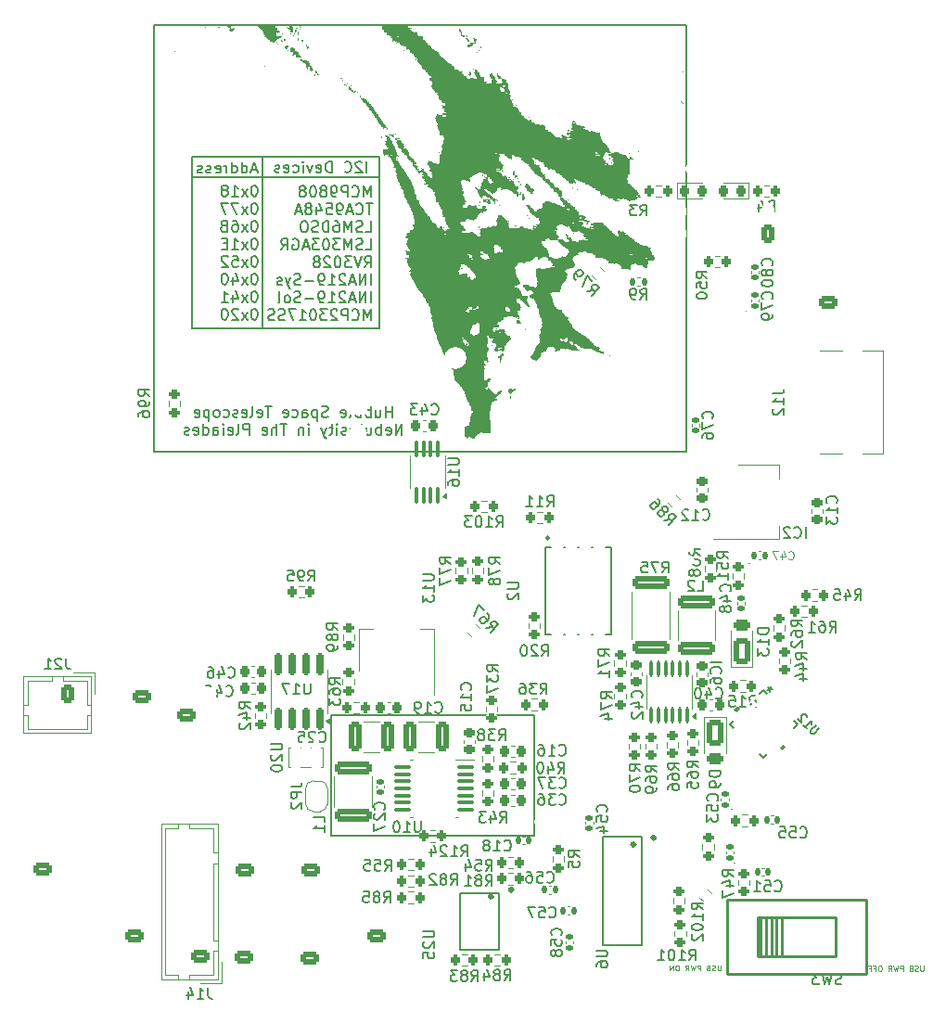
<source format=gbr>
%TF.GenerationSoftware,KiCad,Pcbnew,9.0.0*%
%TF.CreationDate,2025-05-20T19:59:45-07:00*%
%TF.ProjectId,FC_V5b,46435f56-3562-42e6-9b69-6361645f7063,rev?*%
%TF.SameCoordinates,Original*%
%TF.FileFunction,Legend,Bot*%
%TF.FilePolarity,Positive*%
%FSLAX46Y46*%
G04 Gerber Fmt 4.6, Leading zero omitted, Abs format (unit mm)*
G04 Created by KiCad (PCBNEW 9.0.0) date 2025-05-20 19:59:45*
%MOMM*%
%LPD*%
G01*
G04 APERTURE LIST*
G04 Aperture macros list*
%AMRoundRect*
0 Rectangle with rounded corners*
0 $1 Rounding radius*
0 $2 $3 $4 $5 $6 $7 $8 $9 X,Y pos of 4 corners*
0 Add a 4 corners polygon primitive as box body*
4,1,4,$2,$3,$4,$5,$6,$7,$8,$9,$2,$3,0*
0 Add four circle primitives for the rounded corners*
1,1,$1+$1,$2,$3*
1,1,$1+$1,$4,$5*
1,1,$1+$1,$6,$7*
1,1,$1+$1,$8,$9*
0 Add four rect primitives between the rounded corners*
20,1,$1+$1,$2,$3,$4,$5,0*
20,1,$1+$1,$4,$5,$6,$7,0*
20,1,$1+$1,$6,$7,$8,$9,0*
20,1,$1+$1,$8,$9,$2,$3,0*%
%AMRotRect*
0 Rectangle, with rotation*
0 The origin of the aperture is its center*
0 $1 length*
0 $2 width*
0 $3 Rotation angle, in degrees counterclockwise*
0 Add horizontal line*
21,1,$1,$2,0,0,$3*%
%AMFreePoly0*
4,1,23,0.500000,-0.750000,0.000000,-0.750000,0.000000,-0.745722,-0.065263,-0.745722,-0.191342,-0.711940,-0.304381,-0.646677,-0.396677,-0.554381,-0.461940,-0.441342,-0.495722,-0.315263,-0.495722,-0.250000,-0.500000,-0.250000,-0.500000,0.250000,-0.495722,0.250000,-0.495722,0.315263,-0.461940,0.441342,-0.396677,0.554381,-0.304381,0.646677,-0.191342,0.711940,-0.065263,0.745722,0.000000,0.745722,
0.000000,0.750000,0.500000,0.750000,0.500000,-0.750000,0.500000,-0.750000,$1*%
%AMFreePoly1*
4,1,23,0.000000,0.745722,0.065263,0.745722,0.191342,0.711940,0.304381,0.646677,0.396677,0.554381,0.461940,0.441342,0.495722,0.315263,0.495722,0.250000,0.500000,0.250000,0.500000,-0.250000,0.495722,-0.250000,0.495722,-0.315263,0.461940,-0.441342,0.396677,-0.554381,0.304381,-0.646677,0.191342,-0.711940,0.065263,-0.745722,0.000000,-0.745722,0.000000,-0.750000,-0.500000,-0.750000,
-0.500000,0.750000,0.000000,0.750000,0.000000,0.745722,0.000000,0.745722,$1*%
G04 Aperture macros list end*
%ADD10C,0.150000*%
%ADD11C,0.100000*%
%ADD12C,0.120000*%
%ADD13C,0.152400*%
%ADD14C,0.025400*%
%ADD15C,0.000000*%
%ADD16C,0.300000*%
%ADD17C,0.160000*%
%ADD18C,0.250000*%
%ADD19RoundRect,0.250000X-0.575000X0.350000X-0.575000X-0.350000X0.575000X-0.350000X0.575000X0.350000X0*%
%ADD20O,1.650000X1.200000*%
%ADD21RoundRect,0.250000X0.575000X-0.350000X0.575000X0.350000X-0.575000X0.350000X-0.575000X-0.350000X0*%
%ADD22RoundRect,0.200000X-0.335876X-0.053033X-0.053033X-0.335876X0.335876X0.053033X0.053033X0.335876X0*%
%ADD23C,2.000000*%
%ADD24C,2.050000*%
%ADD25C,2.250000*%
%ADD26C,5.000000*%
%ADD27R,1.000000X1.000000*%
%ADD28O,1.000000X1.000000*%
%ADD29RoundRect,0.250000X0.350000X0.575000X-0.350000X0.575000X-0.350000X-0.575000X0.350000X-0.575000X0*%
%ADD30O,1.200000X1.650000*%
%ADD31R,1.700000X1.700000*%
%ADD32O,1.700000X1.700000*%
%ADD33RoundRect,0.200000X0.275000X-0.200000X0.275000X0.200000X-0.275000X0.200000X-0.275000X-0.200000X0*%
%ADD34RoundRect,0.200000X-0.275000X0.200000X-0.275000X-0.200000X0.275000X-0.200000X0.275000X0.200000X0*%
%ADD35RoundRect,0.225000X-0.250000X0.225000X-0.250000X-0.225000X0.250000X-0.225000X0.250000X0.225000X0*%
%ADD36FreePoly0,270.000000*%
%ADD37FreePoly1,270.000000*%
%ADD38RoundRect,0.225000X-0.225000X-0.250000X0.225000X-0.250000X0.225000X0.250000X-0.225000X0.250000X0*%
%ADD39RoundRect,0.140000X0.170000X-0.140000X0.170000X0.140000X-0.170000X0.140000X-0.170000X-0.140000X0*%
%ADD40RoundRect,0.250000X0.325000X1.100000X-0.325000X1.100000X-0.325000X-1.100000X0.325000X-1.100000X0*%
%ADD41RoundRect,0.200000X0.335876X0.053033X0.053033X0.335876X-0.335876X-0.053033X-0.053033X-0.335876X0*%
%ADD42RoundRect,0.140000X-0.170000X0.140000X-0.170000X-0.140000X0.170000X-0.140000X0.170000X0.140000X0*%
%ADD43RoundRect,0.200000X-0.200000X-0.275000X0.200000X-0.275000X0.200000X0.275000X-0.200000X0.275000X0*%
%ADD44R,2.000000X1.500000*%
%ADD45R,2.000000X3.800000*%
%ADD46R,0.550000X1.000000*%
%ADD47RoundRect,0.218750X0.218750X0.256250X-0.218750X0.256250X-0.218750X-0.256250X0.218750X-0.256250X0*%
%ADD48RoundRect,0.140000X0.140000X0.170000X-0.140000X0.170000X-0.140000X-0.170000X0.140000X-0.170000X0*%
%ADD49RotRect,0.782600X0.254800X225.000000*%
%ADD50RotRect,0.254800X0.782600X225.000000*%
%ADD51RotRect,2.794000X2.794000X225.000000*%
%ADD52RoundRect,0.250000X0.500000X-0.950000X0.500000X0.950000X-0.500000X0.950000X-0.500000X-0.950000X0*%
%ADD53RoundRect,0.250000X0.500000X-0.275000X0.500000X0.275000X-0.500000X0.275000X-0.500000X-0.275000X0*%
%ADD54RoundRect,0.225000X0.225000X0.250000X-0.225000X0.250000X-0.225000X-0.250000X0.225000X-0.250000X0*%
%ADD55RoundRect,0.250000X-0.500000X0.950000X-0.500000X-0.950000X0.500000X-0.950000X0.500000X0.950000X0*%
%ADD56RoundRect,0.250000X-0.500000X0.275000X-0.500000X-0.275000X0.500000X-0.275000X0.500000X0.275000X0*%
%ADD57R,0.600000X1.100000*%
%ADD58RoundRect,0.200000X0.200000X0.275000X-0.200000X0.275000X-0.200000X-0.275000X0.200000X-0.275000X0*%
%ADD59RoundRect,0.135000X-0.135000X-0.185000X0.135000X-0.185000X0.135000X0.185000X-0.135000X0.185000X0*%
%ADD60RoundRect,0.140000X-0.140000X-0.170000X0.140000X-0.170000X0.140000X0.170000X-0.140000X0.170000X0*%
%ADD61RoundRect,0.250000X-1.450000X0.312500X-1.450000X-0.312500X1.450000X-0.312500X1.450000X0.312500X0*%
%ADD62RoundRect,0.250000X1.425000X-0.362500X1.425000X0.362500X-1.425000X0.362500X-1.425000X-0.362500X0*%
%ADD63O,1.730000X0.340000*%
%ADD64C,0.500000*%
%ADD65R,3.100000X5.600000*%
%ADD66RoundRect,0.218750X-0.218750X-0.256250X0.218750X-0.256250X0.218750X0.256250X-0.218750X0.256250X0*%
%ADD67R,1.000000X0.550000*%
%ADD68RoundRect,0.150000X0.150000X-0.825000X0.150000X0.825000X-0.150000X0.825000X-0.150000X-0.825000X0*%
%ADD69R,0.800000X1.700000*%
%ADD70R,3.000000X3.100000*%
%ADD71RoundRect,0.100000X0.687500X0.100000X-0.687500X0.100000X-0.687500X-0.100000X0.687500X-0.100000X0*%
%ADD72RoundRect,0.100000X0.100000X-0.625000X0.100000X0.625000X-0.100000X0.625000X-0.100000X-0.625000X0*%
%ADD73R,2.850000X1.650000*%
%ADD74RoundRect,0.250000X1.450000X-0.312500X1.450000X0.312500X-1.450000X0.312500X-1.450000X-0.312500X0*%
%ADD75O,1.700000X2.900000*%
%ADD76O,1.750000X0.340000*%
%ADD77R,2.500000X2.900000*%
%ADD78C,0.650000*%
%ADD79R,1.450000X0.600000*%
%ADD80R,1.450000X0.300000*%
%ADD81O,1.600000X1.000000*%
%ADD82O,2.100000X1.000000*%
%ADD83RoundRect,0.250000X-0.325000X-1.100000X0.325000X-1.100000X0.325000X1.100000X-0.325000X1.100000X0*%
%ADD84RoundRect,0.100000X0.100000X-0.687500X0.100000X0.687500X-0.100000X0.687500X-0.100000X-0.687500X0*%
%ADD85R,1.800000X1.500000*%
%ADD86R,0.600000X2.200000*%
%ADD87R,3.450000X2.150000*%
G04 APERTURE END LIST*
D10*
X170600000Y-60000000D02*
X181200000Y-60000000D01*
X181200000Y-75650000D01*
X170600000Y-75650000D01*
X170600000Y-60000000D01*
X195400000Y-121950000D02*
X195400000Y-110950000D01*
X176793750Y-110950000D02*
X176793750Y-121950000D01*
X160669138Y-48000000D02*
X209230861Y-48000000D01*
X209230861Y-86891722D01*
X160669138Y-86891722D01*
X160669138Y-48000000D01*
X195400000Y-110950000D02*
X176793750Y-110950000D01*
X176793750Y-121950000D02*
X195400000Y-121950000D01*
X164100000Y-60000000D02*
X181200000Y-60000000D01*
X181200000Y-61850000D01*
X164100000Y-61850000D01*
X164100000Y-60000000D01*
X164100000Y-60000000D02*
X170600000Y-60000000D01*
X170600000Y-75650000D01*
X164100000Y-75650000D01*
X164100000Y-60000000D01*
X182400001Y-83759875D02*
X182400001Y-82759875D01*
X182400001Y-83236065D02*
X181828573Y-83236065D01*
X181828573Y-83759875D02*
X181828573Y-82759875D01*
X180923811Y-83093208D02*
X180923811Y-83759875D01*
X181352382Y-83093208D02*
X181352382Y-83617017D01*
X181352382Y-83617017D02*
X181304763Y-83712256D01*
X181304763Y-83712256D02*
X181209525Y-83759875D01*
X181209525Y-83759875D02*
X181066668Y-83759875D01*
X181066668Y-83759875D02*
X180971430Y-83712256D01*
X180971430Y-83712256D02*
X180923811Y-83664636D01*
X180447620Y-83759875D02*
X180447620Y-82759875D01*
X180447620Y-83140827D02*
X180352382Y-83093208D01*
X180352382Y-83093208D02*
X180161906Y-83093208D01*
X180161906Y-83093208D02*
X180066668Y-83140827D01*
X180066668Y-83140827D02*
X180019049Y-83188446D01*
X180019049Y-83188446D02*
X179971430Y-83283684D01*
X179971430Y-83283684D02*
X179971430Y-83569398D01*
X179971430Y-83569398D02*
X180019049Y-83664636D01*
X180019049Y-83664636D02*
X180066668Y-83712256D01*
X180066668Y-83712256D02*
X180161906Y-83759875D01*
X180161906Y-83759875D02*
X180352382Y-83759875D01*
X180352382Y-83759875D02*
X180447620Y-83712256D01*
X179542858Y-83759875D02*
X179542858Y-82759875D01*
X179542858Y-83140827D02*
X179447620Y-83093208D01*
X179447620Y-83093208D02*
X179257144Y-83093208D01*
X179257144Y-83093208D02*
X179161906Y-83140827D01*
X179161906Y-83140827D02*
X179114287Y-83188446D01*
X179114287Y-83188446D02*
X179066668Y-83283684D01*
X179066668Y-83283684D02*
X179066668Y-83569398D01*
X179066668Y-83569398D02*
X179114287Y-83664636D01*
X179114287Y-83664636D02*
X179161906Y-83712256D01*
X179161906Y-83712256D02*
X179257144Y-83759875D01*
X179257144Y-83759875D02*
X179447620Y-83759875D01*
X179447620Y-83759875D02*
X179542858Y-83712256D01*
X178495239Y-83759875D02*
X178590477Y-83712256D01*
X178590477Y-83712256D02*
X178638096Y-83617017D01*
X178638096Y-83617017D02*
X178638096Y-82759875D01*
X177733334Y-83712256D02*
X177828572Y-83759875D01*
X177828572Y-83759875D02*
X178019048Y-83759875D01*
X178019048Y-83759875D02*
X178114286Y-83712256D01*
X178114286Y-83712256D02*
X178161905Y-83617017D01*
X178161905Y-83617017D02*
X178161905Y-83236065D01*
X178161905Y-83236065D02*
X178114286Y-83140827D01*
X178114286Y-83140827D02*
X178019048Y-83093208D01*
X178019048Y-83093208D02*
X177828572Y-83093208D01*
X177828572Y-83093208D02*
X177733334Y-83140827D01*
X177733334Y-83140827D02*
X177685715Y-83236065D01*
X177685715Y-83236065D02*
X177685715Y-83331303D01*
X177685715Y-83331303D02*
X178161905Y-83426541D01*
X176542857Y-83712256D02*
X176400000Y-83759875D01*
X176400000Y-83759875D02*
X176161905Y-83759875D01*
X176161905Y-83759875D02*
X176066667Y-83712256D01*
X176066667Y-83712256D02*
X176019048Y-83664636D01*
X176019048Y-83664636D02*
X175971429Y-83569398D01*
X175971429Y-83569398D02*
X175971429Y-83474160D01*
X175971429Y-83474160D02*
X176019048Y-83378922D01*
X176019048Y-83378922D02*
X176066667Y-83331303D01*
X176066667Y-83331303D02*
X176161905Y-83283684D01*
X176161905Y-83283684D02*
X176352381Y-83236065D01*
X176352381Y-83236065D02*
X176447619Y-83188446D01*
X176447619Y-83188446D02*
X176495238Y-83140827D01*
X176495238Y-83140827D02*
X176542857Y-83045589D01*
X176542857Y-83045589D02*
X176542857Y-82950351D01*
X176542857Y-82950351D02*
X176495238Y-82855113D01*
X176495238Y-82855113D02*
X176447619Y-82807494D01*
X176447619Y-82807494D02*
X176352381Y-82759875D01*
X176352381Y-82759875D02*
X176114286Y-82759875D01*
X176114286Y-82759875D02*
X175971429Y-82807494D01*
X175542857Y-83093208D02*
X175542857Y-84093208D01*
X175542857Y-83140827D02*
X175447619Y-83093208D01*
X175447619Y-83093208D02*
X175257143Y-83093208D01*
X175257143Y-83093208D02*
X175161905Y-83140827D01*
X175161905Y-83140827D02*
X175114286Y-83188446D01*
X175114286Y-83188446D02*
X175066667Y-83283684D01*
X175066667Y-83283684D02*
X175066667Y-83569398D01*
X175066667Y-83569398D02*
X175114286Y-83664636D01*
X175114286Y-83664636D02*
X175161905Y-83712256D01*
X175161905Y-83712256D02*
X175257143Y-83759875D01*
X175257143Y-83759875D02*
X175447619Y-83759875D01*
X175447619Y-83759875D02*
X175542857Y-83712256D01*
X174209524Y-83759875D02*
X174209524Y-83236065D01*
X174209524Y-83236065D02*
X174257143Y-83140827D01*
X174257143Y-83140827D02*
X174352381Y-83093208D01*
X174352381Y-83093208D02*
X174542857Y-83093208D01*
X174542857Y-83093208D02*
X174638095Y-83140827D01*
X174209524Y-83712256D02*
X174304762Y-83759875D01*
X174304762Y-83759875D02*
X174542857Y-83759875D01*
X174542857Y-83759875D02*
X174638095Y-83712256D01*
X174638095Y-83712256D02*
X174685714Y-83617017D01*
X174685714Y-83617017D02*
X174685714Y-83521779D01*
X174685714Y-83521779D02*
X174638095Y-83426541D01*
X174638095Y-83426541D02*
X174542857Y-83378922D01*
X174542857Y-83378922D02*
X174304762Y-83378922D01*
X174304762Y-83378922D02*
X174209524Y-83331303D01*
X173304762Y-83712256D02*
X173400000Y-83759875D01*
X173400000Y-83759875D02*
X173590476Y-83759875D01*
X173590476Y-83759875D02*
X173685714Y-83712256D01*
X173685714Y-83712256D02*
X173733333Y-83664636D01*
X173733333Y-83664636D02*
X173780952Y-83569398D01*
X173780952Y-83569398D02*
X173780952Y-83283684D01*
X173780952Y-83283684D02*
X173733333Y-83188446D01*
X173733333Y-83188446D02*
X173685714Y-83140827D01*
X173685714Y-83140827D02*
X173590476Y-83093208D01*
X173590476Y-83093208D02*
X173400000Y-83093208D01*
X173400000Y-83093208D02*
X173304762Y-83140827D01*
X172495238Y-83712256D02*
X172590476Y-83759875D01*
X172590476Y-83759875D02*
X172780952Y-83759875D01*
X172780952Y-83759875D02*
X172876190Y-83712256D01*
X172876190Y-83712256D02*
X172923809Y-83617017D01*
X172923809Y-83617017D02*
X172923809Y-83236065D01*
X172923809Y-83236065D02*
X172876190Y-83140827D01*
X172876190Y-83140827D02*
X172780952Y-83093208D01*
X172780952Y-83093208D02*
X172590476Y-83093208D01*
X172590476Y-83093208D02*
X172495238Y-83140827D01*
X172495238Y-83140827D02*
X172447619Y-83236065D01*
X172447619Y-83236065D02*
X172447619Y-83331303D01*
X172447619Y-83331303D02*
X172923809Y-83426541D01*
X171399999Y-82759875D02*
X170828571Y-82759875D01*
X171114285Y-83759875D02*
X171114285Y-82759875D01*
X170114285Y-83712256D02*
X170209523Y-83759875D01*
X170209523Y-83759875D02*
X170399999Y-83759875D01*
X170399999Y-83759875D02*
X170495237Y-83712256D01*
X170495237Y-83712256D02*
X170542856Y-83617017D01*
X170542856Y-83617017D02*
X170542856Y-83236065D01*
X170542856Y-83236065D02*
X170495237Y-83140827D01*
X170495237Y-83140827D02*
X170399999Y-83093208D01*
X170399999Y-83093208D02*
X170209523Y-83093208D01*
X170209523Y-83093208D02*
X170114285Y-83140827D01*
X170114285Y-83140827D02*
X170066666Y-83236065D01*
X170066666Y-83236065D02*
X170066666Y-83331303D01*
X170066666Y-83331303D02*
X170542856Y-83426541D01*
X169495237Y-83759875D02*
X169590475Y-83712256D01*
X169590475Y-83712256D02*
X169638094Y-83617017D01*
X169638094Y-83617017D02*
X169638094Y-82759875D01*
X168733332Y-83712256D02*
X168828570Y-83759875D01*
X168828570Y-83759875D02*
X169019046Y-83759875D01*
X169019046Y-83759875D02*
X169114284Y-83712256D01*
X169114284Y-83712256D02*
X169161903Y-83617017D01*
X169161903Y-83617017D02*
X169161903Y-83236065D01*
X169161903Y-83236065D02*
X169114284Y-83140827D01*
X169114284Y-83140827D02*
X169019046Y-83093208D01*
X169019046Y-83093208D02*
X168828570Y-83093208D01*
X168828570Y-83093208D02*
X168733332Y-83140827D01*
X168733332Y-83140827D02*
X168685713Y-83236065D01*
X168685713Y-83236065D02*
X168685713Y-83331303D01*
X168685713Y-83331303D02*
X169161903Y-83426541D01*
X168304760Y-83712256D02*
X168209522Y-83759875D01*
X168209522Y-83759875D02*
X168019046Y-83759875D01*
X168019046Y-83759875D02*
X167923808Y-83712256D01*
X167923808Y-83712256D02*
X167876189Y-83617017D01*
X167876189Y-83617017D02*
X167876189Y-83569398D01*
X167876189Y-83569398D02*
X167923808Y-83474160D01*
X167923808Y-83474160D02*
X168019046Y-83426541D01*
X168019046Y-83426541D02*
X168161903Y-83426541D01*
X168161903Y-83426541D02*
X168257141Y-83378922D01*
X168257141Y-83378922D02*
X168304760Y-83283684D01*
X168304760Y-83283684D02*
X168304760Y-83236065D01*
X168304760Y-83236065D02*
X168257141Y-83140827D01*
X168257141Y-83140827D02*
X168161903Y-83093208D01*
X168161903Y-83093208D02*
X168019046Y-83093208D01*
X168019046Y-83093208D02*
X167923808Y-83140827D01*
X167019046Y-83712256D02*
X167114284Y-83759875D01*
X167114284Y-83759875D02*
X167304760Y-83759875D01*
X167304760Y-83759875D02*
X167399998Y-83712256D01*
X167399998Y-83712256D02*
X167447617Y-83664636D01*
X167447617Y-83664636D02*
X167495236Y-83569398D01*
X167495236Y-83569398D02*
X167495236Y-83283684D01*
X167495236Y-83283684D02*
X167447617Y-83188446D01*
X167447617Y-83188446D02*
X167399998Y-83140827D01*
X167399998Y-83140827D02*
X167304760Y-83093208D01*
X167304760Y-83093208D02*
X167114284Y-83093208D01*
X167114284Y-83093208D02*
X167019046Y-83140827D01*
X166447617Y-83759875D02*
X166542855Y-83712256D01*
X166542855Y-83712256D02*
X166590474Y-83664636D01*
X166590474Y-83664636D02*
X166638093Y-83569398D01*
X166638093Y-83569398D02*
X166638093Y-83283684D01*
X166638093Y-83283684D02*
X166590474Y-83188446D01*
X166590474Y-83188446D02*
X166542855Y-83140827D01*
X166542855Y-83140827D02*
X166447617Y-83093208D01*
X166447617Y-83093208D02*
X166304760Y-83093208D01*
X166304760Y-83093208D02*
X166209522Y-83140827D01*
X166209522Y-83140827D02*
X166161903Y-83188446D01*
X166161903Y-83188446D02*
X166114284Y-83283684D01*
X166114284Y-83283684D02*
X166114284Y-83569398D01*
X166114284Y-83569398D02*
X166161903Y-83664636D01*
X166161903Y-83664636D02*
X166209522Y-83712256D01*
X166209522Y-83712256D02*
X166304760Y-83759875D01*
X166304760Y-83759875D02*
X166447617Y-83759875D01*
X165685712Y-83093208D02*
X165685712Y-84093208D01*
X165685712Y-83140827D02*
X165590474Y-83093208D01*
X165590474Y-83093208D02*
X165399998Y-83093208D01*
X165399998Y-83093208D02*
X165304760Y-83140827D01*
X165304760Y-83140827D02*
X165257141Y-83188446D01*
X165257141Y-83188446D02*
X165209522Y-83283684D01*
X165209522Y-83283684D02*
X165209522Y-83569398D01*
X165209522Y-83569398D02*
X165257141Y-83664636D01*
X165257141Y-83664636D02*
X165304760Y-83712256D01*
X165304760Y-83712256D02*
X165399998Y-83759875D01*
X165399998Y-83759875D02*
X165590474Y-83759875D01*
X165590474Y-83759875D02*
X165685712Y-83712256D01*
X164399998Y-83712256D02*
X164495236Y-83759875D01*
X164495236Y-83759875D02*
X164685712Y-83759875D01*
X164685712Y-83759875D02*
X164780950Y-83712256D01*
X164780950Y-83712256D02*
X164828569Y-83617017D01*
X164828569Y-83617017D02*
X164828569Y-83236065D01*
X164828569Y-83236065D02*
X164780950Y-83140827D01*
X164780950Y-83140827D02*
X164685712Y-83093208D01*
X164685712Y-83093208D02*
X164495236Y-83093208D01*
X164495236Y-83093208D02*
X164399998Y-83140827D01*
X164399998Y-83140827D02*
X164352379Y-83236065D01*
X164352379Y-83236065D02*
X164352379Y-83331303D01*
X164352379Y-83331303D02*
X164828569Y-83426541D01*
X183304762Y-85369819D02*
X183304762Y-84369819D01*
X183304762Y-84369819D02*
X182733334Y-85369819D01*
X182733334Y-85369819D02*
X182733334Y-84369819D01*
X181876191Y-85322200D02*
X181971429Y-85369819D01*
X181971429Y-85369819D02*
X182161905Y-85369819D01*
X182161905Y-85369819D02*
X182257143Y-85322200D01*
X182257143Y-85322200D02*
X182304762Y-85226961D01*
X182304762Y-85226961D02*
X182304762Y-84846009D01*
X182304762Y-84846009D02*
X182257143Y-84750771D01*
X182257143Y-84750771D02*
X182161905Y-84703152D01*
X182161905Y-84703152D02*
X181971429Y-84703152D01*
X181971429Y-84703152D02*
X181876191Y-84750771D01*
X181876191Y-84750771D02*
X181828572Y-84846009D01*
X181828572Y-84846009D02*
X181828572Y-84941247D01*
X181828572Y-84941247D02*
X182304762Y-85036485D01*
X181400000Y-85369819D02*
X181400000Y-84369819D01*
X181400000Y-84750771D02*
X181304762Y-84703152D01*
X181304762Y-84703152D02*
X181114286Y-84703152D01*
X181114286Y-84703152D02*
X181019048Y-84750771D01*
X181019048Y-84750771D02*
X180971429Y-84798390D01*
X180971429Y-84798390D02*
X180923810Y-84893628D01*
X180923810Y-84893628D02*
X180923810Y-85179342D01*
X180923810Y-85179342D02*
X180971429Y-85274580D01*
X180971429Y-85274580D02*
X181019048Y-85322200D01*
X181019048Y-85322200D02*
X181114286Y-85369819D01*
X181114286Y-85369819D02*
X181304762Y-85369819D01*
X181304762Y-85369819D02*
X181400000Y-85322200D01*
X180066667Y-84703152D02*
X180066667Y-85369819D01*
X180495238Y-84703152D02*
X180495238Y-85226961D01*
X180495238Y-85226961D02*
X180447619Y-85322200D01*
X180447619Y-85322200D02*
X180352381Y-85369819D01*
X180352381Y-85369819D02*
X180209524Y-85369819D01*
X180209524Y-85369819D02*
X180114286Y-85322200D01*
X180114286Y-85322200D02*
X180066667Y-85274580D01*
X179447619Y-85369819D02*
X179542857Y-85322200D01*
X179542857Y-85322200D02*
X179590476Y-85226961D01*
X179590476Y-85226961D02*
X179590476Y-84369819D01*
X178923809Y-85369819D02*
X179019047Y-85322200D01*
X179019047Y-85322200D02*
X179066666Y-85274580D01*
X179066666Y-85274580D02*
X179114285Y-85179342D01*
X179114285Y-85179342D02*
X179114285Y-84893628D01*
X179114285Y-84893628D02*
X179066666Y-84798390D01*
X179066666Y-84798390D02*
X179019047Y-84750771D01*
X179019047Y-84750771D02*
X178923809Y-84703152D01*
X178923809Y-84703152D02*
X178780952Y-84703152D01*
X178780952Y-84703152D02*
X178685714Y-84750771D01*
X178685714Y-84750771D02*
X178638095Y-84798390D01*
X178638095Y-84798390D02*
X178590476Y-84893628D01*
X178590476Y-84893628D02*
X178590476Y-85179342D01*
X178590476Y-85179342D02*
X178638095Y-85274580D01*
X178638095Y-85274580D02*
X178685714Y-85322200D01*
X178685714Y-85322200D02*
X178780952Y-85369819D01*
X178780952Y-85369819D02*
X178923809Y-85369819D01*
X178209523Y-85322200D02*
X178114285Y-85369819D01*
X178114285Y-85369819D02*
X177923809Y-85369819D01*
X177923809Y-85369819D02*
X177828571Y-85322200D01*
X177828571Y-85322200D02*
X177780952Y-85226961D01*
X177780952Y-85226961D02*
X177780952Y-85179342D01*
X177780952Y-85179342D02*
X177828571Y-85084104D01*
X177828571Y-85084104D02*
X177923809Y-85036485D01*
X177923809Y-85036485D02*
X178066666Y-85036485D01*
X178066666Y-85036485D02*
X178161904Y-84988866D01*
X178161904Y-84988866D02*
X178209523Y-84893628D01*
X178209523Y-84893628D02*
X178209523Y-84846009D01*
X178209523Y-84846009D02*
X178161904Y-84750771D01*
X178161904Y-84750771D02*
X178066666Y-84703152D01*
X178066666Y-84703152D02*
X177923809Y-84703152D01*
X177923809Y-84703152D02*
X177828571Y-84750771D01*
X177352380Y-85369819D02*
X177352380Y-84703152D01*
X177352380Y-84369819D02*
X177399999Y-84417438D01*
X177399999Y-84417438D02*
X177352380Y-84465057D01*
X177352380Y-84465057D02*
X177304761Y-84417438D01*
X177304761Y-84417438D02*
X177352380Y-84369819D01*
X177352380Y-84369819D02*
X177352380Y-84465057D01*
X177019047Y-84703152D02*
X176638095Y-84703152D01*
X176876190Y-84369819D02*
X176876190Y-85226961D01*
X176876190Y-85226961D02*
X176828571Y-85322200D01*
X176828571Y-85322200D02*
X176733333Y-85369819D01*
X176733333Y-85369819D02*
X176638095Y-85369819D01*
X176399999Y-84703152D02*
X176161904Y-85369819D01*
X175923809Y-84703152D02*
X176161904Y-85369819D01*
X176161904Y-85369819D02*
X176257142Y-85607914D01*
X176257142Y-85607914D02*
X176304761Y-85655533D01*
X176304761Y-85655533D02*
X176399999Y-85703152D01*
X174780951Y-85369819D02*
X174780951Y-84703152D01*
X174780951Y-84369819D02*
X174828570Y-84417438D01*
X174828570Y-84417438D02*
X174780951Y-84465057D01*
X174780951Y-84465057D02*
X174733332Y-84417438D01*
X174733332Y-84417438D02*
X174780951Y-84369819D01*
X174780951Y-84369819D02*
X174780951Y-84465057D01*
X174304761Y-84703152D02*
X174304761Y-85369819D01*
X174304761Y-84798390D02*
X174257142Y-84750771D01*
X174257142Y-84750771D02*
X174161904Y-84703152D01*
X174161904Y-84703152D02*
X174019047Y-84703152D01*
X174019047Y-84703152D02*
X173923809Y-84750771D01*
X173923809Y-84750771D02*
X173876190Y-84846009D01*
X173876190Y-84846009D02*
X173876190Y-85369819D01*
X172780951Y-84369819D02*
X172209523Y-84369819D01*
X172495237Y-85369819D02*
X172495237Y-84369819D01*
X171876189Y-85369819D02*
X171876189Y-84369819D01*
X171447618Y-85369819D02*
X171447618Y-84846009D01*
X171447618Y-84846009D02*
X171495237Y-84750771D01*
X171495237Y-84750771D02*
X171590475Y-84703152D01*
X171590475Y-84703152D02*
X171733332Y-84703152D01*
X171733332Y-84703152D02*
X171828570Y-84750771D01*
X171828570Y-84750771D02*
X171876189Y-84798390D01*
X170590475Y-85322200D02*
X170685713Y-85369819D01*
X170685713Y-85369819D02*
X170876189Y-85369819D01*
X170876189Y-85369819D02*
X170971427Y-85322200D01*
X170971427Y-85322200D02*
X171019046Y-85226961D01*
X171019046Y-85226961D02*
X171019046Y-84846009D01*
X171019046Y-84846009D02*
X170971427Y-84750771D01*
X170971427Y-84750771D02*
X170876189Y-84703152D01*
X170876189Y-84703152D02*
X170685713Y-84703152D01*
X170685713Y-84703152D02*
X170590475Y-84750771D01*
X170590475Y-84750771D02*
X170542856Y-84846009D01*
X170542856Y-84846009D02*
X170542856Y-84941247D01*
X170542856Y-84941247D02*
X171019046Y-85036485D01*
X169352379Y-85369819D02*
X169352379Y-84369819D01*
X169352379Y-84369819D02*
X168971427Y-84369819D01*
X168971427Y-84369819D02*
X168876189Y-84417438D01*
X168876189Y-84417438D02*
X168828570Y-84465057D01*
X168828570Y-84465057D02*
X168780951Y-84560295D01*
X168780951Y-84560295D02*
X168780951Y-84703152D01*
X168780951Y-84703152D02*
X168828570Y-84798390D01*
X168828570Y-84798390D02*
X168876189Y-84846009D01*
X168876189Y-84846009D02*
X168971427Y-84893628D01*
X168971427Y-84893628D02*
X169352379Y-84893628D01*
X168209522Y-85369819D02*
X168304760Y-85322200D01*
X168304760Y-85322200D02*
X168352379Y-85226961D01*
X168352379Y-85226961D02*
X168352379Y-84369819D01*
X167447617Y-85322200D02*
X167542855Y-85369819D01*
X167542855Y-85369819D02*
X167733331Y-85369819D01*
X167733331Y-85369819D02*
X167828569Y-85322200D01*
X167828569Y-85322200D02*
X167876188Y-85226961D01*
X167876188Y-85226961D02*
X167876188Y-84846009D01*
X167876188Y-84846009D02*
X167828569Y-84750771D01*
X167828569Y-84750771D02*
X167733331Y-84703152D01*
X167733331Y-84703152D02*
X167542855Y-84703152D01*
X167542855Y-84703152D02*
X167447617Y-84750771D01*
X167447617Y-84750771D02*
X167399998Y-84846009D01*
X167399998Y-84846009D02*
X167399998Y-84941247D01*
X167399998Y-84941247D02*
X167876188Y-85036485D01*
X166971426Y-85369819D02*
X166971426Y-84703152D01*
X166971426Y-84369819D02*
X167019045Y-84417438D01*
X167019045Y-84417438D02*
X166971426Y-84465057D01*
X166971426Y-84465057D02*
X166923807Y-84417438D01*
X166923807Y-84417438D02*
X166971426Y-84369819D01*
X166971426Y-84369819D02*
X166971426Y-84465057D01*
X166066665Y-85369819D02*
X166066665Y-84846009D01*
X166066665Y-84846009D02*
X166114284Y-84750771D01*
X166114284Y-84750771D02*
X166209522Y-84703152D01*
X166209522Y-84703152D02*
X166399998Y-84703152D01*
X166399998Y-84703152D02*
X166495236Y-84750771D01*
X166066665Y-85322200D02*
X166161903Y-85369819D01*
X166161903Y-85369819D02*
X166399998Y-85369819D01*
X166399998Y-85369819D02*
X166495236Y-85322200D01*
X166495236Y-85322200D02*
X166542855Y-85226961D01*
X166542855Y-85226961D02*
X166542855Y-85131723D01*
X166542855Y-85131723D02*
X166495236Y-85036485D01*
X166495236Y-85036485D02*
X166399998Y-84988866D01*
X166399998Y-84988866D02*
X166161903Y-84988866D01*
X166161903Y-84988866D02*
X166066665Y-84941247D01*
X165161903Y-85369819D02*
X165161903Y-84369819D01*
X165161903Y-85322200D02*
X165257141Y-85369819D01*
X165257141Y-85369819D02*
X165447617Y-85369819D01*
X165447617Y-85369819D02*
X165542855Y-85322200D01*
X165542855Y-85322200D02*
X165590474Y-85274580D01*
X165590474Y-85274580D02*
X165638093Y-85179342D01*
X165638093Y-85179342D02*
X165638093Y-84893628D01*
X165638093Y-84893628D02*
X165590474Y-84798390D01*
X165590474Y-84798390D02*
X165542855Y-84750771D01*
X165542855Y-84750771D02*
X165447617Y-84703152D01*
X165447617Y-84703152D02*
X165257141Y-84703152D01*
X165257141Y-84703152D02*
X165161903Y-84750771D01*
X164304760Y-85322200D02*
X164399998Y-85369819D01*
X164399998Y-85369819D02*
X164590474Y-85369819D01*
X164590474Y-85369819D02*
X164685712Y-85322200D01*
X164685712Y-85322200D02*
X164733331Y-85226961D01*
X164733331Y-85226961D02*
X164733331Y-84846009D01*
X164733331Y-84846009D02*
X164685712Y-84750771D01*
X164685712Y-84750771D02*
X164590474Y-84703152D01*
X164590474Y-84703152D02*
X164399998Y-84703152D01*
X164399998Y-84703152D02*
X164304760Y-84750771D01*
X164304760Y-84750771D02*
X164257141Y-84846009D01*
X164257141Y-84846009D02*
X164257141Y-84941247D01*
X164257141Y-84941247D02*
X164733331Y-85036485D01*
X163876188Y-85322200D02*
X163780950Y-85369819D01*
X163780950Y-85369819D02*
X163590474Y-85369819D01*
X163590474Y-85369819D02*
X163495236Y-85322200D01*
X163495236Y-85322200D02*
X163447617Y-85226961D01*
X163447617Y-85226961D02*
X163447617Y-85179342D01*
X163447617Y-85179342D02*
X163495236Y-85084104D01*
X163495236Y-85084104D02*
X163590474Y-85036485D01*
X163590474Y-85036485D02*
X163733331Y-85036485D01*
X163733331Y-85036485D02*
X163828569Y-84988866D01*
X163828569Y-84988866D02*
X163876188Y-84893628D01*
X163876188Y-84893628D02*
X163876188Y-84846009D01*
X163876188Y-84846009D02*
X163828569Y-84750771D01*
X163828569Y-84750771D02*
X163733331Y-84703152D01*
X163733331Y-84703152D02*
X163590474Y-84703152D01*
X163590474Y-84703152D02*
X163495236Y-84750771D01*
X180463220Y-63650211D02*
X180463220Y-62650211D01*
X180463220Y-62650211D02*
X180129887Y-63364496D01*
X180129887Y-63364496D02*
X179796554Y-62650211D01*
X179796554Y-62650211D02*
X179796554Y-63650211D01*
X178748935Y-63554972D02*
X178796554Y-63602592D01*
X178796554Y-63602592D02*
X178939411Y-63650211D01*
X178939411Y-63650211D02*
X179034649Y-63650211D01*
X179034649Y-63650211D02*
X179177506Y-63602592D01*
X179177506Y-63602592D02*
X179272744Y-63507353D01*
X179272744Y-63507353D02*
X179320363Y-63412115D01*
X179320363Y-63412115D02*
X179367982Y-63221639D01*
X179367982Y-63221639D02*
X179367982Y-63078782D01*
X179367982Y-63078782D02*
X179320363Y-62888306D01*
X179320363Y-62888306D02*
X179272744Y-62793068D01*
X179272744Y-62793068D02*
X179177506Y-62697830D01*
X179177506Y-62697830D02*
X179034649Y-62650211D01*
X179034649Y-62650211D02*
X178939411Y-62650211D01*
X178939411Y-62650211D02*
X178796554Y-62697830D01*
X178796554Y-62697830D02*
X178748935Y-62745449D01*
X178320363Y-63650211D02*
X178320363Y-62650211D01*
X178320363Y-62650211D02*
X177939411Y-62650211D01*
X177939411Y-62650211D02*
X177844173Y-62697830D01*
X177844173Y-62697830D02*
X177796554Y-62745449D01*
X177796554Y-62745449D02*
X177748935Y-62840687D01*
X177748935Y-62840687D02*
X177748935Y-62983544D01*
X177748935Y-62983544D02*
X177796554Y-63078782D01*
X177796554Y-63078782D02*
X177844173Y-63126401D01*
X177844173Y-63126401D02*
X177939411Y-63174020D01*
X177939411Y-63174020D02*
X178320363Y-63174020D01*
X177272744Y-63650211D02*
X177082268Y-63650211D01*
X177082268Y-63650211D02*
X176987030Y-63602592D01*
X176987030Y-63602592D02*
X176939411Y-63554972D01*
X176939411Y-63554972D02*
X176844173Y-63412115D01*
X176844173Y-63412115D02*
X176796554Y-63221639D01*
X176796554Y-63221639D02*
X176796554Y-62840687D01*
X176796554Y-62840687D02*
X176844173Y-62745449D01*
X176844173Y-62745449D02*
X176891792Y-62697830D01*
X176891792Y-62697830D02*
X176987030Y-62650211D01*
X176987030Y-62650211D02*
X177177506Y-62650211D01*
X177177506Y-62650211D02*
X177272744Y-62697830D01*
X177272744Y-62697830D02*
X177320363Y-62745449D01*
X177320363Y-62745449D02*
X177367982Y-62840687D01*
X177367982Y-62840687D02*
X177367982Y-63078782D01*
X177367982Y-63078782D02*
X177320363Y-63174020D01*
X177320363Y-63174020D02*
X177272744Y-63221639D01*
X177272744Y-63221639D02*
X177177506Y-63269258D01*
X177177506Y-63269258D02*
X176987030Y-63269258D01*
X176987030Y-63269258D02*
X176891792Y-63221639D01*
X176891792Y-63221639D02*
X176844173Y-63174020D01*
X176844173Y-63174020D02*
X176796554Y-63078782D01*
X176225125Y-63078782D02*
X176320363Y-63031163D01*
X176320363Y-63031163D02*
X176367982Y-62983544D01*
X176367982Y-62983544D02*
X176415601Y-62888306D01*
X176415601Y-62888306D02*
X176415601Y-62840687D01*
X176415601Y-62840687D02*
X176367982Y-62745449D01*
X176367982Y-62745449D02*
X176320363Y-62697830D01*
X176320363Y-62697830D02*
X176225125Y-62650211D01*
X176225125Y-62650211D02*
X176034649Y-62650211D01*
X176034649Y-62650211D02*
X175939411Y-62697830D01*
X175939411Y-62697830D02*
X175891792Y-62745449D01*
X175891792Y-62745449D02*
X175844173Y-62840687D01*
X175844173Y-62840687D02*
X175844173Y-62888306D01*
X175844173Y-62888306D02*
X175891792Y-62983544D01*
X175891792Y-62983544D02*
X175939411Y-63031163D01*
X175939411Y-63031163D02*
X176034649Y-63078782D01*
X176034649Y-63078782D02*
X176225125Y-63078782D01*
X176225125Y-63078782D02*
X176320363Y-63126401D01*
X176320363Y-63126401D02*
X176367982Y-63174020D01*
X176367982Y-63174020D02*
X176415601Y-63269258D01*
X176415601Y-63269258D02*
X176415601Y-63459734D01*
X176415601Y-63459734D02*
X176367982Y-63554972D01*
X176367982Y-63554972D02*
X176320363Y-63602592D01*
X176320363Y-63602592D02*
X176225125Y-63650211D01*
X176225125Y-63650211D02*
X176034649Y-63650211D01*
X176034649Y-63650211D02*
X175939411Y-63602592D01*
X175939411Y-63602592D02*
X175891792Y-63554972D01*
X175891792Y-63554972D02*
X175844173Y-63459734D01*
X175844173Y-63459734D02*
X175844173Y-63269258D01*
X175844173Y-63269258D02*
X175891792Y-63174020D01*
X175891792Y-63174020D02*
X175939411Y-63126401D01*
X175939411Y-63126401D02*
X176034649Y-63078782D01*
X175225125Y-62650211D02*
X175129887Y-62650211D01*
X175129887Y-62650211D02*
X175034649Y-62697830D01*
X175034649Y-62697830D02*
X174987030Y-62745449D01*
X174987030Y-62745449D02*
X174939411Y-62840687D01*
X174939411Y-62840687D02*
X174891792Y-63031163D01*
X174891792Y-63031163D02*
X174891792Y-63269258D01*
X174891792Y-63269258D02*
X174939411Y-63459734D01*
X174939411Y-63459734D02*
X174987030Y-63554972D01*
X174987030Y-63554972D02*
X175034649Y-63602592D01*
X175034649Y-63602592D02*
X175129887Y-63650211D01*
X175129887Y-63650211D02*
X175225125Y-63650211D01*
X175225125Y-63650211D02*
X175320363Y-63602592D01*
X175320363Y-63602592D02*
X175367982Y-63554972D01*
X175367982Y-63554972D02*
X175415601Y-63459734D01*
X175415601Y-63459734D02*
X175463220Y-63269258D01*
X175463220Y-63269258D02*
X175463220Y-63031163D01*
X175463220Y-63031163D02*
X175415601Y-62840687D01*
X175415601Y-62840687D02*
X175367982Y-62745449D01*
X175367982Y-62745449D02*
X175320363Y-62697830D01*
X175320363Y-62697830D02*
X175225125Y-62650211D01*
X174320363Y-63078782D02*
X174415601Y-63031163D01*
X174415601Y-63031163D02*
X174463220Y-62983544D01*
X174463220Y-62983544D02*
X174510839Y-62888306D01*
X174510839Y-62888306D02*
X174510839Y-62840687D01*
X174510839Y-62840687D02*
X174463220Y-62745449D01*
X174463220Y-62745449D02*
X174415601Y-62697830D01*
X174415601Y-62697830D02*
X174320363Y-62650211D01*
X174320363Y-62650211D02*
X174129887Y-62650211D01*
X174129887Y-62650211D02*
X174034649Y-62697830D01*
X174034649Y-62697830D02*
X173987030Y-62745449D01*
X173987030Y-62745449D02*
X173939411Y-62840687D01*
X173939411Y-62840687D02*
X173939411Y-62888306D01*
X173939411Y-62888306D02*
X173987030Y-62983544D01*
X173987030Y-62983544D02*
X174034649Y-63031163D01*
X174034649Y-63031163D02*
X174129887Y-63078782D01*
X174129887Y-63078782D02*
X174320363Y-63078782D01*
X174320363Y-63078782D02*
X174415601Y-63126401D01*
X174415601Y-63126401D02*
X174463220Y-63174020D01*
X174463220Y-63174020D02*
X174510839Y-63269258D01*
X174510839Y-63269258D02*
X174510839Y-63459734D01*
X174510839Y-63459734D02*
X174463220Y-63554972D01*
X174463220Y-63554972D02*
X174415601Y-63602592D01*
X174415601Y-63602592D02*
X174320363Y-63650211D01*
X174320363Y-63650211D02*
X174129887Y-63650211D01*
X174129887Y-63650211D02*
X174034649Y-63602592D01*
X174034649Y-63602592D02*
X173987030Y-63554972D01*
X173987030Y-63554972D02*
X173939411Y-63459734D01*
X173939411Y-63459734D02*
X173939411Y-63269258D01*
X173939411Y-63269258D02*
X173987030Y-63174020D01*
X173987030Y-63174020D02*
X174034649Y-63126401D01*
X174034649Y-63126401D02*
X174129887Y-63078782D01*
X180606077Y-64260155D02*
X180034649Y-64260155D01*
X180320363Y-65260155D02*
X180320363Y-64260155D01*
X179129887Y-65164916D02*
X179177506Y-65212536D01*
X179177506Y-65212536D02*
X179320363Y-65260155D01*
X179320363Y-65260155D02*
X179415601Y-65260155D01*
X179415601Y-65260155D02*
X179558458Y-65212536D01*
X179558458Y-65212536D02*
X179653696Y-65117297D01*
X179653696Y-65117297D02*
X179701315Y-65022059D01*
X179701315Y-65022059D02*
X179748934Y-64831583D01*
X179748934Y-64831583D02*
X179748934Y-64688726D01*
X179748934Y-64688726D02*
X179701315Y-64498250D01*
X179701315Y-64498250D02*
X179653696Y-64403012D01*
X179653696Y-64403012D02*
X179558458Y-64307774D01*
X179558458Y-64307774D02*
X179415601Y-64260155D01*
X179415601Y-64260155D02*
X179320363Y-64260155D01*
X179320363Y-64260155D02*
X179177506Y-64307774D01*
X179177506Y-64307774D02*
X179129887Y-64355393D01*
X178748934Y-64974440D02*
X178272744Y-64974440D01*
X178844172Y-65260155D02*
X178510839Y-64260155D01*
X178510839Y-64260155D02*
X178177506Y-65260155D01*
X177796553Y-65260155D02*
X177606077Y-65260155D01*
X177606077Y-65260155D02*
X177510839Y-65212536D01*
X177510839Y-65212536D02*
X177463220Y-65164916D01*
X177463220Y-65164916D02*
X177367982Y-65022059D01*
X177367982Y-65022059D02*
X177320363Y-64831583D01*
X177320363Y-64831583D02*
X177320363Y-64450631D01*
X177320363Y-64450631D02*
X177367982Y-64355393D01*
X177367982Y-64355393D02*
X177415601Y-64307774D01*
X177415601Y-64307774D02*
X177510839Y-64260155D01*
X177510839Y-64260155D02*
X177701315Y-64260155D01*
X177701315Y-64260155D02*
X177796553Y-64307774D01*
X177796553Y-64307774D02*
X177844172Y-64355393D01*
X177844172Y-64355393D02*
X177891791Y-64450631D01*
X177891791Y-64450631D02*
X177891791Y-64688726D01*
X177891791Y-64688726D02*
X177844172Y-64783964D01*
X177844172Y-64783964D02*
X177796553Y-64831583D01*
X177796553Y-64831583D02*
X177701315Y-64879202D01*
X177701315Y-64879202D02*
X177510839Y-64879202D01*
X177510839Y-64879202D02*
X177415601Y-64831583D01*
X177415601Y-64831583D02*
X177367982Y-64783964D01*
X177367982Y-64783964D02*
X177320363Y-64688726D01*
X176415601Y-64260155D02*
X176891791Y-64260155D01*
X176891791Y-64260155D02*
X176939410Y-64736345D01*
X176939410Y-64736345D02*
X176891791Y-64688726D01*
X176891791Y-64688726D02*
X176796553Y-64641107D01*
X176796553Y-64641107D02*
X176558458Y-64641107D01*
X176558458Y-64641107D02*
X176463220Y-64688726D01*
X176463220Y-64688726D02*
X176415601Y-64736345D01*
X176415601Y-64736345D02*
X176367982Y-64831583D01*
X176367982Y-64831583D02*
X176367982Y-65069678D01*
X176367982Y-65069678D02*
X176415601Y-65164916D01*
X176415601Y-65164916D02*
X176463220Y-65212536D01*
X176463220Y-65212536D02*
X176558458Y-65260155D01*
X176558458Y-65260155D02*
X176796553Y-65260155D01*
X176796553Y-65260155D02*
X176891791Y-65212536D01*
X176891791Y-65212536D02*
X176939410Y-65164916D01*
X175510839Y-64593488D02*
X175510839Y-65260155D01*
X175748934Y-64212536D02*
X175987029Y-64926821D01*
X175987029Y-64926821D02*
X175367982Y-64926821D01*
X174844172Y-64688726D02*
X174939410Y-64641107D01*
X174939410Y-64641107D02*
X174987029Y-64593488D01*
X174987029Y-64593488D02*
X175034648Y-64498250D01*
X175034648Y-64498250D02*
X175034648Y-64450631D01*
X175034648Y-64450631D02*
X174987029Y-64355393D01*
X174987029Y-64355393D02*
X174939410Y-64307774D01*
X174939410Y-64307774D02*
X174844172Y-64260155D01*
X174844172Y-64260155D02*
X174653696Y-64260155D01*
X174653696Y-64260155D02*
X174558458Y-64307774D01*
X174558458Y-64307774D02*
X174510839Y-64355393D01*
X174510839Y-64355393D02*
X174463220Y-64450631D01*
X174463220Y-64450631D02*
X174463220Y-64498250D01*
X174463220Y-64498250D02*
X174510839Y-64593488D01*
X174510839Y-64593488D02*
X174558458Y-64641107D01*
X174558458Y-64641107D02*
X174653696Y-64688726D01*
X174653696Y-64688726D02*
X174844172Y-64688726D01*
X174844172Y-64688726D02*
X174939410Y-64736345D01*
X174939410Y-64736345D02*
X174987029Y-64783964D01*
X174987029Y-64783964D02*
X175034648Y-64879202D01*
X175034648Y-64879202D02*
X175034648Y-65069678D01*
X175034648Y-65069678D02*
X174987029Y-65164916D01*
X174987029Y-65164916D02*
X174939410Y-65212536D01*
X174939410Y-65212536D02*
X174844172Y-65260155D01*
X174844172Y-65260155D02*
X174653696Y-65260155D01*
X174653696Y-65260155D02*
X174558458Y-65212536D01*
X174558458Y-65212536D02*
X174510839Y-65164916D01*
X174510839Y-65164916D02*
X174463220Y-65069678D01*
X174463220Y-65069678D02*
X174463220Y-64879202D01*
X174463220Y-64879202D02*
X174510839Y-64783964D01*
X174510839Y-64783964D02*
X174558458Y-64736345D01*
X174558458Y-64736345D02*
X174653696Y-64688726D01*
X174082267Y-64974440D02*
X173606077Y-64974440D01*
X174177505Y-65260155D02*
X173844172Y-64260155D01*
X173844172Y-64260155D02*
X173510839Y-65260155D01*
X179987030Y-66870099D02*
X180463220Y-66870099D01*
X180463220Y-66870099D02*
X180463220Y-65870099D01*
X179701315Y-66822480D02*
X179558458Y-66870099D01*
X179558458Y-66870099D02*
X179320363Y-66870099D01*
X179320363Y-66870099D02*
X179225125Y-66822480D01*
X179225125Y-66822480D02*
X179177506Y-66774860D01*
X179177506Y-66774860D02*
X179129887Y-66679622D01*
X179129887Y-66679622D02*
X179129887Y-66584384D01*
X179129887Y-66584384D02*
X179177506Y-66489146D01*
X179177506Y-66489146D02*
X179225125Y-66441527D01*
X179225125Y-66441527D02*
X179320363Y-66393908D01*
X179320363Y-66393908D02*
X179510839Y-66346289D01*
X179510839Y-66346289D02*
X179606077Y-66298670D01*
X179606077Y-66298670D02*
X179653696Y-66251051D01*
X179653696Y-66251051D02*
X179701315Y-66155813D01*
X179701315Y-66155813D02*
X179701315Y-66060575D01*
X179701315Y-66060575D02*
X179653696Y-65965337D01*
X179653696Y-65965337D02*
X179606077Y-65917718D01*
X179606077Y-65917718D02*
X179510839Y-65870099D01*
X179510839Y-65870099D02*
X179272744Y-65870099D01*
X179272744Y-65870099D02*
X179129887Y-65917718D01*
X178701315Y-66870099D02*
X178701315Y-65870099D01*
X178701315Y-65870099D02*
X178367982Y-66584384D01*
X178367982Y-66584384D02*
X178034649Y-65870099D01*
X178034649Y-65870099D02*
X178034649Y-66870099D01*
X177129887Y-65870099D02*
X177320363Y-65870099D01*
X177320363Y-65870099D02*
X177415601Y-65917718D01*
X177415601Y-65917718D02*
X177463220Y-65965337D01*
X177463220Y-65965337D02*
X177558458Y-66108194D01*
X177558458Y-66108194D02*
X177606077Y-66298670D01*
X177606077Y-66298670D02*
X177606077Y-66679622D01*
X177606077Y-66679622D02*
X177558458Y-66774860D01*
X177558458Y-66774860D02*
X177510839Y-66822480D01*
X177510839Y-66822480D02*
X177415601Y-66870099D01*
X177415601Y-66870099D02*
X177225125Y-66870099D01*
X177225125Y-66870099D02*
X177129887Y-66822480D01*
X177129887Y-66822480D02*
X177082268Y-66774860D01*
X177082268Y-66774860D02*
X177034649Y-66679622D01*
X177034649Y-66679622D02*
X177034649Y-66441527D01*
X177034649Y-66441527D02*
X177082268Y-66346289D01*
X177082268Y-66346289D02*
X177129887Y-66298670D01*
X177129887Y-66298670D02*
X177225125Y-66251051D01*
X177225125Y-66251051D02*
X177415601Y-66251051D01*
X177415601Y-66251051D02*
X177510839Y-66298670D01*
X177510839Y-66298670D02*
X177558458Y-66346289D01*
X177558458Y-66346289D02*
X177606077Y-66441527D01*
X176606077Y-66870099D02*
X176606077Y-65870099D01*
X176606077Y-65870099D02*
X176367982Y-65870099D01*
X176367982Y-65870099D02*
X176225125Y-65917718D01*
X176225125Y-65917718D02*
X176129887Y-66012956D01*
X176129887Y-66012956D02*
X176082268Y-66108194D01*
X176082268Y-66108194D02*
X176034649Y-66298670D01*
X176034649Y-66298670D02*
X176034649Y-66441527D01*
X176034649Y-66441527D02*
X176082268Y-66632003D01*
X176082268Y-66632003D02*
X176129887Y-66727241D01*
X176129887Y-66727241D02*
X176225125Y-66822480D01*
X176225125Y-66822480D02*
X176367982Y-66870099D01*
X176367982Y-66870099D02*
X176606077Y-66870099D01*
X175653696Y-66822480D02*
X175510839Y-66870099D01*
X175510839Y-66870099D02*
X175272744Y-66870099D01*
X175272744Y-66870099D02*
X175177506Y-66822480D01*
X175177506Y-66822480D02*
X175129887Y-66774860D01*
X175129887Y-66774860D02*
X175082268Y-66679622D01*
X175082268Y-66679622D02*
X175082268Y-66584384D01*
X175082268Y-66584384D02*
X175129887Y-66489146D01*
X175129887Y-66489146D02*
X175177506Y-66441527D01*
X175177506Y-66441527D02*
X175272744Y-66393908D01*
X175272744Y-66393908D02*
X175463220Y-66346289D01*
X175463220Y-66346289D02*
X175558458Y-66298670D01*
X175558458Y-66298670D02*
X175606077Y-66251051D01*
X175606077Y-66251051D02*
X175653696Y-66155813D01*
X175653696Y-66155813D02*
X175653696Y-66060575D01*
X175653696Y-66060575D02*
X175606077Y-65965337D01*
X175606077Y-65965337D02*
X175558458Y-65917718D01*
X175558458Y-65917718D02*
X175463220Y-65870099D01*
X175463220Y-65870099D02*
X175225125Y-65870099D01*
X175225125Y-65870099D02*
X175082268Y-65917718D01*
X174463220Y-65870099D02*
X174272744Y-65870099D01*
X174272744Y-65870099D02*
X174177506Y-65917718D01*
X174177506Y-65917718D02*
X174082268Y-66012956D01*
X174082268Y-66012956D02*
X174034649Y-66203432D01*
X174034649Y-66203432D02*
X174034649Y-66536765D01*
X174034649Y-66536765D02*
X174082268Y-66727241D01*
X174082268Y-66727241D02*
X174177506Y-66822480D01*
X174177506Y-66822480D02*
X174272744Y-66870099D01*
X174272744Y-66870099D02*
X174463220Y-66870099D01*
X174463220Y-66870099D02*
X174558458Y-66822480D01*
X174558458Y-66822480D02*
X174653696Y-66727241D01*
X174653696Y-66727241D02*
X174701315Y-66536765D01*
X174701315Y-66536765D02*
X174701315Y-66203432D01*
X174701315Y-66203432D02*
X174653696Y-66012956D01*
X174653696Y-66012956D02*
X174558458Y-65917718D01*
X174558458Y-65917718D02*
X174463220Y-65870099D01*
X179987030Y-68480043D02*
X180463220Y-68480043D01*
X180463220Y-68480043D02*
X180463220Y-67480043D01*
X179701315Y-68432424D02*
X179558458Y-68480043D01*
X179558458Y-68480043D02*
X179320363Y-68480043D01*
X179320363Y-68480043D02*
X179225125Y-68432424D01*
X179225125Y-68432424D02*
X179177506Y-68384804D01*
X179177506Y-68384804D02*
X179129887Y-68289566D01*
X179129887Y-68289566D02*
X179129887Y-68194328D01*
X179129887Y-68194328D02*
X179177506Y-68099090D01*
X179177506Y-68099090D02*
X179225125Y-68051471D01*
X179225125Y-68051471D02*
X179320363Y-68003852D01*
X179320363Y-68003852D02*
X179510839Y-67956233D01*
X179510839Y-67956233D02*
X179606077Y-67908614D01*
X179606077Y-67908614D02*
X179653696Y-67860995D01*
X179653696Y-67860995D02*
X179701315Y-67765757D01*
X179701315Y-67765757D02*
X179701315Y-67670519D01*
X179701315Y-67670519D02*
X179653696Y-67575281D01*
X179653696Y-67575281D02*
X179606077Y-67527662D01*
X179606077Y-67527662D02*
X179510839Y-67480043D01*
X179510839Y-67480043D02*
X179272744Y-67480043D01*
X179272744Y-67480043D02*
X179129887Y-67527662D01*
X178701315Y-68480043D02*
X178701315Y-67480043D01*
X178701315Y-67480043D02*
X178367982Y-68194328D01*
X178367982Y-68194328D02*
X178034649Y-67480043D01*
X178034649Y-67480043D02*
X178034649Y-68480043D01*
X177653696Y-67480043D02*
X177034649Y-67480043D01*
X177034649Y-67480043D02*
X177367982Y-67860995D01*
X177367982Y-67860995D02*
X177225125Y-67860995D01*
X177225125Y-67860995D02*
X177129887Y-67908614D01*
X177129887Y-67908614D02*
X177082268Y-67956233D01*
X177082268Y-67956233D02*
X177034649Y-68051471D01*
X177034649Y-68051471D02*
X177034649Y-68289566D01*
X177034649Y-68289566D02*
X177082268Y-68384804D01*
X177082268Y-68384804D02*
X177129887Y-68432424D01*
X177129887Y-68432424D02*
X177225125Y-68480043D01*
X177225125Y-68480043D02*
X177510839Y-68480043D01*
X177510839Y-68480043D02*
X177606077Y-68432424D01*
X177606077Y-68432424D02*
X177653696Y-68384804D01*
X176415601Y-67480043D02*
X176320363Y-67480043D01*
X176320363Y-67480043D02*
X176225125Y-67527662D01*
X176225125Y-67527662D02*
X176177506Y-67575281D01*
X176177506Y-67575281D02*
X176129887Y-67670519D01*
X176129887Y-67670519D02*
X176082268Y-67860995D01*
X176082268Y-67860995D02*
X176082268Y-68099090D01*
X176082268Y-68099090D02*
X176129887Y-68289566D01*
X176129887Y-68289566D02*
X176177506Y-68384804D01*
X176177506Y-68384804D02*
X176225125Y-68432424D01*
X176225125Y-68432424D02*
X176320363Y-68480043D01*
X176320363Y-68480043D02*
X176415601Y-68480043D01*
X176415601Y-68480043D02*
X176510839Y-68432424D01*
X176510839Y-68432424D02*
X176558458Y-68384804D01*
X176558458Y-68384804D02*
X176606077Y-68289566D01*
X176606077Y-68289566D02*
X176653696Y-68099090D01*
X176653696Y-68099090D02*
X176653696Y-67860995D01*
X176653696Y-67860995D02*
X176606077Y-67670519D01*
X176606077Y-67670519D02*
X176558458Y-67575281D01*
X176558458Y-67575281D02*
X176510839Y-67527662D01*
X176510839Y-67527662D02*
X176415601Y-67480043D01*
X175748934Y-67480043D02*
X175129887Y-67480043D01*
X175129887Y-67480043D02*
X175463220Y-67860995D01*
X175463220Y-67860995D02*
X175320363Y-67860995D01*
X175320363Y-67860995D02*
X175225125Y-67908614D01*
X175225125Y-67908614D02*
X175177506Y-67956233D01*
X175177506Y-67956233D02*
X175129887Y-68051471D01*
X175129887Y-68051471D02*
X175129887Y-68289566D01*
X175129887Y-68289566D02*
X175177506Y-68384804D01*
X175177506Y-68384804D02*
X175225125Y-68432424D01*
X175225125Y-68432424D02*
X175320363Y-68480043D01*
X175320363Y-68480043D02*
X175606077Y-68480043D01*
X175606077Y-68480043D02*
X175701315Y-68432424D01*
X175701315Y-68432424D02*
X175748934Y-68384804D01*
X174748934Y-68194328D02*
X174272744Y-68194328D01*
X174844172Y-68480043D02*
X174510839Y-67480043D01*
X174510839Y-67480043D02*
X174177506Y-68480043D01*
X173320363Y-67527662D02*
X173415601Y-67480043D01*
X173415601Y-67480043D02*
X173558458Y-67480043D01*
X173558458Y-67480043D02*
X173701315Y-67527662D01*
X173701315Y-67527662D02*
X173796553Y-67622900D01*
X173796553Y-67622900D02*
X173844172Y-67718138D01*
X173844172Y-67718138D02*
X173891791Y-67908614D01*
X173891791Y-67908614D02*
X173891791Y-68051471D01*
X173891791Y-68051471D02*
X173844172Y-68241947D01*
X173844172Y-68241947D02*
X173796553Y-68337185D01*
X173796553Y-68337185D02*
X173701315Y-68432424D01*
X173701315Y-68432424D02*
X173558458Y-68480043D01*
X173558458Y-68480043D02*
X173463220Y-68480043D01*
X173463220Y-68480043D02*
X173320363Y-68432424D01*
X173320363Y-68432424D02*
X173272744Y-68384804D01*
X173272744Y-68384804D02*
X173272744Y-68051471D01*
X173272744Y-68051471D02*
X173463220Y-68051471D01*
X172272744Y-68480043D02*
X172606077Y-68003852D01*
X172844172Y-68480043D02*
X172844172Y-67480043D01*
X172844172Y-67480043D02*
X172463220Y-67480043D01*
X172463220Y-67480043D02*
X172367982Y-67527662D01*
X172367982Y-67527662D02*
X172320363Y-67575281D01*
X172320363Y-67575281D02*
X172272744Y-67670519D01*
X172272744Y-67670519D02*
X172272744Y-67813376D01*
X172272744Y-67813376D02*
X172320363Y-67908614D01*
X172320363Y-67908614D02*
X172367982Y-67956233D01*
X172367982Y-67956233D02*
X172463220Y-68003852D01*
X172463220Y-68003852D02*
X172844172Y-68003852D01*
X179891792Y-70089987D02*
X180225125Y-69613796D01*
X180463220Y-70089987D02*
X180463220Y-69089987D01*
X180463220Y-69089987D02*
X180082268Y-69089987D01*
X180082268Y-69089987D02*
X179987030Y-69137606D01*
X179987030Y-69137606D02*
X179939411Y-69185225D01*
X179939411Y-69185225D02*
X179891792Y-69280463D01*
X179891792Y-69280463D02*
X179891792Y-69423320D01*
X179891792Y-69423320D02*
X179939411Y-69518558D01*
X179939411Y-69518558D02*
X179987030Y-69566177D01*
X179987030Y-69566177D02*
X180082268Y-69613796D01*
X180082268Y-69613796D02*
X180463220Y-69613796D01*
X179606077Y-69089987D02*
X179272744Y-70089987D01*
X179272744Y-70089987D02*
X178939411Y-69089987D01*
X178701315Y-69089987D02*
X178082268Y-69089987D01*
X178082268Y-69089987D02*
X178415601Y-69470939D01*
X178415601Y-69470939D02*
X178272744Y-69470939D01*
X178272744Y-69470939D02*
X178177506Y-69518558D01*
X178177506Y-69518558D02*
X178129887Y-69566177D01*
X178129887Y-69566177D02*
X178082268Y-69661415D01*
X178082268Y-69661415D02*
X178082268Y-69899510D01*
X178082268Y-69899510D02*
X178129887Y-69994748D01*
X178129887Y-69994748D02*
X178177506Y-70042368D01*
X178177506Y-70042368D02*
X178272744Y-70089987D01*
X178272744Y-70089987D02*
X178558458Y-70089987D01*
X178558458Y-70089987D02*
X178653696Y-70042368D01*
X178653696Y-70042368D02*
X178701315Y-69994748D01*
X177463220Y-69089987D02*
X177367982Y-69089987D01*
X177367982Y-69089987D02*
X177272744Y-69137606D01*
X177272744Y-69137606D02*
X177225125Y-69185225D01*
X177225125Y-69185225D02*
X177177506Y-69280463D01*
X177177506Y-69280463D02*
X177129887Y-69470939D01*
X177129887Y-69470939D02*
X177129887Y-69709034D01*
X177129887Y-69709034D02*
X177177506Y-69899510D01*
X177177506Y-69899510D02*
X177225125Y-69994748D01*
X177225125Y-69994748D02*
X177272744Y-70042368D01*
X177272744Y-70042368D02*
X177367982Y-70089987D01*
X177367982Y-70089987D02*
X177463220Y-70089987D01*
X177463220Y-70089987D02*
X177558458Y-70042368D01*
X177558458Y-70042368D02*
X177606077Y-69994748D01*
X177606077Y-69994748D02*
X177653696Y-69899510D01*
X177653696Y-69899510D02*
X177701315Y-69709034D01*
X177701315Y-69709034D02*
X177701315Y-69470939D01*
X177701315Y-69470939D02*
X177653696Y-69280463D01*
X177653696Y-69280463D02*
X177606077Y-69185225D01*
X177606077Y-69185225D02*
X177558458Y-69137606D01*
X177558458Y-69137606D02*
X177463220Y-69089987D01*
X176748934Y-69185225D02*
X176701315Y-69137606D01*
X176701315Y-69137606D02*
X176606077Y-69089987D01*
X176606077Y-69089987D02*
X176367982Y-69089987D01*
X176367982Y-69089987D02*
X176272744Y-69137606D01*
X176272744Y-69137606D02*
X176225125Y-69185225D01*
X176225125Y-69185225D02*
X176177506Y-69280463D01*
X176177506Y-69280463D02*
X176177506Y-69375701D01*
X176177506Y-69375701D02*
X176225125Y-69518558D01*
X176225125Y-69518558D02*
X176796553Y-70089987D01*
X176796553Y-70089987D02*
X176177506Y-70089987D01*
X175606077Y-69518558D02*
X175701315Y-69470939D01*
X175701315Y-69470939D02*
X175748934Y-69423320D01*
X175748934Y-69423320D02*
X175796553Y-69328082D01*
X175796553Y-69328082D02*
X175796553Y-69280463D01*
X175796553Y-69280463D02*
X175748934Y-69185225D01*
X175748934Y-69185225D02*
X175701315Y-69137606D01*
X175701315Y-69137606D02*
X175606077Y-69089987D01*
X175606077Y-69089987D02*
X175415601Y-69089987D01*
X175415601Y-69089987D02*
X175320363Y-69137606D01*
X175320363Y-69137606D02*
X175272744Y-69185225D01*
X175272744Y-69185225D02*
X175225125Y-69280463D01*
X175225125Y-69280463D02*
X175225125Y-69328082D01*
X175225125Y-69328082D02*
X175272744Y-69423320D01*
X175272744Y-69423320D02*
X175320363Y-69470939D01*
X175320363Y-69470939D02*
X175415601Y-69518558D01*
X175415601Y-69518558D02*
X175606077Y-69518558D01*
X175606077Y-69518558D02*
X175701315Y-69566177D01*
X175701315Y-69566177D02*
X175748934Y-69613796D01*
X175748934Y-69613796D02*
X175796553Y-69709034D01*
X175796553Y-69709034D02*
X175796553Y-69899510D01*
X175796553Y-69899510D02*
X175748934Y-69994748D01*
X175748934Y-69994748D02*
X175701315Y-70042368D01*
X175701315Y-70042368D02*
X175606077Y-70089987D01*
X175606077Y-70089987D02*
X175415601Y-70089987D01*
X175415601Y-70089987D02*
X175320363Y-70042368D01*
X175320363Y-70042368D02*
X175272744Y-69994748D01*
X175272744Y-69994748D02*
X175225125Y-69899510D01*
X175225125Y-69899510D02*
X175225125Y-69709034D01*
X175225125Y-69709034D02*
X175272744Y-69613796D01*
X175272744Y-69613796D02*
X175320363Y-69566177D01*
X175320363Y-69566177D02*
X175415601Y-69518558D01*
X180463220Y-71699931D02*
X180463220Y-70699931D01*
X179987030Y-71699931D02*
X179987030Y-70699931D01*
X179987030Y-70699931D02*
X179415602Y-71699931D01*
X179415602Y-71699931D02*
X179415602Y-70699931D01*
X178987030Y-71414216D02*
X178510840Y-71414216D01*
X179082268Y-71699931D02*
X178748935Y-70699931D01*
X178748935Y-70699931D02*
X178415602Y-71699931D01*
X178129887Y-70795169D02*
X178082268Y-70747550D01*
X178082268Y-70747550D02*
X177987030Y-70699931D01*
X177987030Y-70699931D02*
X177748935Y-70699931D01*
X177748935Y-70699931D02*
X177653697Y-70747550D01*
X177653697Y-70747550D02*
X177606078Y-70795169D01*
X177606078Y-70795169D02*
X177558459Y-70890407D01*
X177558459Y-70890407D02*
X177558459Y-70985645D01*
X177558459Y-70985645D02*
X177606078Y-71128502D01*
X177606078Y-71128502D02*
X178177506Y-71699931D01*
X178177506Y-71699931D02*
X177558459Y-71699931D01*
X176606078Y-71699931D02*
X177177506Y-71699931D01*
X176891792Y-71699931D02*
X176891792Y-70699931D01*
X176891792Y-70699931D02*
X176987030Y-70842788D01*
X176987030Y-70842788D02*
X177082268Y-70938026D01*
X177082268Y-70938026D02*
X177177506Y-70985645D01*
X176129887Y-71699931D02*
X175939411Y-71699931D01*
X175939411Y-71699931D02*
X175844173Y-71652312D01*
X175844173Y-71652312D02*
X175796554Y-71604692D01*
X175796554Y-71604692D02*
X175701316Y-71461835D01*
X175701316Y-71461835D02*
X175653697Y-71271359D01*
X175653697Y-71271359D02*
X175653697Y-70890407D01*
X175653697Y-70890407D02*
X175701316Y-70795169D01*
X175701316Y-70795169D02*
X175748935Y-70747550D01*
X175748935Y-70747550D02*
X175844173Y-70699931D01*
X175844173Y-70699931D02*
X176034649Y-70699931D01*
X176034649Y-70699931D02*
X176129887Y-70747550D01*
X176129887Y-70747550D02*
X176177506Y-70795169D01*
X176177506Y-70795169D02*
X176225125Y-70890407D01*
X176225125Y-70890407D02*
X176225125Y-71128502D01*
X176225125Y-71128502D02*
X176177506Y-71223740D01*
X176177506Y-71223740D02*
X176129887Y-71271359D01*
X176129887Y-71271359D02*
X176034649Y-71318978D01*
X176034649Y-71318978D02*
X175844173Y-71318978D01*
X175844173Y-71318978D02*
X175748935Y-71271359D01*
X175748935Y-71271359D02*
X175701316Y-71223740D01*
X175701316Y-71223740D02*
X175653697Y-71128502D01*
X175225125Y-71318978D02*
X174463221Y-71318978D01*
X174034649Y-71652312D02*
X173891792Y-71699931D01*
X173891792Y-71699931D02*
X173653697Y-71699931D01*
X173653697Y-71699931D02*
X173558459Y-71652312D01*
X173558459Y-71652312D02*
X173510840Y-71604692D01*
X173510840Y-71604692D02*
X173463221Y-71509454D01*
X173463221Y-71509454D02*
X173463221Y-71414216D01*
X173463221Y-71414216D02*
X173510840Y-71318978D01*
X173510840Y-71318978D02*
X173558459Y-71271359D01*
X173558459Y-71271359D02*
X173653697Y-71223740D01*
X173653697Y-71223740D02*
X173844173Y-71176121D01*
X173844173Y-71176121D02*
X173939411Y-71128502D01*
X173939411Y-71128502D02*
X173987030Y-71080883D01*
X173987030Y-71080883D02*
X174034649Y-70985645D01*
X174034649Y-70985645D02*
X174034649Y-70890407D01*
X174034649Y-70890407D02*
X173987030Y-70795169D01*
X173987030Y-70795169D02*
X173939411Y-70747550D01*
X173939411Y-70747550D02*
X173844173Y-70699931D01*
X173844173Y-70699931D02*
X173606078Y-70699931D01*
X173606078Y-70699931D02*
X173463221Y-70747550D01*
X173129887Y-71033264D02*
X172891792Y-71699931D01*
X172653697Y-71033264D02*
X172891792Y-71699931D01*
X172891792Y-71699931D02*
X172987030Y-71938026D01*
X172987030Y-71938026D02*
X173034649Y-71985645D01*
X173034649Y-71985645D02*
X173129887Y-72033264D01*
X172320363Y-71652312D02*
X172225125Y-71699931D01*
X172225125Y-71699931D02*
X172034649Y-71699931D01*
X172034649Y-71699931D02*
X171939411Y-71652312D01*
X171939411Y-71652312D02*
X171891792Y-71557073D01*
X171891792Y-71557073D02*
X171891792Y-71509454D01*
X171891792Y-71509454D02*
X171939411Y-71414216D01*
X171939411Y-71414216D02*
X172034649Y-71366597D01*
X172034649Y-71366597D02*
X172177506Y-71366597D01*
X172177506Y-71366597D02*
X172272744Y-71318978D01*
X172272744Y-71318978D02*
X172320363Y-71223740D01*
X172320363Y-71223740D02*
X172320363Y-71176121D01*
X172320363Y-71176121D02*
X172272744Y-71080883D01*
X172272744Y-71080883D02*
X172177506Y-71033264D01*
X172177506Y-71033264D02*
X172034649Y-71033264D01*
X172034649Y-71033264D02*
X171939411Y-71080883D01*
X180463220Y-73309875D02*
X180463220Y-72309875D01*
X179987030Y-73309875D02*
X179987030Y-72309875D01*
X179987030Y-72309875D02*
X179415602Y-73309875D01*
X179415602Y-73309875D02*
X179415602Y-72309875D01*
X178987030Y-73024160D02*
X178510840Y-73024160D01*
X179082268Y-73309875D02*
X178748935Y-72309875D01*
X178748935Y-72309875D02*
X178415602Y-73309875D01*
X178129887Y-72405113D02*
X178082268Y-72357494D01*
X178082268Y-72357494D02*
X177987030Y-72309875D01*
X177987030Y-72309875D02*
X177748935Y-72309875D01*
X177748935Y-72309875D02*
X177653697Y-72357494D01*
X177653697Y-72357494D02*
X177606078Y-72405113D01*
X177606078Y-72405113D02*
X177558459Y-72500351D01*
X177558459Y-72500351D02*
X177558459Y-72595589D01*
X177558459Y-72595589D02*
X177606078Y-72738446D01*
X177606078Y-72738446D02*
X178177506Y-73309875D01*
X178177506Y-73309875D02*
X177558459Y-73309875D01*
X176606078Y-73309875D02*
X177177506Y-73309875D01*
X176891792Y-73309875D02*
X176891792Y-72309875D01*
X176891792Y-72309875D02*
X176987030Y-72452732D01*
X176987030Y-72452732D02*
X177082268Y-72547970D01*
X177082268Y-72547970D02*
X177177506Y-72595589D01*
X176129887Y-73309875D02*
X175939411Y-73309875D01*
X175939411Y-73309875D02*
X175844173Y-73262256D01*
X175844173Y-73262256D02*
X175796554Y-73214636D01*
X175796554Y-73214636D02*
X175701316Y-73071779D01*
X175701316Y-73071779D02*
X175653697Y-72881303D01*
X175653697Y-72881303D02*
X175653697Y-72500351D01*
X175653697Y-72500351D02*
X175701316Y-72405113D01*
X175701316Y-72405113D02*
X175748935Y-72357494D01*
X175748935Y-72357494D02*
X175844173Y-72309875D01*
X175844173Y-72309875D02*
X176034649Y-72309875D01*
X176034649Y-72309875D02*
X176129887Y-72357494D01*
X176129887Y-72357494D02*
X176177506Y-72405113D01*
X176177506Y-72405113D02*
X176225125Y-72500351D01*
X176225125Y-72500351D02*
X176225125Y-72738446D01*
X176225125Y-72738446D02*
X176177506Y-72833684D01*
X176177506Y-72833684D02*
X176129887Y-72881303D01*
X176129887Y-72881303D02*
X176034649Y-72928922D01*
X176034649Y-72928922D02*
X175844173Y-72928922D01*
X175844173Y-72928922D02*
X175748935Y-72881303D01*
X175748935Y-72881303D02*
X175701316Y-72833684D01*
X175701316Y-72833684D02*
X175653697Y-72738446D01*
X175225125Y-72928922D02*
X174463221Y-72928922D01*
X174034649Y-73262256D02*
X173891792Y-73309875D01*
X173891792Y-73309875D02*
X173653697Y-73309875D01*
X173653697Y-73309875D02*
X173558459Y-73262256D01*
X173558459Y-73262256D02*
X173510840Y-73214636D01*
X173510840Y-73214636D02*
X173463221Y-73119398D01*
X173463221Y-73119398D02*
X173463221Y-73024160D01*
X173463221Y-73024160D02*
X173510840Y-72928922D01*
X173510840Y-72928922D02*
X173558459Y-72881303D01*
X173558459Y-72881303D02*
X173653697Y-72833684D01*
X173653697Y-72833684D02*
X173844173Y-72786065D01*
X173844173Y-72786065D02*
X173939411Y-72738446D01*
X173939411Y-72738446D02*
X173987030Y-72690827D01*
X173987030Y-72690827D02*
X174034649Y-72595589D01*
X174034649Y-72595589D02*
X174034649Y-72500351D01*
X174034649Y-72500351D02*
X173987030Y-72405113D01*
X173987030Y-72405113D02*
X173939411Y-72357494D01*
X173939411Y-72357494D02*
X173844173Y-72309875D01*
X173844173Y-72309875D02*
X173606078Y-72309875D01*
X173606078Y-72309875D02*
X173463221Y-72357494D01*
X172891792Y-73309875D02*
X172987030Y-73262256D01*
X172987030Y-73262256D02*
X173034649Y-73214636D01*
X173034649Y-73214636D02*
X173082268Y-73119398D01*
X173082268Y-73119398D02*
X173082268Y-72833684D01*
X173082268Y-72833684D02*
X173034649Y-72738446D01*
X173034649Y-72738446D02*
X172987030Y-72690827D01*
X172987030Y-72690827D02*
X172891792Y-72643208D01*
X172891792Y-72643208D02*
X172748935Y-72643208D01*
X172748935Y-72643208D02*
X172653697Y-72690827D01*
X172653697Y-72690827D02*
X172606078Y-72738446D01*
X172606078Y-72738446D02*
X172558459Y-72833684D01*
X172558459Y-72833684D02*
X172558459Y-73119398D01*
X172558459Y-73119398D02*
X172606078Y-73214636D01*
X172606078Y-73214636D02*
X172653697Y-73262256D01*
X172653697Y-73262256D02*
X172748935Y-73309875D01*
X172748935Y-73309875D02*
X172891792Y-73309875D01*
X171987030Y-73309875D02*
X172082268Y-73262256D01*
X172082268Y-73262256D02*
X172129887Y-73167017D01*
X172129887Y-73167017D02*
X172129887Y-72309875D01*
X180463220Y-74919819D02*
X180463220Y-73919819D01*
X180463220Y-73919819D02*
X180129887Y-74634104D01*
X180129887Y-74634104D02*
X179796554Y-73919819D01*
X179796554Y-73919819D02*
X179796554Y-74919819D01*
X178748935Y-74824580D02*
X178796554Y-74872200D01*
X178796554Y-74872200D02*
X178939411Y-74919819D01*
X178939411Y-74919819D02*
X179034649Y-74919819D01*
X179034649Y-74919819D02*
X179177506Y-74872200D01*
X179177506Y-74872200D02*
X179272744Y-74776961D01*
X179272744Y-74776961D02*
X179320363Y-74681723D01*
X179320363Y-74681723D02*
X179367982Y-74491247D01*
X179367982Y-74491247D02*
X179367982Y-74348390D01*
X179367982Y-74348390D02*
X179320363Y-74157914D01*
X179320363Y-74157914D02*
X179272744Y-74062676D01*
X179272744Y-74062676D02*
X179177506Y-73967438D01*
X179177506Y-73967438D02*
X179034649Y-73919819D01*
X179034649Y-73919819D02*
X178939411Y-73919819D01*
X178939411Y-73919819D02*
X178796554Y-73967438D01*
X178796554Y-73967438D02*
X178748935Y-74015057D01*
X178320363Y-74919819D02*
X178320363Y-73919819D01*
X178320363Y-73919819D02*
X177939411Y-73919819D01*
X177939411Y-73919819D02*
X177844173Y-73967438D01*
X177844173Y-73967438D02*
X177796554Y-74015057D01*
X177796554Y-74015057D02*
X177748935Y-74110295D01*
X177748935Y-74110295D02*
X177748935Y-74253152D01*
X177748935Y-74253152D02*
X177796554Y-74348390D01*
X177796554Y-74348390D02*
X177844173Y-74396009D01*
X177844173Y-74396009D02*
X177939411Y-74443628D01*
X177939411Y-74443628D02*
X178320363Y-74443628D01*
X177367982Y-74015057D02*
X177320363Y-73967438D01*
X177320363Y-73967438D02*
X177225125Y-73919819D01*
X177225125Y-73919819D02*
X176987030Y-73919819D01*
X176987030Y-73919819D02*
X176891792Y-73967438D01*
X176891792Y-73967438D02*
X176844173Y-74015057D01*
X176844173Y-74015057D02*
X176796554Y-74110295D01*
X176796554Y-74110295D02*
X176796554Y-74205533D01*
X176796554Y-74205533D02*
X176844173Y-74348390D01*
X176844173Y-74348390D02*
X177415601Y-74919819D01*
X177415601Y-74919819D02*
X176796554Y-74919819D01*
X176463220Y-73919819D02*
X175844173Y-73919819D01*
X175844173Y-73919819D02*
X176177506Y-74300771D01*
X176177506Y-74300771D02*
X176034649Y-74300771D01*
X176034649Y-74300771D02*
X175939411Y-74348390D01*
X175939411Y-74348390D02*
X175891792Y-74396009D01*
X175891792Y-74396009D02*
X175844173Y-74491247D01*
X175844173Y-74491247D02*
X175844173Y-74729342D01*
X175844173Y-74729342D02*
X175891792Y-74824580D01*
X175891792Y-74824580D02*
X175939411Y-74872200D01*
X175939411Y-74872200D02*
X176034649Y-74919819D01*
X176034649Y-74919819D02*
X176320363Y-74919819D01*
X176320363Y-74919819D02*
X176415601Y-74872200D01*
X176415601Y-74872200D02*
X176463220Y-74824580D01*
X175225125Y-73919819D02*
X175129887Y-73919819D01*
X175129887Y-73919819D02*
X175034649Y-73967438D01*
X175034649Y-73967438D02*
X174987030Y-74015057D01*
X174987030Y-74015057D02*
X174939411Y-74110295D01*
X174939411Y-74110295D02*
X174891792Y-74300771D01*
X174891792Y-74300771D02*
X174891792Y-74538866D01*
X174891792Y-74538866D02*
X174939411Y-74729342D01*
X174939411Y-74729342D02*
X174987030Y-74824580D01*
X174987030Y-74824580D02*
X175034649Y-74872200D01*
X175034649Y-74872200D02*
X175129887Y-74919819D01*
X175129887Y-74919819D02*
X175225125Y-74919819D01*
X175225125Y-74919819D02*
X175320363Y-74872200D01*
X175320363Y-74872200D02*
X175367982Y-74824580D01*
X175367982Y-74824580D02*
X175415601Y-74729342D01*
X175415601Y-74729342D02*
X175463220Y-74538866D01*
X175463220Y-74538866D02*
X175463220Y-74300771D01*
X175463220Y-74300771D02*
X175415601Y-74110295D01*
X175415601Y-74110295D02*
X175367982Y-74015057D01*
X175367982Y-74015057D02*
X175320363Y-73967438D01*
X175320363Y-73967438D02*
X175225125Y-73919819D01*
X173939411Y-74919819D02*
X174510839Y-74919819D01*
X174225125Y-74919819D02*
X174225125Y-73919819D01*
X174225125Y-73919819D02*
X174320363Y-74062676D01*
X174320363Y-74062676D02*
X174415601Y-74157914D01*
X174415601Y-74157914D02*
X174510839Y-74205533D01*
X173606077Y-73919819D02*
X172939411Y-73919819D01*
X172939411Y-73919819D02*
X173367982Y-74919819D01*
X172606077Y-74872200D02*
X172463220Y-74919819D01*
X172463220Y-74919819D02*
X172225125Y-74919819D01*
X172225125Y-74919819D02*
X172129887Y-74872200D01*
X172129887Y-74872200D02*
X172082268Y-74824580D01*
X172082268Y-74824580D02*
X172034649Y-74729342D01*
X172034649Y-74729342D02*
X172034649Y-74634104D01*
X172034649Y-74634104D02*
X172082268Y-74538866D01*
X172082268Y-74538866D02*
X172129887Y-74491247D01*
X172129887Y-74491247D02*
X172225125Y-74443628D01*
X172225125Y-74443628D02*
X172415601Y-74396009D01*
X172415601Y-74396009D02*
X172510839Y-74348390D01*
X172510839Y-74348390D02*
X172558458Y-74300771D01*
X172558458Y-74300771D02*
X172606077Y-74205533D01*
X172606077Y-74205533D02*
X172606077Y-74110295D01*
X172606077Y-74110295D02*
X172558458Y-74015057D01*
X172558458Y-74015057D02*
X172510839Y-73967438D01*
X172510839Y-73967438D02*
X172415601Y-73919819D01*
X172415601Y-73919819D02*
X172177506Y-73919819D01*
X172177506Y-73919819D02*
X172034649Y-73967438D01*
X171653696Y-74872200D02*
X171510839Y-74919819D01*
X171510839Y-74919819D02*
X171272744Y-74919819D01*
X171272744Y-74919819D02*
X171177506Y-74872200D01*
X171177506Y-74872200D02*
X171129887Y-74824580D01*
X171129887Y-74824580D02*
X171082268Y-74729342D01*
X171082268Y-74729342D02*
X171082268Y-74634104D01*
X171082268Y-74634104D02*
X171129887Y-74538866D01*
X171129887Y-74538866D02*
X171177506Y-74491247D01*
X171177506Y-74491247D02*
X171272744Y-74443628D01*
X171272744Y-74443628D02*
X171463220Y-74396009D01*
X171463220Y-74396009D02*
X171558458Y-74348390D01*
X171558458Y-74348390D02*
X171606077Y-74300771D01*
X171606077Y-74300771D02*
X171653696Y-74205533D01*
X171653696Y-74205533D02*
X171653696Y-74110295D01*
X171653696Y-74110295D02*
X171606077Y-74015057D01*
X171606077Y-74015057D02*
X171558458Y-73967438D01*
X171558458Y-73967438D02*
X171463220Y-73919819D01*
X171463220Y-73919819D02*
X171225125Y-73919819D01*
X171225125Y-73919819D02*
X171082268Y-73967438D01*
X170010839Y-61184104D02*
X169534649Y-61184104D01*
X170106077Y-61469819D02*
X169772744Y-60469819D01*
X169772744Y-60469819D02*
X169439411Y-61469819D01*
X168677506Y-61469819D02*
X168677506Y-60469819D01*
X168677506Y-61422200D02*
X168772744Y-61469819D01*
X168772744Y-61469819D02*
X168963220Y-61469819D01*
X168963220Y-61469819D02*
X169058458Y-61422200D01*
X169058458Y-61422200D02*
X169106077Y-61374580D01*
X169106077Y-61374580D02*
X169153696Y-61279342D01*
X169153696Y-61279342D02*
X169153696Y-60993628D01*
X169153696Y-60993628D02*
X169106077Y-60898390D01*
X169106077Y-60898390D02*
X169058458Y-60850771D01*
X169058458Y-60850771D02*
X168963220Y-60803152D01*
X168963220Y-60803152D02*
X168772744Y-60803152D01*
X168772744Y-60803152D02*
X168677506Y-60850771D01*
X167772744Y-61469819D02*
X167772744Y-60469819D01*
X167772744Y-61422200D02*
X167867982Y-61469819D01*
X167867982Y-61469819D02*
X168058458Y-61469819D01*
X168058458Y-61469819D02*
X168153696Y-61422200D01*
X168153696Y-61422200D02*
X168201315Y-61374580D01*
X168201315Y-61374580D02*
X168248934Y-61279342D01*
X168248934Y-61279342D02*
X168248934Y-60993628D01*
X168248934Y-60993628D02*
X168201315Y-60898390D01*
X168201315Y-60898390D02*
X168153696Y-60850771D01*
X168153696Y-60850771D02*
X168058458Y-60803152D01*
X168058458Y-60803152D02*
X167867982Y-60803152D01*
X167867982Y-60803152D02*
X167772744Y-60850771D01*
X167296553Y-61469819D02*
X167296553Y-60803152D01*
X167296553Y-60993628D02*
X167248934Y-60898390D01*
X167248934Y-60898390D02*
X167201315Y-60850771D01*
X167201315Y-60850771D02*
X167106077Y-60803152D01*
X167106077Y-60803152D02*
X167010839Y-60803152D01*
X166296553Y-61422200D02*
X166391791Y-61469819D01*
X166391791Y-61469819D02*
X166582267Y-61469819D01*
X166582267Y-61469819D02*
X166677505Y-61422200D01*
X166677505Y-61422200D02*
X166725124Y-61326961D01*
X166725124Y-61326961D02*
X166725124Y-60946009D01*
X166725124Y-60946009D02*
X166677505Y-60850771D01*
X166677505Y-60850771D02*
X166582267Y-60803152D01*
X166582267Y-60803152D02*
X166391791Y-60803152D01*
X166391791Y-60803152D02*
X166296553Y-60850771D01*
X166296553Y-60850771D02*
X166248934Y-60946009D01*
X166248934Y-60946009D02*
X166248934Y-61041247D01*
X166248934Y-61041247D02*
X166725124Y-61136485D01*
X165867981Y-61422200D02*
X165772743Y-61469819D01*
X165772743Y-61469819D02*
X165582267Y-61469819D01*
X165582267Y-61469819D02*
X165487029Y-61422200D01*
X165487029Y-61422200D02*
X165439410Y-61326961D01*
X165439410Y-61326961D02*
X165439410Y-61279342D01*
X165439410Y-61279342D02*
X165487029Y-61184104D01*
X165487029Y-61184104D02*
X165582267Y-61136485D01*
X165582267Y-61136485D02*
X165725124Y-61136485D01*
X165725124Y-61136485D02*
X165820362Y-61088866D01*
X165820362Y-61088866D02*
X165867981Y-60993628D01*
X165867981Y-60993628D02*
X165867981Y-60946009D01*
X165867981Y-60946009D02*
X165820362Y-60850771D01*
X165820362Y-60850771D02*
X165725124Y-60803152D01*
X165725124Y-60803152D02*
X165582267Y-60803152D01*
X165582267Y-60803152D02*
X165487029Y-60850771D01*
X165058457Y-61422200D02*
X164963219Y-61469819D01*
X164963219Y-61469819D02*
X164772743Y-61469819D01*
X164772743Y-61469819D02*
X164677505Y-61422200D01*
X164677505Y-61422200D02*
X164629886Y-61326961D01*
X164629886Y-61326961D02*
X164629886Y-61279342D01*
X164629886Y-61279342D02*
X164677505Y-61184104D01*
X164677505Y-61184104D02*
X164772743Y-61136485D01*
X164772743Y-61136485D02*
X164915600Y-61136485D01*
X164915600Y-61136485D02*
X165010838Y-61088866D01*
X165010838Y-61088866D02*
X165058457Y-60993628D01*
X165058457Y-60993628D02*
X165058457Y-60946009D01*
X165058457Y-60946009D02*
X165010838Y-60850771D01*
X165010838Y-60850771D02*
X164915600Y-60803152D01*
X164915600Y-60803152D02*
X164772743Y-60803152D01*
X164772743Y-60803152D02*
X164677505Y-60850771D01*
X180066666Y-61419819D02*
X180066666Y-60419819D01*
X179638095Y-60515057D02*
X179590476Y-60467438D01*
X179590476Y-60467438D02*
X179495238Y-60419819D01*
X179495238Y-60419819D02*
X179257143Y-60419819D01*
X179257143Y-60419819D02*
X179161905Y-60467438D01*
X179161905Y-60467438D02*
X179114286Y-60515057D01*
X179114286Y-60515057D02*
X179066667Y-60610295D01*
X179066667Y-60610295D02*
X179066667Y-60705533D01*
X179066667Y-60705533D02*
X179114286Y-60848390D01*
X179114286Y-60848390D02*
X179685714Y-61419819D01*
X179685714Y-61419819D02*
X179066667Y-61419819D01*
X178066667Y-61324580D02*
X178114286Y-61372200D01*
X178114286Y-61372200D02*
X178257143Y-61419819D01*
X178257143Y-61419819D02*
X178352381Y-61419819D01*
X178352381Y-61419819D02*
X178495238Y-61372200D01*
X178495238Y-61372200D02*
X178590476Y-61276961D01*
X178590476Y-61276961D02*
X178638095Y-61181723D01*
X178638095Y-61181723D02*
X178685714Y-60991247D01*
X178685714Y-60991247D02*
X178685714Y-60848390D01*
X178685714Y-60848390D02*
X178638095Y-60657914D01*
X178638095Y-60657914D02*
X178590476Y-60562676D01*
X178590476Y-60562676D02*
X178495238Y-60467438D01*
X178495238Y-60467438D02*
X178352381Y-60419819D01*
X178352381Y-60419819D02*
X178257143Y-60419819D01*
X178257143Y-60419819D02*
X178114286Y-60467438D01*
X178114286Y-60467438D02*
X178066667Y-60515057D01*
X176876190Y-61419819D02*
X176876190Y-60419819D01*
X176876190Y-60419819D02*
X176638095Y-60419819D01*
X176638095Y-60419819D02*
X176495238Y-60467438D01*
X176495238Y-60467438D02*
X176400000Y-60562676D01*
X176400000Y-60562676D02*
X176352381Y-60657914D01*
X176352381Y-60657914D02*
X176304762Y-60848390D01*
X176304762Y-60848390D02*
X176304762Y-60991247D01*
X176304762Y-60991247D02*
X176352381Y-61181723D01*
X176352381Y-61181723D02*
X176400000Y-61276961D01*
X176400000Y-61276961D02*
X176495238Y-61372200D01*
X176495238Y-61372200D02*
X176638095Y-61419819D01*
X176638095Y-61419819D02*
X176876190Y-61419819D01*
X175495238Y-61372200D02*
X175590476Y-61419819D01*
X175590476Y-61419819D02*
X175780952Y-61419819D01*
X175780952Y-61419819D02*
X175876190Y-61372200D01*
X175876190Y-61372200D02*
X175923809Y-61276961D01*
X175923809Y-61276961D02*
X175923809Y-60896009D01*
X175923809Y-60896009D02*
X175876190Y-60800771D01*
X175876190Y-60800771D02*
X175780952Y-60753152D01*
X175780952Y-60753152D02*
X175590476Y-60753152D01*
X175590476Y-60753152D02*
X175495238Y-60800771D01*
X175495238Y-60800771D02*
X175447619Y-60896009D01*
X175447619Y-60896009D02*
X175447619Y-60991247D01*
X175447619Y-60991247D02*
X175923809Y-61086485D01*
X175114285Y-60753152D02*
X174876190Y-61419819D01*
X174876190Y-61419819D02*
X174638095Y-60753152D01*
X174257142Y-61419819D02*
X174257142Y-60753152D01*
X174257142Y-60419819D02*
X174304761Y-60467438D01*
X174304761Y-60467438D02*
X174257142Y-60515057D01*
X174257142Y-60515057D02*
X174209523Y-60467438D01*
X174209523Y-60467438D02*
X174257142Y-60419819D01*
X174257142Y-60419819D02*
X174257142Y-60515057D01*
X173352381Y-61372200D02*
X173447619Y-61419819D01*
X173447619Y-61419819D02*
X173638095Y-61419819D01*
X173638095Y-61419819D02*
X173733333Y-61372200D01*
X173733333Y-61372200D02*
X173780952Y-61324580D01*
X173780952Y-61324580D02*
X173828571Y-61229342D01*
X173828571Y-61229342D02*
X173828571Y-60943628D01*
X173828571Y-60943628D02*
X173780952Y-60848390D01*
X173780952Y-60848390D02*
X173733333Y-60800771D01*
X173733333Y-60800771D02*
X173638095Y-60753152D01*
X173638095Y-60753152D02*
X173447619Y-60753152D01*
X173447619Y-60753152D02*
X173352381Y-60800771D01*
X172542857Y-61372200D02*
X172638095Y-61419819D01*
X172638095Y-61419819D02*
X172828571Y-61419819D01*
X172828571Y-61419819D02*
X172923809Y-61372200D01*
X172923809Y-61372200D02*
X172971428Y-61276961D01*
X172971428Y-61276961D02*
X172971428Y-60896009D01*
X172971428Y-60896009D02*
X172923809Y-60800771D01*
X172923809Y-60800771D02*
X172828571Y-60753152D01*
X172828571Y-60753152D02*
X172638095Y-60753152D01*
X172638095Y-60753152D02*
X172542857Y-60800771D01*
X172542857Y-60800771D02*
X172495238Y-60896009D01*
X172495238Y-60896009D02*
X172495238Y-60991247D01*
X172495238Y-60991247D02*
X172971428Y-61086485D01*
X172114285Y-61372200D02*
X172019047Y-61419819D01*
X172019047Y-61419819D02*
X171828571Y-61419819D01*
X171828571Y-61419819D02*
X171733333Y-61372200D01*
X171733333Y-61372200D02*
X171685714Y-61276961D01*
X171685714Y-61276961D02*
X171685714Y-61229342D01*
X171685714Y-61229342D02*
X171733333Y-61134104D01*
X171733333Y-61134104D02*
X171828571Y-61086485D01*
X171828571Y-61086485D02*
X171971428Y-61086485D01*
X171971428Y-61086485D02*
X172066666Y-61038866D01*
X172066666Y-61038866D02*
X172114285Y-60943628D01*
X172114285Y-60943628D02*
X172114285Y-60896009D01*
X172114285Y-60896009D02*
X172066666Y-60800771D01*
X172066666Y-60800771D02*
X171971428Y-60753152D01*
X171971428Y-60753152D02*
X171828571Y-60753152D01*
X171828571Y-60753152D02*
X171733333Y-60800771D01*
D11*
X230915164Y-133833609D02*
X230915164Y-134238371D01*
X230915164Y-134238371D02*
X230891354Y-134285990D01*
X230891354Y-134285990D02*
X230867545Y-134309800D01*
X230867545Y-134309800D02*
X230819926Y-134333609D01*
X230819926Y-134333609D02*
X230724688Y-134333609D01*
X230724688Y-134333609D02*
X230677069Y-134309800D01*
X230677069Y-134309800D02*
X230653259Y-134285990D01*
X230653259Y-134285990D02*
X230629450Y-134238371D01*
X230629450Y-134238371D02*
X230629450Y-133833609D01*
X230415163Y-134309800D02*
X230343735Y-134333609D01*
X230343735Y-134333609D02*
X230224687Y-134333609D01*
X230224687Y-134333609D02*
X230177068Y-134309800D01*
X230177068Y-134309800D02*
X230153259Y-134285990D01*
X230153259Y-134285990D02*
X230129449Y-134238371D01*
X230129449Y-134238371D02*
X230129449Y-134190752D01*
X230129449Y-134190752D02*
X230153259Y-134143133D01*
X230153259Y-134143133D02*
X230177068Y-134119323D01*
X230177068Y-134119323D02*
X230224687Y-134095514D01*
X230224687Y-134095514D02*
X230319925Y-134071704D01*
X230319925Y-134071704D02*
X230367544Y-134047895D01*
X230367544Y-134047895D02*
X230391354Y-134024085D01*
X230391354Y-134024085D02*
X230415163Y-133976466D01*
X230415163Y-133976466D02*
X230415163Y-133928847D01*
X230415163Y-133928847D02*
X230391354Y-133881228D01*
X230391354Y-133881228D02*
X230367544Y-133857419D01*
X230367544Y-133857419D02*
X230319925Y-133833609D01*
X230319925Y-133833609D02*
X230200878Y-133833609D01*
X230200878Y-133833609D02*
X230129449Y-133857419D01*
X229748497Y-134071704D02*
X229677069Y-134095514D01*
X229677069Y-134095514D02*
X229653259Y-134119323D01*
X229653259Y-134119323D02*
X229629450Y-134166942D01*
X229629450Y-134166942D02*
X229629450Y-134238371D01*
X229629450Y-134238371D02*
X229653259Y-134285990D01*
X229653259Y-134285990D02*
X229677069Y-134309800D01*
X229677069Y-134309800D02*
X229724688Y-134333609D01*
X229724688Y-134333609D02*
X229915164Y-134333609D01*
X229915164Y-134333609D02*
X229915164Y-133833609D01*
X229915164Y-133833609D02*
X229748497Y-133833609D01*
X229748497Y-133833609D02*
X229700878Y-133857419D01*
X229700878Y-133857419D02*
X229677069Y-133881228D01*
X229677069Y-133881228D02*
X229653259Y-133928847D01*
X229653259Y-133928847D02*
X229653259Y-133976466D01*
X229653259Y-133976466D02*
X229677069Y-134024085D01*
X229677069Y-134024085D02*
X229700878Y-134047895D01*
X229700878Y-134047895D02*
X229748497Y-134071704D01*
X229748497Y-134071704D02*
X229915164Y-134071704D01*
X229034212Y-134333609D02*
X229034212Y-133833609D01*
X229034212Y-133833609D02*
X228843736Y-133833609D01*
X228843736Y-133833609D02*
X228796117Y-133857419D01*
X228796117Y-133857419D02*
X228772307Y-133881228D01*
X228772307Y-133881228D02*
X228748498Y-133928847D01*
X228748498Y-133928847D02*
X228748498Y-134000276D01*
X228748498Y-134000276D02*
X228772307Y-134047895D01*
X228772307Y-134047895D02*
X228796117Y-134071704D01*
X228796117Y-134071704D02*
X228843736Y-134095514D01*
X228843736Y-134095514D02*
X229034212Y-134095514D01*
X228581831Y-133833609D02*
X228462783Y-134333609D01*
X228462783Y-134333609D02*
X228367545Y-133976466D01*
X228367545Y-133976466D02*
X228272307Y-134333609D01*
X228272307Y-134333609D02*
X228153260Y-133833609D01*
X227677069Y-134333609D02*
X227843735Y-134095514D01*
X227962783Y-134333609D02*
X227962783Y-133833609D01*
X227962783Y-133833609D02*
X227772307Y-133833609D01*
X227772307Y-133833609D02*
X227724688Y-133857419D01*
X227724688Y-133857419D02*
X227700878Y-133881228D01*
X227700878Y-133881228D02*
X227677069Y-133928847D01*
X227677069Y-133928847D02*
X227677069Y-134000276D01*
X227677069Y-134000276D02*
X227700878Y-134047895D01*
X227700878Y-134047895D02*
X227724688Y-134071704D01*
X227724688Y-134071704D02*
X227772307Y-134095514D01*
X227772307Y-134095514D02*
X227962783Y-134095514D01*
X226986593Y-133833609D02*
X226891355Y-133833609D01*
X226891355Y-133833609D02*
X226843736Y-133857419D01*
X226843736Y-133857419D02*
X226796117Y-133905038D01*
X226796117Y-133905038D02*
X226772307Y-134000276D01*
X226772307Y-134000276D02*
X226772307Y-134166942D01*
X226772307Y-134166942D02*
X226796117Y-134262180D01*
X226796117Y-134262180D02*
X226843736Y-134309800D01*
X226843736Y-134309800D02*
X226891355Y-134333609D01*
X226891355Y-134333609D02*
X226986593Y-134333609D01*
X226986593Y-134333609D02*
X227034212Y-134309800D01*
X227034212Y-134309800D02*
X227081831Y-134262180D01*
X227081831Y-134262180D02*
X227105640Y-134166942D01*
X227105640Y-134166942D02*
X227105640Y-134000276D01*
X227105640Y-134000276D02*
X227081831Y-133905038D01*
X227081831Y-133905038D02*
X227034212Y-133857419D01*
X227034212Y-133857419D02*
X226986593Y-133833609D01*
X226391354Y-134071704D02*
X226558021Y-134071704D01*
X226558021Y-134333609D02*
X226558021Y-133833609D01*
X226558021Y-133833609D02*
X226319926Y-133833609D01*
X225962783Y-134071704D02*
X226129450Y-134071704D01*
X226129450Y-134333609D02*
X226129450Y-133833609D01*
X226129450Y-133833609D02*
X225891355Y-133833609D01*
X212415163Y-133783609D02*
X212415163Y-134188371D01*
X212415163Y-134188371D02*
X212391353Y-134235990D01*
X212391353Y-134235990D02*
X212367544Y-134259800D01*
X212367544Y-134259800D02*
X212319925Y-134283609D01*
X212319925Y-134283609D02*
X212224687Y-134283609D01*
X212224687Y-134283609D02*
X212177068Y-134259800D01*
X212177068Y-134259800D02*
X212153258Y-134235990D01*
X212153258Y-134235990D02*
X212129449Y-134188371D01*
X212129449Y-134188371D02*
X212129449Y-133783609D01*
X211915162Y-134259800D02*
X211843734Y-134283609D01*
X211843734Y-134283609D02*
X211724686Y-134283609D01*
X211724686Y-134283609D02*
X211677067Y-134259800D01*
X211677067Y-134259800D02*
X211653258Y-134235990D01*
X211653258Y-134235990D02*
X211629448Y-134188371D01*
X211629448Y-134188371D02*
X211629448Y-134140752D01*
X211629448Y-134140752D02*
X211653258Y-134093133D01*
X211653258Y-134093133D02*
X211677067Y-134069323D01*
X211677067Y-134069323D02*
X211724686Y-134045514D01*
X211724686Y-134045514D02*
X211819924Y-134021704D01*
X211819924Y-134021704D02*
X211867543Y-133997895D01*
X211867543Y-133997895D02*
X211891353Y-133974085D01*
X211891353Y-133974085D02*
X211915162Y-133926466D01*
X211915162Y-133926466D02*
X211915162Y-133878847D01*
X211915162Y-133878847D02*
X211891353Y-133831228D01*
X211891353Y-133831228D02*
X211867543Y-133807419D01*
X211867543Y-133807419D02*
X211819924Y-133783609D01*
X211819924Y-133783609D02*
X211700877Y-133783609D01*
X211700877Y-133783609D02*
X211629448Y-133807419D01*
X211248496Y-134021704D02*
X211177068Y-134045514D01*
X211177068Y-134045514D02*
X211153258Y-134069323D01*
X211153258Y-134069323D02*
X211129449Y-134116942D01*
X211129449Y-134116942D02*
X211129449Y-134188371D01*
X211129449Y-134188371D02*
X211153258Y-134235990D01*
X211153258Y-134235990D02*
X211177068Y-134259800D01*
X211177068Y-134259800D02*
X211224687Y-134283609D01*
X211224687Y-134283609D02*
X211415163Y-134283609D01*
X211415163Y-134283609D02*
X211415163Y-133783609D01*
X211415163Y-133783609D02*
X211248496Y-133783609D01*
X211248496Y-133783609D02*
X211200877Y-133807419D01*
X211200877Y-133807419D02*
X211177068Y-133831228D01*
X211177068Y-133831228D02*
X211153258Y-133878847D01*
X211153258Y-133878847D02*
X211153258Y-133926466D01*
X211153258Y-133926466D02*
X211177068Y-133974085D01*
X211177068Y-133974085D02*
X211200877Y-133997895D01*
X211200877Y-133997895D02*
X211248496Y-134021704D01*
X211248496Y-134021704D02*
X211415163Y-134021704D01*
X210534211Y-134283609D02*
X210534211Y-133783609D01*
X210534211Y-133783609D02*
X210343735Y-133783609D01*
X210343735Y-133783609D02*
X210296116Y-133807419D01*
X210296116Y-133807419D02*
X210272306Y-133831228D01*
X210272306Y-133831228D02*
X210248497Y-133878847D01*
X210248497Y-133878847D02*
X210248497Y-133950276D01*
X210248497Y-133950276D02*
X210272306Y-133997895D01*
X210272306Y-133997895D02*
X210296116Y-134021704D01*
X210296116Y-134021704D02*
X210343735Y-134045514D01*
X210343735Y-134045514D02*
X210534211Y-134045514D01*
X210081830Y-133783609D02*
X209962782Y-134283609D01*
X209962782Y-134283609D02*
X209867544Y-133926466D01*
X209867544Y-133926466D02*
X209772306Y-134283609D01*
X209772306Y-134283609D02*
X209653259Y-133783609D01*
X209177068Y-134283609D02*
X209343734Y-134045514D01*
X209462782Y-134283609D02*
X209462782Y-133783609D01*
X209462782Y-133783609D02*
X209272306Y-133783609D01*
X209272306Y-133783609D02*
X209224687Y-133807419D01*
X209224687Y-133807419D02*
X209200877Y-133831228D01*
X209200877Y-133831228D02*
X209177068Y-133878847D01*
X209177068Y-133878847D02*
X209177068Y-133950276D01*
X209177068Y-133950276D02*
X209200877Y-133997895D01*
X209200877Y-133997895D02*
X209224687Y-134021704D01*
X209224687Y-134021704D02*
X209272306Y-134045514D01*
X209272306Y-134045514D02*
X209462782Y-134045514D01*
X208486592Y-133783609D02*
X208391354Y-133783609D01*
X208391354Y-133783609D02*
X208343735Y-133807419D01*
X208343735Y-133807419D02*
X208296116Y-133855038D01*
X208296116Y-133855038D02*
X208272306Y-133950276D01*
X208272306Y-133950276D02*
X208272306Y-134116942D01*
X208272306Y-134116942D02*
X208296116Y-134212180D01*
X208296116Y-134212180D02*
X208343735Y-134259800D01*
X208343735Y-134259800D02*
X208391354Y-134283609D01*
X208391354Y-134283609D02*
X208486592Y-134283609D01*
X208486592Y-134283609D02*
X208534211Y-134259800D01*
X208534211Y-134259800D02*
X208581830Y-134212180D01*
X208581830Y-134212180D02*
X208605639Y-134116942D01*
X208605639Y-134116942D02*
X208605639Y-133950276D01*
X208605639Y-133950276D02*
X208581830Y-133855038D01*
X208581830Y-133855038D02*
X208534211Y-133807419D01*
X208534211Y-133807419D02*
X208486592Y-133783609D01*
X208058020Y-134283609D02*
X208058020Y-133783609D01*
X208058020Y-133783609D02*
X207772306Y-134283609D01*
X207772306Y-134283609D02*
X207772306Y-133783609D01*
D10*
X169872744Y-62600211D02*
X169777506Y-62600211D01*
X169777506Y-62600211D02*
X169682268Y-62647830D01*
X169682268Y-62647830D02*
X169634649Y-62695449D01*
X169634649Y-62695449D02*
X169587030Y-62790687D01*
X169587030Y-62790687D02*
X169539411Y-62981163D01*
X169539411Y-62981163D02*
X169539411Y-63219258D01*
X169539411Y-63219258D02*
X169587030Y-63409734D01*
X169587030Y-63409734D02*
X169634649Y-63504972D01*
X169634649Y-63504972D02*
X169682268Y-63552592D01*
X169682268Y-63552592D02*
X169777506Y-63600211D01*
X169777506Y-63600211D02*
X169872744Y-63600211D01*
X169872744Y-63600211D02*
X169967982Y-63552592D01*
X169967982Y-63552592D02*
X170015601Y-63504972D01*
X170015601Y-63504972D02*
X170063220Y-63409734D01*
X170063220Y-63409734D02*
X170110839Y-63219258D01*
X170110839Y-63219258D02*
X170110839Y-62981163D01*
X170110839Y-62981163D02*
X170063220Y-62790687D01*
X170063220Y-62790687D02*
X170015601Y-62695449D01*
X170015601Y-62695449D02*
X169967982Y-62647830D01*
X169967982Y-62647830D02*
X169872744Y-62600211D01*
X169206077Y-63600211D02*
X168682268Y-62933544D01*
X169206077Y-62933544D02*
X168682268Y-63600211D01*
X167777506Y-63600211D02*
X168348934Y-63600211D01*
X168063220Y-63600211D02*
X168063220Y-62600211D01*
X168063220Y-62600211D02*
X168158458Y-62743068D01*
X168158458Y-62743068D02*
X168253696Y-62838306D01*
X168253696Y-62838306D02*
X168348934Y-62885925D01*
X167206077Y-63028782D02*
X167301315Y-62981163D01*
X167301315Y-62981163D02*
X167348934Y-62933544D01*
X167348934Y-62933544D02*
X167396553Y-62838306D01*
X167396553Y-62838306D02*
X167396553Y-62790687D01*
X167396553Y-62790687D02*
X167348934Y-62695449D01*
X167348934Y-62695449D02*
X167301315Y-62647830D01*
X167301315Y-62647830D02*
X167206077Y-62600211D01*
X167206077Y-62600211D02*
X167015601Y-62600211D01*
X167015601Y-62600211D02*
X166920363Y-62647830D01*
X166920363Y-62647830D02*
X166872744Y-62695449D01*
X166872744Y-62695449D02*
X166825125Y-62790687D01*
X166825125Y-62790687D02*
X166825125Y-62838306D01*
X166825125Y-62838306D02*
X166872744Y-62933544D01*
X166872744Y-62933544D02*
X166920363Y-62981163D01*
X166920363Y-62981163D02*
X167015601Y-63028782D01*
X167015601Y-63028782D02*
X167206077Y-63028782D01*
X167206077Y-63028782D02*
X167301315Y-63076401D01*
X167301315Y-63076401D02*
X167348934Y-63124020D01*
X167348934Y-63124020D02*
X167396553Y-63219258D01*
X167396553Y-63219258D02*
X167396553Y-63409734D01*
X167396553Y-63409734D02*
X167348934Y-63504972D01*
X167348934Y-63504972D02*
X167301315Y-63552592D01*
X167301315Y-63552592D02*
X167206077Y-63600211D01*
X167206077Y-63600211D02*
X167015601Y-63600211D01*
X167015601Y-63600211D02*
X166920363Y-63552592D01*
X166920363Y-63552592D02*
X166872744Y-63504972D01*
X166872744Y-63504972D02*
X166825125Y-63409734D01*
X166825125Y-63409734D02*
X166825125Y-63219258D01*
X166825125Y-63219258D02*
X166872744Y-63124020D01*
X166872744Y-63124020D02*
X166920363Y-63076401D01*
X166920363Y-63076401D02*
X167015601Y-63028782D01*
X169872744Y-64210155D02*
X169777506Y-64210155D01*
X169777506Y-64210155D02*
X169682268Y-64257774D01*
X169682268Y-64257774D02*
X169634649Y-64305393D01*
X169634649Y-64305393D02*
X169587030Y-64400631D01*
X169587030Y-64400631D02*
X169539411Y-64591107D01*
X169539411Y-64591107D02*
X169539411Y-64829202D01*
X169539411Y-64829202D02*
X169587030Y-65019678D01*
X169587030Y-65019678D02*
X169634649Y-65114916D01*
X169634649Y-65114916D02*
X169682268Y-65162536D01*
X169682268Y-65162536D02*
X169777506Y-65210155D01*
X169777506Y-65210155D02*
X169872744Y-65210155D01*
X169872744Y-65210155D02*
X169967982Y-65162536D01*
X169967982Y-65162536D02*
X170015601Y-65114916D01*
X170015601Y-65114916D02*
X170063220Y-65019678D01*
X170063220Y-65019678D02*
X170110839Y-64829202D01*
X170110839Y-64829202D02*
X170110839Y-64591107D01*
X170110839Y-64591107D02*
X170063220Y-64400631D01*
X170063220Y-64400631D02*
X170015601Y-64305393D01*
X170015601Y-64305393D02*
X169967982Y-64257774D01*
X169967982Y-64257774D02*
X169872744Y-64210155D01*
X169206077Y-65210155D02*
X168682268Y-64543488D01*
X169206077Y-64543488D02*
X168682268Y-65210155D01*
X168396553Y-64210155D02*
X167729887Y-64210155D01*
X167729887Y-64210155D02*
X168158458Y-65210155D01*
X167444172Y-64210155D02*
X166777506Y-64210155D01*
X166777506Y-64210155D02*
X167206077Y-65210155D01*
X169872744Y-65820099D02*
X169777506Y-65820099D01*
X169777506Y-65820099D02*
X169682268Y-65867718D01*
X169682268Y-65867718D02*
X169634649Y-65915337D01*
X169634649Y-65915337D02*
X169587030Y-66010575D01*
X169587030Y-66010575D02*
X169539411Y-66201051D01*
X169539411Y-66201051D02*
X169539411Y-66439146D01*
X169539411Y-66439146D02*
X169587030Y-66629622D01*
X169587030Y-66629622D02*
X169634649Y-66724860D01*
X169634649Y-66724860D02*
X169682268Y-66772480D01*
X169682268Y-66772480D02*
X169777506Y-66820099D01*
X169777506Y-66820099D02*
X169872744Y-66820099D01*
X169872744Y-66820099D02*
X169967982Y-66772480D01*
X169967982Y-66772480D02*
X170015601Y-66724860D01*
X170015601Y-66724860D02*
X170063220Y-66629622D01*
X170063220Y-66629622D02*
X170110839Y-66439146D01*
X170110839Y-66439146D02*
X170110839Y-66201051D01*
X170110839Y-66201051D02*
X170063220Y-66010575D01*
X170063220Y-66010575D02*
X170015601Y-65915337D01*
X170015601Y-65915337D02*
X169967982Y-65867718D01*
X169967982Y-65867718D02*
X169872744Y-65820099D01*
X169206077Y-66820099D02*
X168682268Y-66153432D01*
X169206077Y-66153432D02*
X168682268Y-66820099D01*
X167872744Y-65820099D02*
X168063220Y-65820099D01*
X168063220Y-65820099D02*
X168158458Y-65867718D01*
X168158458Y-65867718D02*
X168206077Y-65915337D01*
X168206077Y-65915337D02*
X168301315Y-66058194D01*
X168301315Y-66058194D02*
X168348934Y-66248670D01*
X168348934Y-66248670D02*
X168348934Y-66629622D01*
X168348934Y-66629622D02*
X168301315Y-66724860D01*
X168301315Y-66724860D02*
X168253696Y-66772480D01*
X168253696Y-66772480D02*
X168158458Y-66820099D01*
X168158458Y-66820099D02*
X167967982Y-66820099D01*
X167967982Y-66820099D02*
X167872744Y-66772480D01*
X167872744Y-66772480D02*
X167825125Y-66724860D01*
X167825125Y-66724860D02*
X167777506Y-66629622D01*
X167777506Y-66629622D02*
X167777506Y-66391527D01*
X167777506Y-66391527D02*
X167825125Y-66296289D01*
X167825125Y-66296289D02*
X167872744Y-66248670D01*
X167872744Y-66248670D02*
X167967982Y-66201051D01*
X167967982Y-66201051D02*
X168158458Y-66201051D01*
X168158458Y-66201051D02*
X168253696Y-66248670D01*
X168253696Y-66248670D02*
X168301315Y-66296289D01*
X168301315Y-66296289D02*
X168348934Y-66391527D01*
X167015601Y-66296289D02*
X166872744Y-66343908D01*
X166872744Y-66343908D02*
X166825125Y-66391527D01*
X166825125Y-66391527D02*
X166777506Y-66486765D01*
X166777506Y-66486765D02*
X166777506Y-66629622D01*
X166777506Y-66629622D02*
X166825125Y-66724860D01*
X166825125Y-66724860D02*
X166872744Y-66772480D01*
X166872744Y-66772480D02*
X166967982Y-66820099D01*
X166967982Y-66820099D02*
X167348934Y-66820099D01*
X167348934Y-66820099D02*
X167348934Y-65820099D01*
X167348934Y-65820099D02*
X167015601Y-65820099D01*
X167015601Y-65820099D02*
X166920363Y-65867718D01*
X166920363Y-65867718D02*
X166872744Y-65915337D01*
X166872744Y-65915337D02*
X166825125Y-66010575D01*
X166825125Y-66010575D02*
X166825125Y-66105813D01*
X166825125Y-66105813D02*
X166872744Y-66201051D01*
X166872744Y-66201051D02*
X166920363Y-66248670D01*
X166920363Y-66248670D02*
X167015601Y-66296289D01*
X167015601Y-66296289D02*
X167348934Y-66296289D01*
X169872744Y-67430043D02*
X169777506Y-67430043D01*
X169777506Y-67430043D02*
X169682268Y-67477662D01*
X169682268Y-67477662D02*
X169634649Y-67525281D01*
X169634649Y-67525281D02*
X169587030Y-67620519D01*
X169587030Y-67620519D02*
X169539411Y-67810995D01*
X169539411Y-67810995D02*
X169539411Y-68049090D01*
X169539411Y-68049090D02*
X169587030Y-68239566D01*
X169587030Y-68239566D02*
X169634649Y-68334804D01*
X169634649Y-68334804D02*
X169682268Y-68382424D01*
X169682268Y-68382424D02*
X169777506Y-68430043D01*
X169777506Y-68430043D02*
X169872744Y-68430043D01*
X169872744Y-68430043D02*
X169967982Y-68382424D01*
X169967982Y-68382424D02*
X170015601Y-68334804D01*
X170015601Y-68334804D02*
X170063220Y-68239566D01*
X170063220Y-68239566D02*
X170110839Y-68049090D01*
X170110839Y-68049090D02*
X170110839Y-67810995D01*
X170110839Y-67810995D02*
X170063220Y-67620519D01*
X170063220Y-67620519D02*
X170015601Y-67525281D01*
X170015601Y-67525281D02*
X169967982Y-67477662D01*
X169967982Y-67477662D02*
X169872744Y-67430043D01*
X169206077Y-68430043D02*
X168682268Y-67763376D01*
X169206077Y-67763376D02*
X168682268Y-68430043D01*
X167777506Y-68430043D02*
X168348934Y-68430043D01*
X168063220Y-68430043D02*
X168063220Y-67430043D01*
X168063220Y-67430043D02*
X168158458Y-67572900D01*
X168158458Y-67572900D02*
X168253696Y-67668138D01*
X168253696Y-67668138D02*
X168348934Y-67715757D01*
X167348934Y-67906233D02*
X167015601Y-67906233D01*
X166872744Y-68430043D02*
X167348934Y-68430043D01*
X167348934Y-68430043D02*
X167348934Y-67430043D01*
X167348934Y-67430043D02*
X166872744Y-67430043D01*
X169872744Y-69039987D02*
X169777506Y-69039987D01*
X169777506Y-69039987D02*
X169682268Y-69087606D01*
X169682268Y-69087606D02*
X169634649Y-69135225D01*
X169634649Y-69135225D02*
X169587030Y-69230463D01*
X169587030Y-69230463D02*
X169539411Y-69420939D01*
X169539411Y-69420939D02*
X169539411Y-69659034D01*
X169539411Y-69659034D02*
X169587030Y-69849510D01*
X169587030Y-69849510D02*
X169634649Y-69944748D01*
X169634649Y-69944748D02*
X169682268Y-69992368D01*
X169682268Y-69992368D02*
X169777506Y-70039987D01*
X169777506Y-70039987D02*
X169872744Y-70039987D01*
X169872744Y-70039987D02*
X169967982Y-69992368D01*
X169967982Y-69992368D02*
X170015601Y-69944748D01*
X170015601Y-69944748D02*
X170063220Y-69849510D01*
X170063220Y-69849510D02*
X170110839Y-69659034D01*
X170110839Y-69659034D02*
X170110839Y-69420939D01*
X170110839Y-69420939D02*
X170063220Y-69230463D01*
X170063220Y-69230463D02*
X170015601Y-69135225D01*
X170015601Y-69135225D02*
X169967982Y-69087606D01*
X169967982Y-69087606D02*
X169872744Y-69039987D01*
X169206077Y-70039987D02*
X168682268Y-69373320D01*
X169206077Y-69373320D02*
X168682268Y-70039987D01*
X167825125Y-69039987D02*
X168301315Y-69039987D01*
X168301315Y-69039987D02*
X168348934Y-69516177D01*
X168348934Y-69516177D02*
X168301315Y-69468558D01*
X168301315Y-69468558D02*
X168206077Y-69420939D01*
X168206077Y-69420939D02*
X167967982Y-69420939D01*
X167967982Y-69420939D02*
X167872744Y-69468558D01*
X167872744Y-69468558D02*
X167825125Y-69516177D01*
X167825125Y-69516177D02*
X167777506Y-69611415D01*
X167777506Y-69611415D02*
X167777506Y-69849510D01*
X167777506Y-69849510D02*
X167825125Y-69944748D01*
X167825125Y-69944748D02*
X167872744Y-69992368D01*
X167872744Y-69992368D02*
X167967982Y-70039987D01*
X167967982Y-70039987D02*
X168206077Y-70039987D01*
X168206077Y-70039987D02*
X168301315Y-69992368D01*
X168301315Y-69992368D02*
X168348934Y-69944748D01*
X167396553Y-69135225D02*
X167348934Y-69087606D01*
X167348934Y-69087606D02*
X167253696Y-69039987D01*
X167253696Y-69039987D02*
X167015601Y-69039987D01*
X167015601Y-69039987D02*
X166920363Y-69087606D01*
X166920363Y-69087606D02*
X166872744Y-69135225D01*
X166872744Y-69135225D02*
X166825125Y-69230463D01*
X166825125Y-69230463D02*
X166825125Y-69325701D01*
X166825125Y-69325701D02*
X166872744Y-69468558D01*
X166872744Y-69468558D02*
X167444172Y-70039987D01*
X167444172Y-70039987D02*
X166825125Y-70039987D01*
X169872744Y-70649931D02*
X169777506Y-70649931D01*
X169777506Y-70649931D02*
X169682268Y-70697550D01*
X169682268Y-70697550D02*
X169634649Y-70745169D01*
X169634649Y-70745169D02*
X169587030Y-70840407D01*
X169587030Y-70840407D02*
X169539411Y-71030883D01*
X169539411Y-71030883D02*
X169539411Y-71268978D01*
X169539411Y-71268978D02*
X169587030Y-71459454D01*
X169587030Y-71459454D02*
X169634649Y-71554692D01*
X169634649Y-71554692D02*
X169682268Y-71602312D01*
X169682268Y-71602312D02*
X169777506Y-71649931D01*
X169777506Y-71649931D02*
X169872744Y-71649931D01*
X169872744Y-71649931D02*
X169967982Y-71602312D01*
X169967982Y-71602312D02*
X170015601Y-71554692D01*
X170015601Y-71554692D02*
X170063220Y-71459454D01*
X170063220Y-71459454D02*
X170110839Y-71268978D01*
X170110839Y-71268978D02*
X170110839Y-71030883D01*
X170110839Y-71030883D02*
X170063220Y-70840407D01*
X170063220Y-70840407D02*
X170015601Y-70745169D01*
X170015601Y-70745169D02*
X169967982Y-70697550D01*
X169967982Y-70697550D02*
X169872744Y-70649931D01*
X169206077Y-71649931D02*
X168682268Y-70983264D01*
X169206077Y-70983264D02*
X168682268Y-71649931D01*
X167872744Y-70983264D02*
X167872744Y-71649931D01*
X168110839Y-70602312D02*
X168348934Y-71316597D01*
X168348934Y-71316597D02*
X167729887Y-71316597D01*
X167158458Y-70649931D02*
X167063220Y-70649931D01*
X167063220Y-70649931D02*
X166967982Y-70697550D01*
X166967982Y-70697550D02*
X166920363Y-70745169D01*
X166920363Y-70745169D02*
X166872744Y-70840407D01*
X166872744Y-70840407D02*
X166825125Y-71030883D01*
X166825125Y-71030883D02*
X166825125Y-71268978D01*
X166825125Y-71268978D02*
X166872744Y-71459454D01*
X166872744Y-71459454D02*
X166920363Y-71554692D01*
X166920363Y-71554692D02*
X166967982Y-71602312D01*
X166967982Y-71602312D02*
X167063220Y-71649931D01*
X167063220Y-71649931D02*
X167158458Y-71649931D01*
X167158458Y-71649931D02*
X167253696Y-71602312D01*
X167253696Y-71602312D02*
X167301315Y-71554692D01*
X167301315Y-71554692D02*
X167348934Y-71459454D01*
X167348934Y-71459454D02*
X167396553Y-71268978D01*
X167396553Y-71268978D02*
X167396553Y-71030883D01*
X167396553Y-71030883D02*
X167348934Y-70840407D01*
X167348934Y-70840407D02*
X167301315Y-70745169D01*
X167301315Y-70745169D02*
X167253696Y-70697550D01*
X167253696Y-70697550D02*
X167158458Y-70649931D01*
X169872744Y-72259875D02*
X169777506Y-72259875D01*
X169777506Y-72259875D02*
X169682268Y-72307494D01*
X169682268Y-72307494D02*
X169634649Y-72355113D01*
X169634649Y-72355113D02*
X169587030Y-72450351D01*
X169587030Y-72450351D02*
X169539411Y-72640827D01*
X169539411Y-72640827D02*
X169539411Y-72878922D01*
X169539411Y-72878922D02*
X169587030Y-73069398D01*
X169587030Y-73069398D02*
X169634649Y-73164636D01*
X169634649Y-73164636D02*
X169682268Y-73212256D01*
X169682268Y-73212256D02*
X169777506Y-73259875D01*
X169777506Y-73259875D02*
X169872744Y-73259875D01*
X169872744Y-73259875D02*
X169967982Y-73212256D01*
X169967982Y-73212256D02*
X170015601Y-73164636D01*
X170015601Y-73164636D02*
X170063220Y-73069398D01*
X170063220Y-73069398D02*
X170110839Y-72878922D01*
X170110839Y-72878922D02*
X170110839Y-72640827D01*
X170110839Y-72640827D02*
X170063220Y-72450351D01*
X170063220Y-72450351D02*
X170015601Y-72355113D01*
X170015601Y-72355113D02*
X169967982Y-72307494D01*
X169967982Y-72307494D02*
X169872744Y-72259875D01*
X169206077Y-73259875D02*
X168682268Y-72593208D01*
X169206077Y-72593208D02*
X168682268Y-73259875D01*
X167872744Y-72593208D02*
X167872744Y-73259875D01*
X168110839Y-72212256D02*
X168348934Y-72926541D01*
X168348934Y-72926541D02*
X167729887Y-72926541D01*
X166825125Y-73259875D02*
X167396553Y-73259875D01*
X167110839Y-73259875D02*
X167110839Y-72259875D01*
X167110839Y-72259875D02*
X167206077Y-72402732D01*
X167206077Y-72402732D02*
X167301315Y-72497970D01*
X167301315Y-72497970D02*
X167396553Y-72545589D01*
X169872744Y-73869819D02*
X169777506Y-73869819D01*
X169777506Y-73869819D02*
X169682268Y-73917438D01*
X169682268Y-73917438D02*
X169634649Y-73965057D01*
X169634649Y-73965057D02*
X169587030Y-74060295D01*
X169587030Y-74060295D02*
X169539411Y-74250771D01*
X169539411Y-74250771D02*
X169539411Y-74488866D01*
X169539411Y-74488866D02*
X169587030Y-74679342D01*
X169587030Y-74679342D02*
X169634649Y-74774580D01*
X169634649Y-74774580D02*
X169682268Y-74822200D01*
X169682268Y-74822200D02*
X169777506Y-74869819D01*
X169777506Y-74869819D02*
X169872744Y-74869819D01*
X169872744Y-74869819D02*
X169967982Y-74822200D01*
X169967982Y-74822200D02*
X170015601Y-74774580D01*
X170015601Y-74774580D02*
X170063220Y-74679342D01*
X170063220Y-74679342D02*
X170110839Y-74488866D01*
X170110839Y-74488866D02*
X170110839Y-74250771D01*
X170110839Y-74250771D02*
X170063220Y-74060295D01*
X170063220Y-74060295D02*
X170015601Y-73965057D01*
X170015601Y-73965057D02*
X169967982Y-73917438D01*
X169967982Y-73917438D02*
X169872744Y-73869819D01*
X169206077Y-74869819D02*
X168682268Y-74203152D01*
X169206077Y-74203152D02*
X168682268Y-74869819D01*
X168348934Y-73965057D02*
X168301315Y-73917438D01*
X168301315Y-73917438D02*
X168206077Y-73869819D01*
X168206077Y-73869819D02*
X167967982Y-73869819D01*
X167967982Y-73869819D02*
X167872744Y-73917438D01*
X167872744Y-73917438D02*
X167825125Y-73965057D01*
X167825125Y-73965057D02*
X167777506Y-74060295D01*
X167777506Y-74060295D02*
X167777506Y-74155533D01*
X167777506Y-74155533D02*
X167825125Y-74298390D01*
X167825125Y-74298390D02*
X168396553Y-74869819D01*
X168396553Y-74869819D02*
X167777506Y-74869819D01*
X167158458Y-73869819D02*
X167063220Y-73869819D01*
X167063220Y-73869819D02*
X166967982Y-73917438D01*
X166967982Y-73917438D02*
X166920363Y-73965057D01*
X166920363Y-73965057D02*
X166872744Y-74060295D01*
X166872744Y-74060295D02*
X166825125Y-74250771D01*
X166825125Y-74250771D02*
X166825125Y-74488866D01*
X166825125Y-74488866D02*
X166872744Y-74679342D01*
X166872744Y-74679342D02*
X166920363Y-74774580D01*
X166920363Y-74774580D02*
X166967982Y-74822200D01*
X166967982Y-74822200D02*
X167063220Y-74869819D01*
X167063220Y-74869819D02*
X167158458Y-74869819D01*
X167158458Y-74869819D02*
X167253696Y-74822200D01*
X167253696Y-74822200D02*
X167301315Y-74774580D01*
X167301315Y-74774580D02*
X167348934Y-74679342D01*
X167348934Y-74679342D02*
X167396553Y-74488866D01*
X167396553Y-74488866D02*
X167396553Y-74250771D01*
X167396553Y-74250771D02*
X167348934Y-74060295D01*
X167348934Y-74060295D02*
X167301315Y-73965057D01*
X167301315Y-73965057D02*
X167253696Y-73917438D01*
X167253696Y-73917438D02*
X167158458Y-73869819D01*
X207221800Y-93187337D02*
X207794219Y-93086322D01*
X207625861Y-93591398D02*
X208332967Y-92884291D01*
X208332967Y-92884291D02*
X208063593Y-92614917D01*
X208063593Y-92614917D02*
X207962578Y-92581245D01*
X207962578Y-92581245D02*
X207895235Y-92581245D01*
X207895235Y-92581245D02*
X207794219Y-92614917D01*
X207794219Y-92614917D02*
X207693204Y-92715932D01*
X207693204Y-92715932D02*
X207659532Y-92816948D01*
X207659532Y-92816948D02*
X207659532Y-92884291D01*
X207659532Y-92884291D02*
X207693204Y-92985306D01*
X207693204Y-92985306D02*
X207962578Y-93254680D01*
X207221800Y-92379215D02*
X207322815Y-92412887D01*
X207322815Y-92412887D02*
X207390158Y-92412887D01*
X207390158Y-92412887D02*
X207491174Y-92379215D01*
X207491174Y-92379215D02*
X207524845Y-92345543D01*
X207524845Y-92345543D02*
X207558517Y-92244528D01*
X207558517Y-92244528D02*
X207558517Y-92177184D01*
X207558517Y-92177184D02*
X207524845Y-92076169D01*
X207524845Y-92076169D02*
X207390158Y-91941482D01*
X207390158Y-91941482D02*
X207289143Y-91907810D01*
X207289143Y-91907810D02*
X207221800Y-91907810D01*
X207221800Y-91907810D02*
X207120784Y-91941482D01*
X207120784Y-91941482D02*
X207087113Y-91975154D01*
X207087113Y-91975154D02*
X207053441Y-92076169D01*
X207053441Y-92076169D02*
X207053441Y-92143513D01*
X207053441Y-92143513D02*
X207087113Y-92244528D01*
X207087113Y-92244528D02*
X207221800Y-92379215D01*
X207221800Y-92379215D02*
X207255471Y-92480230D01*
X207255471Y-92480230D02*
X207255471Y-92547574D01*
X207255471Y-92547574D02*
X207221800Y-92648589D01*
X207221800Y-92648589D02*
X207087113Y-92783276D01*
X207087113Y-92783276D02*
X206986097Y-92816948D01*
X206986097Y-92816948D02*
X206918754Y-92816948D01*
X206918754Y-92816948D02*
X206817739Y-92783276D01*
X206817739Y-92783276D02*
X206683052Y-92648589D01*
X206683052Y-92648589D02*
X206649380Y-92547574D01*
X206649380Y-92547574D02*
X206649380Y-92480230D01*
X206649380Y-92480230D02*
X206683052Y-92379215D01*
X206683052Y-92379215D02*
X206817739Y-92244528D01*
X206817739Y-92244528D02*
X206918754Y-92210856D01*
X206918754Y-92210856D02*
X206986097Y-92210856D01*
X206986097Y-92210856D02*
X207087113Y-92244528D01*
X206649380Y-91200703D02*
X206784067Y-91335390D01*
X206784067Y-91335390D02*
X206817738Y-91436406D01*
X206817738Y-91436406D02*
X206817738Y-91503749D01*
X206817738Y-91503749D02*
X206784067Y-91672108D01*
X206784067Y-91672108D02*
X206683051Y-91840467D01*
X206683051Y-91840467D02*
X206413677Y-92109841D01*
X206413677Y-92109841D02*
X206312662Y-92143512D01*
X206312662Y-92143512D02*
X206245319Y-92143512D01*
X206245319Y-92143512D02*
X206144303Y-92109841D01*
X206144303Y-92109841D02*
X206009616Y-91975154D01*
X206009616Y-91975154D02*
X205975945Y-91874138D01*
X205975945Y-91874138D02*
X205975945Y-91806795D01*
X205975945Y-91806795D02*
X206009616Y-91705780D01*
X206009616Y-91705780D02*
X206177975Y-91537421D01*
X206177975Y-91537421D02*
X206278990Y-91503749D01*
X206278990Y-91503749D02*
X206346334Y-91503749D01*
X206346334Y-91503749D02*
X206447349Y-91537421D01*
X206447349Y-91537421D02*
X206582036Y-91672108D01*
X206582036Y-91672108D02*
X206615708Y-91773123D01*
X206615708Y-91773123D02*
X206615708Y-91840467D01*
X206615708Y-91840467D02*
X206582036Y-91941482D01*
X192242857Y-120754819D02*
X192576190Y-120278628D01*
X192814285Y-120754819D02*
X192814285Y-119754819D01*
X192814285Y-119754819D02*
X192433333Y-119754819D01*
X192433333Y-119754819D02*
X192338095Y-119802438D01*
X192338095Y-119802438D02*
X192290476Y-119850057D01*
X192290476Y-119850057D02*
X192242857Y-119945295D01*
X192242857Y-119945295D02*
X192242857Y-120088152D01*
X192242857Y-120088152D02*
X192290476Y-120183390D01*
X192290476Y-120183390D02*
X192338095Y-120231009D01*
X192338095Y-120231009D02*
X192433333Y-120278628D01*
X192433333Y-120278628D02*
X192814285Y-120278628D01*
X191385714Y-120088152D02*
X191385714Y-120754819D01*
X191623809Y-119707200D02*
X191861904Y-120421485D01*
X191861904Y-120421485D02*
X191242857Y-120421485D01*
X190957142Y-119754819D02*
X190338095Y-119754819D01*
X190338095Y-119754819D02*
X190671428Y-120135771D01*
X190671428Y-120135771D02*
X190528571Y-120135771D01*
X190528571Y-120135771D02*
X190433333Y-120183390D01*
X190433333Y-120183390D02*
X190385714Y-120231009D01*
X190385714Y-120231009D02*
X190338095Y-120326247D01*
X190338095Y-120326247D02*
X190338095Y-120564342D01*
X190338095Y-120564342D02*
X190385714Y-120659580D01*
X190385714Y-120659580D02*
X190433333Y-120707200D01*
X190433333Y-120707200D02*
X190528571Y-120754819D01*
X190528571Y-120754819D02*
X190814285Y-120754819D01*
X190814285Y-120754819D02*
X190909523Y-120707200D01*
X190909523Y-120707200D02*
X190957142Y-120659580D01*
X202254819Y-105557142D02*
X201778628Y-105223809D01*
X202254819Y-104985714D02*
X201254819Y-104985714D01*
X201254819Y-104985714D02*
X201254819Y-105366666D01*
X201254819Y-105366666D02*
X201302438Y-105461904D01*
X201302438Y-105461904D02*
X201350057Y-105509523D01*
X201350057Y-105509523D02*
X201445295Y-105557142D01*
X201445295Y-105557142D02*
X201588152Y-105557142D01*
X201588152Y-105557142D02*
X201683390Y-105509523D01*
X201683390Y-105509523D02*
X201731009Y-105461904D01*
X201731009Y-105461904D02*
X201778628Y-105366666D01*
X201778628Y-105366666D02*
X201778628Y-104985714D01*
X201254819Y-105890476D02*
X201254819Y-106557142D01*
X201254819Y-106557142D02*
X202254819Y-106128571D01*
X202254819Y-107461904D02*
X202254819Y-106890476D01*
X202254819Y-107176190D02*
X201254819Y-107176190D01*
X201254819Y-107176190D02*
X201397676Y-107080952D01*
X201397676Y-107080952D02*
X201492914Y-106985714D01*
X201492914Y-106985714D02*
X201540533Y-106890476D01*
X213092319Y-96657142D02*
X212616128Y-96323809D01*
X213092319Y-96085714D02*
X212092319Y-96085714D01*
X212092319Y-96085714D02*
X212092319Y-96466666D01*
X212092319Y-96466666D02*
X212139938Y-96561904D01*
X212139938Y-96561904D02*
X212187557Y-96609523D01*
X212187557Y-96609523D02*
X212282795Y-96657142D01*
X212282795Y-96657142D02*
X212425652Y-96657142D01*
X212425652Y-96657142D02*
X212520890Y-96609523D01*
X212520890Y-96609523D02*
X212568509Y-96561904D01*
X212568509Y-96561904D02*
X212616128Y-96466666D01*
X212616128Y-96466666D02*
X212616128Y-96085714D01*
X212092319Y-97561904D02*
X212092319Y-97085714D01*
X212092319Y-97085714D02*
X212568509Y-97038095D01*
X212568509Y-97038095D02*
X212520890Y-97085714D01*
X212520890Y-97085714D02*
X212473271Y-97180952D01*
X212473271Y-97180952D02*
X212473271Y-97419047D01*
X212473271Y-97419047D02*
X212520890Y-97514285D01*
X212520890Y-97514285D02*
X212568509Y-97561904D01*
X212568509Y-97561904D02*
X212663747Y-97609523D01*
X212663747Y-97609523D02*
X212901842Y-97609523D01*
X212901842Y-97609523D02*
X212997080Y-97561904D01*
X212997080Y-97561904D02*
X213044700Y-97514285D01*
X213044700Y-97514285D02*
X213092319Y-97419047D01*
X213092319Y-97419047D02*
X213092319Y-97180952D01*
X213092319Y-97180952D02*
X213044700Y-97085714D01*
X213044700Y-97085714D02*
X212997080Y-97038095D01*
X213092319Y-98561904D02*
X213092319Y-97990476D01*
X213092319Y-98276190D02*
X212092319Y-98276190D01*
X212092319Y-98276190D02*
X212235176Y-98180952D01*
X212235176Y-98180952D02*
X212330414Y-98085714D01*
X212330414Y-98085714D02*
X212378033Y-97990476D01*
X222939580Y-91587142D02*
X222987200Y-91539523D01*
X222987200Y-91539523D02*
X223034819Y-91396666D01*
X223034819Y-91396666D02*
X223034819Y-91301428D01*
X223034819Y-91301428D02*
X222987200Y-91158571D01*
X222987200Y-91158571D02*
X222891961Y-91063333D01*
X222891961Y-91063333D02*
X222796723Y-91015714D01*
X222796723Y-91015714D02*
X222606247Y-90968095D01*
X222606247Y-90968095D02*
X222463390Y-90968095D01*
X222463390Y-90968095D02*
X222272914Y-91015714D01*
X222272914Y-91015714D02*
X222177676Y-91063333D01*
X222177676Y-91063333D02*
X222082438Y-91158571D01*
X222082438Y-91158571D02*
X222034819Y-91301428D01*
X222034819Y-91301428D02*
X222034819Y-91396666D01*
X222034819Y-91396666D02*
X222082438Y-91539523D01*
X222082438Y-91539523D02*
X222130057Y-91587142D01*
X223034819Y-92539523D02*
X223034819Y-91968095D01*
X223034819Y-92253809D02*
X222034819Y-92253809D01*
X222034819Y-92253809D02*
X222177676Y-92158571D01*
X222177676Y-92158571D02*
X222272914Y-92063333D01*
X222272914Y-92063333D02*
X222320533Y-91968095D01*
X222034819Y-92872857D02*
X222034819Y-93491904D01*
X222034819Y-93491904D02*
X222415771Y-93158571D01*
X222415771Y-93158571D02*
X222415771Y-93301428D01*
X222415771Y-93301428D02*
X222463390Y-93396666D01*
X222463390Y-93396666D02*
X222511009Y-93444285D01*
X222511009Y-93444285D02*
X222606247Y-93491904D01*
X222606247Y-93491904D02*
X222844342Y-93491904D01*
X222844342Y-93491904D02*
X222939580Y-93444285D01*
X222939580Y-93444285D02*
X222987200Y-93396666D01*
X222987200Y-93396666D02*
X223034819Y-93301428D01*
X223034819Y-93301428D02*
X223034819Y-93015714D01*
X223034819Y-93015714D02*
X222987200Y-92920476D01*
X222987200Y-92920476D02*
X222939580Y-92872857D01*
X173154819Y-117516667D02*
X173869104Y-117516667D01*
X173869104Y-117516667D02*
X174011961Y-117469048D01*
X174011961Y-117469048D02*
X174107200Y-117373810D01*
X174107200Y-117373810D02*
X174154819Y-117230953D01*
X174154819Y-117230953D02*
X174154819Y-117135715D01*
X174154819Y-117992858D02*
X173154819Y-117992858D01*
X173154819Y-117992858D02*
X173154819Y-118373810D01*
X173154819Y-118373810D02*
X173202438Y-118469048D01*
X173202438Y-118469048D02*
X173250057Y-118516667D01*
X173250057Y-118516667D02*
X173345295Y-118564286D01*
X173345295Y-118564286D02*
X173488152Y-118564286D01*
X173488152Y-118564286D02*
X173583390Y-118516667D01*
X173583390Y-118516667D02*
X173631009Y-118469048D01*
X173631009Y-118469048D02*
X173678628Y-118373810D01*
X173678628Y-118373810D02*
X173678628Y-117992858D01*
X173250057Y-118945239D02*
X173202438Y-118992858D01*
X173202438Y-118992858D02*
X173154819Y-119088096D01*
X173154819Y-119088096D02*
X173154819Y-119326191D01*
X173154819Y-119326191D02*
X173202438Y-119421429D01*
X173202438Y-119421429D02*
X173250057Y-119469048D01*
X173250057Y-119469048D02*
X173345295Y-119516667D01*
X173345295Y-119516667D02*
X173440533Y-119516667D01*
X173440533Y-119516667D02*
X173583390Y-119469048D01*
X173583390Y-119469048D02*
X174154819Y-118897620D01*
X174154819Y-118897620D02*
X174154819Y-119516667D01*
X152634523Y-105754819D02*
X152634523Y-106469104D01*
X152634523Y-106469104D02*
X152682142Y-106611961D01*
X152682142Y-106611961D02*
X152777380Y-106707200D01*
X152777380Y-106707200D02*
X152920237Y-106754819D01*
X152920237Y-106754819D02*
X153015475Y-106754819D01*
X152205951Y-105850057D02*
X152158332Y-105802438D01*
X152158332Y-105802438D02*
X152063094Y-105754819D01*
X152063094Y-105754819D02*
X151824999Y-105754819D01*
X151824999Y-105754819D02*
X151729761Y-105802438D01*
X151729761Y-105802438D02*
X151682142Y-105850057D01*
X151682142Y-105850057D02*
X151634523Y-105945295D01*
X151634523Y-105945295D02*
X151634523Y-106040533D01*
X151634523Y-106040533D02*
X151682142Y-106183390D01*
X151682142Y-106183390D02*
X152253570Y-106754819D01*
X152253570Y-106754819D02*
X151634523Y-106754819D01*
X150682142Y-106754819D02*
X151253570Y-106754819D01*
X150967856Y-106754819D02*
X150967856Y-105754819D01*
X150967856Y-105754819D02*
X151063094Y-105897676D01*
X151063094Y-105897676D02*
X151158332Y-105992914D01*
X151158332Y-105992914D02*
X151253570Y-106040533D01*
X211942857Y-109359580D02*
X211990476Y-109407200D01*
X211990476Y-109407200D02*
X212133333Y-109454819D01*
X212133333Y-109454819D02*
X212228571Y-109454819D01*
X212228571Y-109454819D02*
X212371428Y-109407200D01*
X212371428Y-109407200D02*
X212466666Y-109311961D01*
X212466666Y-109311961D02*
X212514285Y-109216723D01*
X212514285Y-109216723D02*
X212561904Y-109026247D01*
X212561904Y-109026247D02*
X212561904Y-108883390D01*
X212561904Y-108883390D02*
X212514285Y-108692914D01*
X212514285Y-108692914D02*
X212466666Y-108597676D01*
X212466666Y-108597676D02*
X212371428Y-108502438D01*
X212371428Y-108502438D02*
X212228571Y-108454819D01*
X212228571Y-108454819D02*
X212133333Y-108454819D01*
X212133333Y-108454819D02*
X211990476Y-108502438D01*
X211990476Y-108502438D02*
X211942857Y-108550057D01*
X211085714Y-108788152D02*
X211085714Y-109454819D01*
X211323809Y-108407200D02*
X211561904Y-109121485D01*
X211561904Y-109121485D02*
X210942857Y-109121485D01*
X210371428Y-108454819D02*
X210276190Y-108454819D01*
X210276190Y-108454819D02*
X210180952Y-108502438D01*
X210180952Y-108502438D02*
X210133333Y-108550057D01*
X210133333Y-108550057D02*
X210085714Y-108645295D01*
X210085714Y-108645295D02*
X210038095Y-108835771D01*
X210038095Y-108835771D02*
X210038095Y-109073866D01*
X210038095Y-109073866D02*
X210085714Y-109264342D01*
X210085714Y-109264342D02*
X210133333Y-109359580D01*
X210133333Y-109359580D02*
X210180952Y-109407200D01*
X210180952Y-109407200D02*
X210276190Y-109454819D01*
X210276190Y-109454819D02*
X210371428Y-109454819D01*
X210371428Y-109454819D02*
X210466666Y-109407200D01*
X210466666Y-109407200D02*
X210514285Y-109359580D01*
X210514285Y-109359580D02*
X210561904Y-109264342D01*
X210561904Y-109264342D02*
X210609523Y-109073866D01*
X210609523Y-109073866D02*
X210609523Y-108835771D01*
X210609523Y-108835771D02*
X210561904Y-108645295D01*
X210561904Y-108645295D02*
X210514285Y-108550057D01*
X210514285Y-108550057D02*
X210466666Y-108502438D01*
X210466666Y-108502438D02*
X210371428Y-108454819D01*
X212059580Y-118757142D02*
X212107200Y-118709523D01*
X212107200Y-118709523D02*
X212154819Y-118566666D01*
X212154819Y-118566666D02*
X212154819Y-118471428D01*
X212154819Y-118471428D02*
X212107200Y-118328571D01*
X212107200Y-118328571D02*
X212011961Y-118233333D01*
X212011961Y-118233333D02*
X211916723Y-118185714D01*
X211916723Y-118185714D02*
X211726247Y-118138095D01*
X211726247Y-118138095D02*
X211583390Y-118138095D01*
X211583390Y-118138095D02*
X211392914Y-118185714D01*
X211392914Y-118185714D02*
X211297676Y-118233333D01*
X211297676Y-118233333D02*
X211202438Y-118328571D01*
X211202438Y-118328571D02*
X211154819Y-118471428D01*
X211154819Y-118471428D02*
X211154819Y-118566666D01*
X211154819Y-118566666D02*
X211202438Y-118709523D01*
X211202438Y-118709523D02*
X211250057Y-118757142D01*
X211154819Y-119661904D02*
X211154819Y-119185714D01*
X211154819Y-119185714D02*
X211631009Y-119138095D01*
X211631009Y-119138095D02*
X211583390Y-119185714D01*
X211583390Y-119185714D02*
X211535771Y-119280952D01*
X211535771Y-119280952D02*
X211535771Y-119519047D01*
X211535771Y-119519047D02*
X211583390Y-119614285D01*
X211583390Y-119614285D02*
X211631009Y-119661904D01*
X211631009Y-119661904D02*
X211726247Y-119709523D01*
X211726247Y-119709523D02*
X211964342Y-119709523D01*
X211964342Y-119709523D02*
X212059580Y-119661904D01*
X212059580Y-119661904D02*
X212107200Y-119614285D01*
X212107200Y-119614285D02*
X212154819Y-119519047D01*
X212154819Y-119519047D02*
X212154819Y-119280952D01*
X212154819Y-119280952D02*
X212107200Y-119185714D01*
X212107200Y-119185714D02*
X212059580Y-119138095D01*
X211154819Y-120042857D02*
X211154819Y-120661904D01*
X211154819Y-120661904D02*
X211535771Y-120328571D01*
X211535771Y-120328571D02*
X211535771Y-120471428D01*
X211535771Y-120471428D02*
X211583390Y-120566666D01*
X211583390Y-120566666D02*
X211631009Y-120614285D01*
X211631009Y-120614285D02*
X211726247Y-120661904D01*
X211726247Y-120661904D02*
X211964342Y-120661904D01*
X211964342Y-120661904D02*
X212059580Y-120614285D01*
X212059580Y-120614285D02*
X212107200Y-120566666D01*
X212107200Y-120566666D02*
X212154819Y-120471428D01*
X212154819Y-120471428D02*
X212154819Y-120185714D01*
X212154819Y-120185714D02*
X212107200Y-120090476D01*
X212107200Y-120090476D02*
X212059580Y-120042857D01*
X175742857Y-113359580D02*
X175790476Y-113407200D01*
X175790476Y-113407200D02*
X175933333Y-113454819D01*
X175933333Y-113454819D02*
X176028571Y-113454819D01*
X176028571Y-113454819D02*
X176171428Y-113407200D01*
X176171428Y-113407200D02*
X176266666Y-113311961D01*
X176266666Y-113311961D02*
X176314285Y-113216723D01*
X176314285Y-113216723D02*
X176361904Y-113026247D01*
X176361904Y-113026247D02*
X176361904Y-112883390D01*
X176361904Y-112883390D02*
X176314285Y-112692914D01*
X176314285Y-112692914D02*
X176266666Y-112597676D01*
X176266666Y-112597676D02*
X176171428Y-112502438D01*
X176171428Y-112502438D02*
X176028571Y-112454819D01*
X176028571Y-112454819D02*
X175933333Y-112454819D01*
X175933333Y-112454819D02*
X175790476Y-112502438D01*
X175790476Y-112502438D02*
X175742857Y-112550057D01*
X175361904Y-112550057D02*
X175314285Y-112502438D01*
X175314285Y-112502438D02*
X175219047Y-112454819D01*
X175219047Y-112454819D02*
X174980952Y-112454819D01*
X174980952Y-112454819D02*
X174885714Y-112502438D01*
X174885714Y-112502438D02*
X174838095Y-112550057D01*
X174838095Y-112550057D02*
X174790476Y-112645295D01*
X174790476Y-112645295D02*
X174790476Y-112740533D01*
X174790476Y-112740533D02*
X174838095Y-112883390D01*
X174838095Y-112883390D02*
X175409523Y-113454819D01*
X175409523Y-113454819D02*
X174790476Y-113454819D01*
X173885714Y-112454819D02*
X174361904Y-112454819D01*
X174361904Y-112454819D02*
X174409523Y-112931009D01*
X174409523Y-112931009D02*
X174361904Y-112883390D01*
X174361904Y-112883390D02*
X174266666Y-112835771D01*
X174266666Y-112835771D02*
X174028571Y-112835771D01*
X174028571Y-112835771D02*
X173933333Y-112883390D01*
X173933333Y-112883390D02*
X173885714Y-112931009D01*
X173885714Y-112931009D02*
X173838095Y-113026247D01*
X173838095Y-113026247D02*
X173838095Y-113264342D01*
X173838095Y-113264342D02*
X173885714Y-113359580D01*
X173885714Y-113359580D02*
X173933333Y-113407200D01*
X173933333Y-113407200D02*
X174028571Y-113454819D01*
X174028571Y-113454819D02*
X174266666Y-113454819D01*
X174266666Y-113454819D02*
X174361904Y-113407200D01*
X174361904Y-113407200D02*
X174409523Y-113359580D01*
X190969126Y-102990011D02*
X191541545Y-102888996D01*
X191373187Y-103394072D02*
X192080293Y-102686965D01*
X192080293Y-102686965D02*
X191810919Y-102417591D01*
X191810919Y-102417591D02*
X191709904Y-102383919D01*
X191709904Y-102383919D02*
X191642561Y-102383919D01*
X191642561Y-102383919D02*
X191541545Y-102417591D01*
X191541545Y-102417591D02*
X191440530Y-102518606D01*
X191440530Y-102518606D02*
X191406858Y-102619622D01*
X191406858Y-102619622D02*
X191406858Y-102686965D01*
X191406858Y-102686965D02*
X191440530Y-102787980D01*
X191440530Y-102787980D02*
X191709904Y-103057354D01*
X191070141Y-101676813D02*
X191204828Y-101811500D01*
X191204828Y-101811500D02*
X191238500Y-101912515D01*
X191238500Y-101912515D02*
X191238500Y-101979858D01*
X191238500Y-101979858D02*
X191204828Y-102148217D01*
X191204828Y-102148217D02*
X191103813Y-102316576D01*
X191103813Y-102316576D02*
X190834439Y-102585950D01*
X190834439Y-102585950D02*
X190733423Y-102619622D01*
X190733423Y-102619622D02*
X190666080Y-102619622D01*
X190666080Y-102619622D02*
X190565065Y-102585950D01*
X190565065Y-102585950D02*
X190430378Y-102451263D01*
X190430378Y-102451263D02*
X190396706Y-102350248D01*
X190396706Y-102350248D02*
X190396706Y-102282904D01*
X190396706Y-102282904D02*
X190430378Y-102181889D01*
X190430378Y-102181889D02*
X190598736Y-102013530D01*
X190598736Y-102013530D02*
X190699752Y-101979858D01*
X190699752Y-101979858D02*
X190767095Y-101979858D01*
X190767095Y-101979858D02*
X190868110Y-102013530D01*
X190868110Y-102013530D02*
X191002797Y-102148217D01*
X191002797Y-102148217D02*
X191036469Y-102249232D01*
X191036469Y-102249232D02*
X191036469Y-102316576D01*
X191036469Y-102316576D02*
X191002797Y-102417591D01*
X190767095Y-101373767D02*
X190295690Y-100902362D01*
X190295690Y-100902362D02*
X189891629Y-101912515D01*
X197799580Y-131057142D02*
X197847200Y-131009523D01*
X197847200Y-131009523D02*
X197894819Y-130866666D01*
X197894819Y-130866666D02*
X197894819Y-130771428D01*
X197894819Y-130771428D02*
X197847200Y-130628571D01*
X197847200Y-130628571D02*
X197751961Y-130533333D01*
X197751961Y-130533333D02*
X197656723Y-130485714D01*
X197656723Y-130485714D02*
X197466247Y-130438095D01*
X197466247Y-130438095D02*
X197323390Y-130438095D01*
X197323390Y-130438095D02*
X197132914Y-130485714D01*
X197132914Y-130485714D02*
X197037676Y-130533333D01*
X197037676Y-130533333D02*
X196942438Y-130628571D01*
X196942438Y-130628571D02*
X196894819Y-130771428D01*
X196894819Y-130771428D02*
X196894819Y-130866666D01*
X196894819Y-130866666D02*
X196942438Y-131009523D01*
X196942438Y-131009523D02*
X196990057Y-131057142D01*
X196894819Y-131961904D02*
X196894819Y-131485714D01*
X196894819Y-131485714D02*
X197371009Y-131438095D01*
X197371009Y-131438095D02*
X197323390Y-131485714D01*
X197323390Y-131485714D02*
X197275771Y-131580952D01*
X197275771Y-131580952D02*
X197275771Y-131819047D01*
X197275771Y-131819047D02*
X197323390Y-131914285D01*
X197323390Y-131914285D02*
X197371009Y-131961904D01*
X197371009Y-131961904D02*
X197466247Y-132009523D01*
X197466247Y-132009523D02*
X197704342Y-132009523D01*
X197704342Y-132009523D02*
X197799580Y-131961904D01*
X197799580Y-131961904D02*
X197847200Y-131914285D01*
X197847200Y-131914285D02*
X197894819Y-131819047D01*
X197894819Y-131819047D02*
X197894819Y-131580952D01*
X197894819Y-131580952D02*
X197847200Y-131485714D01*
X197847200Y-131485714D02*
X197799580Y-131438095D01*
X197323390Y-132580952D02*
X197275771Y-132485714D01*
X197275771Y-132485714D02*
X197228152Y-132438095D01*
X197228152Y-132438095D02*
X197132914Y-132390476D01*
X197132914Y-132390476D02*
X197085295Y-132390476D01*
X197085295Y-132390476D02*
X196990057Y-132438095D01*
X196990057Y-132438095D02*
X196942438Y-132485714D01*
X196942438Y-132485714D02*
X196894819Y-132580952D01*
X196894819Y-132580952D02*
X196894819Y-132771428D01*
X196894819Y-132771428D02*
X196942438Y-132866666D01*
X196942438Y-132866666D02*
X196990057Y-132914285D01*
X196990057Y-132914285D02*
X197085295Y-132961904D01*
X197085295Y-132961904D02*
X197132914Y-132961904D01*
X197132914Y-132961904D02*
X197228152Y-132914285D01*
X197228152Y-132914285D02*
X197275771Y-132866666D01*
X197275771Y-132866666D02*
X197323390Y-132771428D01*
X197323390Y-132771428D02*
X197323390Y-132580952D01*
X197323390Y-132580952D02*
X197371009Y-132485714D01*
X197371009Y-132485714D02*
X197418628Y-132438095D01*
X197418628Y-132438095D02*
X197513866Y-132390476D01*
X197513866Y-132390476D02*
X197704342Y-132390476D01*
X197704342Y-132390476D02*
X197799580Y-132438095D01*
X197799580Y-132438095D02*
X197847200Y-132485714D01*
X197847200Y-132485714D02*
X197894819Y-132580952D01*
X197894819Y-132580952D02*
X197894819Y-132771428D01*
X197894819Y-132771428D02*
X197847200Y-132866666D01*
X197847200Y-132866666D02*
X197799580Y-132914285D01*
X197799580Y-132914285D02*
X197704342Y-132961904D01*
X197704342Y-132961904D02*
X197513866Y-132961904D01*
X197513866Y-132961904D02*
X197418628Y-132914285D01*
X197418628Y-132914285D02*
X197371009Y-132866666D01*
X197371009Y-132866666D02*
X197323390Y-132771428D01*
X210754819Y-128680952D02*
X210278628Y-128347619D01*
X210754819Y-128109524D02*
X209754819Y-128109524D01*
X209754819Y-128109524D02*
X209754819Y-128490476D01*
X209754819Y-128490476D02*
X209802438Y-128585714D01*
X209802438Y-128585714D02*
X209850057Y-128633333D01*
X209850057Y-128633333D02*
X209945295Y-128680952D01*
X209945295Y-128680952D02*
X210088152Y-128680952D01*
X210088152Y-128680952D02*
X210183390Y-128633333D01*
X210183390Y-128633333D02*
X210231009Y-128585714D01*
X210231009Y-128585714D02*
X210278628Y-128490476D01*
X210278628Y-128490476D02*
X210278628Y-128109524D01*
X210754819Y-129633333D02*
X210754819Y-129061905D01*
X210754819Y-129347619D02*
X209754819Y-129347619D01*
X209754819Y-129347619D02*
X209897676Y-129252381D01*
X209897676Y-129252381D02*
X209992914Y-129157143D01*
X209992914Y-129157143D02*
X210040533Y-129061905D01*
X209754819Y-130252381D02*
X209754819Y-130347619D01*
X209754819Y-130347619D02*
X209802438Y-130442857D01*
X209802438Y-130442857D02*
X209850057Y-130490476D01*
X209850057Y-130490476D02*
X209945295Y-130538095D01*
X209945295Y-130538095D02*
X210135771Y-130585714D01*
X210135771Y-130585714D02*
X210373866Y-130585714D01*
X210373866Y-130585714D02*
X210564342Y-130538095D01*
X210564342Y-130538095D02*
X210659580Y-130490476D01*
X210659580Y-130490476D02*
X210707200Y-130442857D01*
X210707200Y-130442857D02*
X210754819Y-130347619D01*
X210754819Y-130347619D02*
X210754819Y-130252381D01*
X210754819Y-130252381D02*
X210707200Y-130157143D01*
X210707200Y-130157143D02*
X210659580Y-130109524D01*
X210659580Y-130109524D02*
X210564342Y-130061905D01*
X210564342Y-130061905D02*
X210373866Y-130014286D01*
X210373866Y-130014286D02*
X210135771Y-130014286D01*
X210135771Y-130014286D02*
X209945295Y-130061905D01*
X209945295Y-130061905D02*
X209850057Y-130109524D01*
X209850057Y-130109524D02*
X209802438Y-130157143D01*
X209802438Y-130157143D02*
X209754819Y-130252381D01*
X209850057Y-130966667D02*
X209802438Y-131014286D01*
X209802438Y-131014286D02*
X209754819Y-131109524D01*
X209754819Y-131109524D02*
X209754819Y-131347619D01*
X209754819Y-131347619D02*
X209802438Y-131442857D01*
X209802438Y-131442857D02*
X209850057Y-131490476D01*
X209850057Y-131490476D02*
X209945295Y-131538095D01*
X209945295Y-131538095D02*
X210040533Y-131538095D01*
X210040533Y-131538095D02*
X210183390Y-131490476D01*
X210183390Y-131490476D02*
X210754819Y-130919048D01*
X210754819Y-130919048D02*
X210754819Y-131538095D01*
X191919047Y-93784819D02*
X192252380Y-93308628D01*
X192490475Y-93784819D02*
X192490475Y-92784819D01*
X192490475Y-92784819D02*
X192109523Y-92784819D01*
X192109523Y-92784819D02*
X192014285Y-92832438D01*
X192014285Y-92832438D02*
X191966666Y-92880057D01*
X191966666Y-92880057D02*
X191919047Y-92975295D01*
X191919047Y-92975295D02*
X191919047Y-93118152D01*
X191919047Y-93118152D02*
X191966666Y-93213390D01*
X191966666Y-93213390D02*
X192014285Y-93261009D01*
X192014285Y-93261009D02*
X192109523Y-93308628D01*
X192109523Y-93308628D02*
X192490475Y-93308628D01*
X190966666Y-93784819D02*
X191538094Y-93784819D01*
X191252380Y-93784819D02*
X191252380Y-92784819D01*
X191252380Y-92784819D02*
X191347618Y-92927676D01*
X191347618Y-92927676D02*
X191442856Y-93022914D01*
X191442856Y-93022914D02*
X191538094Y-93070533D01*
X190347618Y-92784819D02*
X190252380Y-92784819D01*
X190252380Y-92784819D02*
X190157142Y-92832438D01*
X190157142Y-92832438D02*
X190109523Y-92880057D01*
X190109523Y-92880057D02*
X190061904Y-92975295D01*
X190061904Y-92975295D02*
X190014285Y-93165771D01*
X190014285Y-93165771D02*
X190014285Y-93403866D01*
X190014285Y-93403866D02*
X190061904Y-93594342D01*
X190061904Y-93594342D02*
X190109523Y-93689580D01*
X190109523Y-93689580D02*
X190157142Y-93737200D01*
X190157142Y-93737200D02*
X190252380Y-93784819D01*
X190252380Y-93784819D02*
X190347618Y-93784819D01*
X190347618Y-93784819D02*
X190442856Y-93737200D01*
X190442856Y-93737200D02*
X190490475Y-93689580D01*
X190490475Y-93689580D02*
X190538094Y-93594342D01*
X190538094Y-93594342D02*
X190585713Y-93403866D01*
X190585713Y-93403866D02*
X190585713Y-93165771D01*
X190585713Y-93165771D02*
X190538094Y-92975295D01*
X190538094Y-92975295D02*
X190490475Y-92880057D01*
X190490475Y-92880057D02*
X190442856Y-92832438D01*
X190442856Y-92832438D02*
X190347618Y-92784819D01*
X189680951Y-92784819D02*
X189061904Y-92784819D01*
X189061904Y-92784819D02*
X189395237Y-93165771D01*
X189395237Y-93165771D02*
X189252380Y-93165771D01*
X189252380Y-93165771D02*
X189157142Y-93213390D01*
X189157142Y-93213390D02*
X189109523Y-93261009D01*
X189109523Y-93261009D02*
X189061904Y-93356247D01*
X189061904Y-93356247D02*
X189061904Y-93594342D01*
X189061904Y-93594342D02*
X189109523Y-93689580D01*
X189109523Y-93689580D02*
X189157142Y-93737200D01*
X189157142Y-93737200D02*
X189252380Y-93784819D01*
X189252380Y-93784819D02*
X189538094Y-93784819D01*
X189538094Y-93784819D02*
X189633332Y-93737200D01*
X189633332Y-93737200D02*
X189680951Y-93689580D01*
X220156189Y-94784819D02*
X220156189Y-93784819D01*
X219108571Y-94689580D02*
X219156190Y-94737200D01*
X219156190Y-94737200D02*
X219299047Y-94784819D01*
X219299047Y-94784819D02*
X219394285Y-94784819D01*
X219394285Y-94784819D02*
X219537142Y-94737200D01*
X219537142Y-94737200D02*
X219632380Y-94641961D01*
X219632380Y-94641961D02*
X219679999Y-94546723D01*
X219679999Y-94546723D02*
X219727618Y-94356247D01*
X219727618Y-94356247D02*
X219727618Y-94213390D01*
X219727618Y-94213390D02*
X219679999Y-94022914D01*
X219679999Y-94022914D02*
X219632380Y-93927676D01*
X219632380Y-93927676D02*
X219537142Y-93832438D01*
X219537142Y-93832438D02*
X219394285Y-93784819D01*
X219394285Y-93784819D02*
X219299047Y-93784819D01*
X219299047Y-93784819D02*
X219156190Y-93832438D01*
X219156190Y-93832438D02*
X219108571Y-93880057D01*
X218727618Y-93880057D02*
X218679999Y-93832438D01*
X218679999Y-93832438D02*
X218584761Y-93784819D01*
X218584761Y-93784819D02*
X218346666Y-93784819D01*
X218346666Y-93784819D02*
X218251428Y-93832438D01*
X218251428Y-93832438D02*
X218203809Y-93880057D01*
X218203809Y-93880057D02*
X218156190Y-93975295D01*
X218156190Y-93975295D02*
X218156190Y-94070533D01*
X218156190Y-94070533D02*
X218203809Y-94213390D01*
X218203809Y-94213390D02*
X218775237Y-94784819D01*
X218775237Y-94784819D02*
X218156190Y-94784819D01*
X208596020Y-115915942D02*
X208119829Y-115582609D01*
X208596020Y-115344514D02*
X207596020Y-115344514D01*
X207596020Y-115344514D02*
X207596020Y-115725466D01*
X207596020Y-115725466D02*
X207643639Y-115820704D01*
X207643639Y-115820704D02*
X207691258Y-115868323D01*
X207691258Y-115868323D02*
X207786496Y-115915942D01*
X207786496Y-115915942D02*
X207929353Y-115915942D01*
X207929353Y-115915942D02*
X208024591Y-115868323D01*
X208024591Y-115868323D02*
X208072210Y-115820704D01*
X208072210Y-115820704D02*
X208119829Y-115725466D01*
X208119829Y-115725466D02*
X208119829Y-115344514D01*
X207596020Y-116773085D02*
X207596020Y-116582609D01*
X207596020Y-116582609D02*
X207643639Y-116487371D01*
X207643639Y-116487371D02*
X207691258Y-116439752D01*
X207691258Y-116439752D02*
X207834115Y-116344514D01*
X207834115Y-116344514D02*
X208024591Y-116296895D01*
X208024591Y-116296895D02*
X208405543Y-116296895D01*
X208405543Y-116296895D02*
X208500781Y-116344514D01*
X208500781Y-116344514D02*
X208548401Y-116392133D01*
X208548401Y-116392133D02*
X208596020Y-116487371D01*
X208596020Y-116487371D02*
X208596020Y-116677847D01*
X208596020Y-116677847D02*
X208548401Y-116773085D01*
X208548401Y-116773085D02*
X208500781Y-116820704D01*
X208500781Y-116820704D02*
X208405543Y-116868323D01*
X208405543Y-116868323D02*
X208167448Y-116868323D01*
X208167448Y-116868323D02*
X208072210Y-116820704D01*
X208072210Y-116820704D02*
X208024591Y-116773085D01*
X208024591Y-116773085D02*
X207976972Y-116677847D01*
X207976972Y-116677847D02*
X207976972Y-116487371D01*
X207976972Y-116487371D02*
X208024591Y-116392133D01*
X208024591Y-116392133D02*
X208072210Y-116344514D01*
X208072210Y-116344514D02*
X208167448Y-116296895D01*
X207596020Y-117725466D02*
X207596020Y-117534990D01*
X207596020Y-117534990D02*
X207643639Y-117439752D01*
X207643639Y-117439752D02*
X207691258Y-117392133D01*
X207691258Y-117392133D02*
X207834115Y-117296895D01*
X207834115Y-117296895D02*
X208024591Y-117249276D01*
X208024591Y-117249276D02*
X208405543Y-117249276D01*
X208405543Y-117249276D02*
X208500781Y-117296895D01*
X208500781Y-117296895D02*
X208548401Y-117344514D01*
X208548401Y-117344514D02*
X208596020Y-117439752D01*
X208596020Y-117439752D02*
X208596020Y-117630228D01*
X208596020Y-117630228D02*
X208548401Y-117725466D01*
X208548401Y-117725466D02*
X208500781Y-117773085D01*
X208500781Y-117773085D02*
X208405543Y-117820704D01*
X208405543Y-117820704D02*
X208167448Y-117820704D01*
X208167448Y-117820704D02*
X208072210Y-117773085D01*
X208072210Y-117773085D02*
X208024591Y-117725466D01*
X208024591Y-117725466D02*
X207976972Y-117630228D01*
X207976972Y-117630228D02*
X207976972Y-117439752D01*
X207976972Y-117439752D02*
X208024591Y-117344514D01*
X208024591Y-117344514D02*
X208072210Y-117296895D01*
X208072210Y-117296895D02*
X208167448Y-117249276D01*
X210742857Y-93059580D02*
X210790476Y-93107200D01*
X210790476Y-93107200D02*
X210933333Y-93154819D01*
X210933333Y-93154819D02*
X211028571Y-93154819D01*
X211028571Y-93154819D02*
X211171428Y-93107200D01*
X211171428Y-93107200D02*
X211266666Y-93011961D01*
X211266666Y-93011961D02*
X211314285Y-92916723D01*
X211314285Y-92916723D02*
X211361904Y-92726247D01*
X211361904Y-92726247D02*
X211361904Y-92583390D01*
X211361904Y-92583390D02*
X211314285Y-92392914D01*
X211314285Y-92392914D02*
X211266666Y-92297676D01*
X211266666Y-92297676D02*
X211171428Y-92202438D01*
X211171428Y-92202438D02*
X211028571Y-92154819D01*
X211028571Y-92154819D02*
X210933333Y-92154819D01*
X210933333Y-92154819D02*
X210790476Y-92202438D01*
X210790476Y-92202438D02*
X210742857Y-92250057D01*
X209790476Y-93154819D02*
X210361904Y-93154819D01*
X210076190Y-93154819D02*
X210076190Y-92154819D01*
X210076190Y-92154819D02*
X210171428Y-92297676D01*
X210171428Y-92297676D02*
X210266666Y-92392914D01*
X210266666Y-92392914D02*
X210361904Y-92440533D01*
X209409523Y-92250057D02*
X209361904Y-92202438D01*
X209361904Y-92202438D02*
X209266666Y-92154819D01*
X209266666Y-92154819D02*
X209028571Y-92154819D01*
X209028571Y-92154819D02*
X208933333Y-92202438D01*
X208933333Y-92202438D02*
X208885714Y-92250057D01*
X208885714Y-92250057D02*
X208838095Y-92345295D01*
X208838095Y-92345295D02*
X208838095Y-92440533D01*
X208838095Y-92440533D02*
X208885714Y-92583390D01*
X208885714Y-92583390D02*
X209457142Y-93154819D01*
X209457142Y-93154819D02*
X208838095Y-93154819D01*
X192642857Y-123259580D02*
X192690476Y-123307200D01*
X192690476Y-123307200D02*
X192833333Y-123354819D01*
X192833333Y-123354819D02*
X192928571Y-123354819D01*
X192928571Y-123354819D02*
X193071428Y-123307200D01*
X193071428Y-123307200D02*
X193166666Y-123211961D01*
X193166666Y-123211961D02*
X193214285Y-123116723D01*
X193214285Y-123116723D02*
X193261904Y-122926247D01*
X193261904Y-122926247D02*
X193261904Y-122783390D01*
X193261904Y-122783390D02*
X193214285Y-122592914D01*
X193214285Y-122592914D02*
X193166666Y-122497676D01*
X193166666Y-122497676D02*
X193071428Y-122402438D01*
X193071428Y-122402438D02*
X192928571Y-122354819D01*
X192928571Y-122354819D02*
X192833333Y-122354819D01*
X192833333Y-122354819D02*
X192690476Y-122402438D01*
X192690476Y-122402438D02*
X192642857Y-122450057D01*
X191690476Y-123354819D02*
X192261904Y-123354819D01*
X191976190Y-123354819D02*
X191976190Y-122354819D01*
X191976190Y-122354819D02*
X192071428Y-122497676D01*
X192071428Y-122497676D02*
X192166666Y-122592914D01*
X192166666Y-122592914D02*
X192261904Y-122640533D01*
X191119047Y-122783390D02*
X191214285Y-122735771D01*
X191214285Y-122735771D02*
X191261904Y-122688152D01*
X191261904Y-122688152D02*
X191309523Y-122592914D01*
X191309523Y-122592914D02*
X191309523Y-122545295D01*
X191309523Y-122545295D02*
X191261904Y-122450057D01*
X191261904Y-122450057D02*
X191214285Y-122402438D01*
X191214285Y-122402438D02*
X191119047Y-122354819D01*
X191119047Y-122354819D02*
X190928571Y-122354819D01*
X190928571Y-122354819D02*
X190833333Y-122402438D01*
X190833333Y-122402438D02*
X190785714Y-122450057D01*
X190785714Y-122450057D02*
X190738095Y-122545295D01*
X190738095Y-122545295D02*
X190738095Y-122592914D01*
X190738095Y-122592914D02*
X190785714Y-122688152D01*
X190785714Y-122688152D02*
X190833333Y-122735771D01*
X190833333Y-122735771D02*
X190928571Y-122783390D01*
X190928571Y-122783390D02*
X191119047Y-122783390D01*
X191119047Y-122783390D02*
X191214285Y-122831009D01*
X191214285Y-122831009D02*
X191261904Y-122878628D01*
X191261904Y-122878628D02*
X191309523Y-122973866D01*
X191309523Y-122973866D02*
X191309523Y-123164342D01*
X191309523Y-123164342D02*
X191261904Y-123259580D01*
X191261904Y-123259580D02*
X191214285Y-123307200D01*
X191214285Y-123307200D02*
X191119047Y-123354819D01*
X191119047Y-123354819D02*
X190928571Y-123354819D01*
X190928571Y-123354819D02*
X190833333Y-123307200D01*
X190833333Y-123307200D02*
X190785714Y-123259580D01*
X190785714Y-123259580D02*
X190738095Y-123164342D01*
X190738095Y-123164342D02*
X190738095Y-122973866D01*
X190738095Y-122973866D02*
X190785714Y-122878628D01*
X190785714Y-122878628D02*
X190833333Y-122831009D01*
X190833333Y-122831009D02*
X190928571Y-122783390D01*
X192142857Y-113254819D02*
X192476190Y-112778628D01*
X192714285Y-113254819D02*
X192714285Y-112254819D01*
X192714285Y-112254819D02*
X192333333Y-112254819D01*
X192333333Y-112254819D02*
X192238095Y-112302438D01*
X192238095Y-112302438D02*
X192190476Y-112350057D01*
X192190476Y-112350057D02*
X192142857Y-112445295D01*
X192142857Y-112445295D02*
X192142857Y-112588152D01*
X192142857Y-112588152D02*
X192190476Y-112683390D01*
X192190476Y-112683390D02*
X192238095Y-112731009D01*
X192238095Y-112731009D02*
X192333333Y-112778628D01*
X192333333Y-112778628D02*
X192714285Y-112778628D01*
X191809523Y-112254819D02*
X191190476Y-112254819D01*
X191190476Y-112254819D02*
X191523809Y-112635771D01*
X191523809Y-112635771D02*
X191380952Y-112635771D01*
X191380952Y-112635771D02*
X191285714Y-112683390D01*
X191285714Y-112683390D02*
X191238095Y-112731009D01*
X191238095Y-112731009D02*
X191190476Y-112826247D01*
X191190476Y-112826247D02*
X191190476Y-113064342D01*
X191190476Y-113064342D02*
X191238095Y-113159580D01*
X191238095Y-113159580D02*
X191285714Y-113207200D01*
X191285714Y-113207200D02*
X191380952Y-113254819D01*
X191380952Y-113254819D02*
X191666666Y-113254819D01*
X191666666Y-113254819D02*
X191761904Y-113207200D01*
X191761904Y-113207200D02*
X191809523Y-113159580D01*
X190619047Y-112683390D02*
X190714285Y-112635771D01*
X190714285Y-112635771D02*
X190761904Y-112588152D01*
X190761904Y-112588152D02*
X190809523Y-112492914D01*
X190809523Y-112492914D02*
X190809523Y-112445295D01*
X190809523Y-112445295D02*
X190761904Y-112350057D01*
X190761904Y-112350057D02*
X190714285Y-112302438D01*
X190714285Y-112302438D02*
X190619047Y-112254819D01*
X190619047Y-112254819D02*
X190428571Y-112254819D01*
X190428571Y-112254819D02*
X190333333Y-112302438D01*
X190333333Y-112302438D02*
X190285714Y-112350057D01*
X190285714Y-112350057D02*
X190238095Y-112445295D01*
X190238095Y-112445295D02*
X190238095Y-112492914D01*
X190238095Y-112492914D02*
X190285714Y-112588152D01*
X190285714Y-112588152D02*
X190333333Y-112635771D01*
X190333333Y-112635771D02*
X190428571Y-112683390D01*
X190428571Y-112683390D02*
X190619047Y-112683390D01*
X190619047Y-112683390D02*
X190714285Y-112731009D01*
X190714285Y-112731009D02*
X190761904Y-112778628D01*
X190761904Y-112778628D02*
X190809523Y-112873866D01*
X190809523Y-112873866D02*
X190809523Y-113064342D01*
X190809523Y-113064342D02*
X190761904Y-113159580D01*
X190761904Y-113159580D02*
X190714285Y-113207200D01*
X190714285Y-113207200D02*
X190619047Y-113254819D01*
X190619047Y-113254819D02*
X190428571Y-113254819D01*
X190428571Y-113254819D02*
X190333333Y-113207200D01*
X190333333Y-113207200D02*
X190285714Y-113159580D01*
X190285714Y-113159580D02*
X190238095Y-113064342D01*
X190238095Y-113064342D02*
X190238095Y-112873866D01*
X190238095Y-112873866D02*
X190285714Y-112778628D01*
X190285714Y-112778628D02*
X190333333Y-112731009D01*
X190333333Y-112731009D02*
X190428571Y-112683390D01*
X160254819Y-81857142D02*
X159778628Y-81523809D01*
X160254819Y-81285714D02*
X159254819Y-81285714D01*
X159254819Y-81285714D02*
X159254819Y-81666666D01*
X159254819Y-81666666D02*
X159302438Y-81761904D01*
X159302438Y-81761904D02*
X159350057Y-81809523D01*
X159350057Y-81809523D02*
X159445295Y-81857142D01*
X159445295Y-81857142D02*
X159588152Y-81857142D01*
X159588152Y-81857142D02*
X159683390Y-81809523D01*
X159683390Y-81809523D02*
X159731009Y-81761904D01*
X159731009Y-81761904D02*
X159778628Y-81666666D01*
X159778628Y-81666666D02*
X159778628Y-81285714D01*
X160254819Y-82333333D02*
X160254819Y-82523809D01*
X160254819Y-82523809D02*
X160207200Y-82619047D01*
X160207200Y-82619047D02*
X160159580Y-82666666D01*
X160159580Y-82666666D02*
X160016723Y-82761904D01*
X160016723Y-82761904D02*
X159826247Y-82809523D01*
X159826247Y-82809523D02*
X159445295Y-82809523D01*
X159445295Y-82809523D02*
X159350057Y-82761904D01*
X159350057Y-82761904D02*
X159302438Y-82714285D01*
X159302438Y-82714285D02*
X159254819Y-82619047D01*
X159254819Y-82619047D02*
X159254819Y-82428571D01*
X159254819Y-82428571D02*
X159302438Y-82333333D01*
X159302438Y-82333333D02*
X159350057Y-82285714D01*
X159350057Y-82285714D02*
X159445295Y-82238095D01*
X159445295Y-82238095D02*
X159683390Y-82238095D01*
X159683390Y-82238095D02*
X159778628Y-82285714D01*
X159778628Y-82285714D02*
X159826247Y-82333333D01*
X159826247Y-82333333D02*
X159873866Y-82428571D01*
X159873866Y-82428571D02*
X159873866Y-82619047D01*
X159873866Y-82619047D02*
X159826247Y-82714285D01*
X159826247Y-82714285D02*
X159778628Y-82761904D01*
X159778628Y-82761904D02*
X159683390Y-82809523D01*
X159254819Y-83666666D02*
X159254819Y-83476190D01*
X159254819Y-83476190D02*
X159302438Y-83380952D01*
X159302438Y-83380952D02*
X159350057Y-83333333D01*
X159350057Y-83333333D02*
X159492914Y-83238095D01*
X159492914Y-83238095D02*
X159683390Y-83190476D01*
X159683390Y-83190476D02*
X160064342Y-83190476D01*
X160064342Y-83190476D02*
X160159580Y-83238095D01*
X160159580Y-83238095D02*
X160207200Y-83285714D01*
X160207200Y-83285714D02*
X160254819Y-83380952D01*
X160254819Y-83380952D02*
X160254819Y-83571428D01*
X160254819Y-83571428D02*
X160207200Y-83666666D01*
X160207200Y-83666666D02*
X160159580Y-83714285D01*
X160159580Y-83714285D02*
X160064342Y-83761904D01*
X160064342Y-83761904D02*
X159826247Y-83761904D01*
X159826247Y-83761904D02*
X159731009Y-83714285D01*
X159731009Y-83714285D02*
X159683390Y-83666666D01*
X159683390Y-83666666D02*
X159635771Y-83571428D01*
X159635771Y-83571428D02*
X159635771Y-83380952D01*
X159635771Y-83380952D02*
X159683390Y-83285714D01*
X159683390Y-83285714D02*
X159731009Y-83238095D01*
X159731009Y-83238095D02*
X159826247Y-83190476D01*
X181659580Y-119557142D02*
X181707200Y-119509523D01*
X181707200Y-119509523D02*
X181754819Y-119366666D01*
X181754819Y-119366666D02*
X181754819Y-119271428D01*
X181754819Y-119271428D02*
X181707200Y-119128571D01*
X181707200Y-119128571D02*
X181611961Y-119033333D01*
X181611961Y-119033333D02*
X181516723Y-118985714D01*
X181516723Y-118985714D02*
X181326247Y-118938095D01*
X181326247Y-118938095D02*
X181183390Y-118938095D01*
X181183390Y-118938095D02*
X180992914Y-118985714D01*
X180992914Y-118985714D02*
X180897676Y-119033333D01*
X180897676Y-119033333D02*
X180802438Y-119128571D01*
X180802438Y-119128571D02*
X180754819Y-119271428D01*
X180754819Y-119271428D02*
X180754819Y-119366666D01*
X180754819Y-119366666D02*
X180802438Y-119509523D01*
X180802438Y-119509523D02*
X180850057Y-119557142D01*
X180850057Y-119938095D02*
X180802438Y-119985714D01*
X180802438Y-119985714D02*
X180754819Y-120080952D01*
X180754819Y-120080952D02*
X180754819Y-120319047D01*
X180754819Y-120319047D02*
X180802438Y-120414285D01*
X180802438Y-120414285D02*
X180850057Y-120461904D01*
X180850057Y-120461904D02*
X180945295Y-120509523D01*
X180945295Y-120509523D02*
X181040533Y-120509523D01*
X181040533Y-120509523D02*
X181183390Y-120461904D01*
X181183390Y-120461904D02*
X181754819Y-119890476D01*
X181754819Y-119890476D02*
X181754819Y-120509523D01*
X180754819Y-120842857D02*
X180754819Y-121509523D01*
X180754819Y-121509523D02*
X181754819Y-121080952D01*
X177654819Y-108157142D02*
X177178628Y-107823809D01*
X177654819Y-107585714D02*
X176654819Y-107585714D01*
X176654819Y-107585714D02*
X176654819Y-107966666D01*
X176654819Y-107966666D02*
X176702438Y-108061904D01*
X176702438Y-108061904D02*
X176750057Y-108109523D01*
X176750057Y-108109523D02*
X176845295Y-108157142D01*
X176845295Y-108157142D02*
X176988152Y-108157142D01*
X176988152Y-108157142D02*
X177083390Y-108109523D01*
X177083390Y-108109523D02*
X177131009Y-108061904D01*
X177131009Y-108061904D02*
X177178628Y-107966666D01*
X177178628Y-107966666D02*
X177178628Y-107585714D01*
X176654819Y-109014285D02*
X176654819Y-108823809D01*
X176654819Y-108823809D02*
X176702438Y-108728571D01*
X176702438Y-108728571D02*
X176750057Y-108680952D01*
X176750057Y-108680952D02*
X176892914Y-108585714D01*
X176892914Y-108585714D02*
X177083390Y-108538095D01*
X177083390Y-108538095D02*
X177464342Y-108538095D01*
X177464342Y-108538095D02*
X177559580Y-108585714D01*
X177559580Y-108585714D02*
X177607200Y-108633333D01*
X177607200Y-108633333D02*
X177654819Y-108728571D01*
X177654819Y-108728571D02*
X177654819Y-108919047D01*
X177654819Y-108919047D02*
X177607200Y-109014285D01*
X177607200Y-109014285D02*
X177559580Y-109061904D01*
X177559580Y-109061904D02*
X177464342Y-109109523D01*
X177464342Y-109109523D02*
X177226247Y-109109523D01*
X177226247Y-109109523D02*
X177131009Y-109061904D01*
X177131009Y-109061904D02*
X177083390Y-109014285D01*
X177083390Y-109014285D02*
X177035771Y-108919047D01*
X177035771Y-108919047D02*
X177035771Y-108728571D01*
X177035771Y-108728571D02*
X177083390Y-108633333D01*
X177083390Y-108633333D02*
X177131009Y-108585714D01*
X177131009Y-108585714D02*
X177226247Y-108538095D01*
X176654819Y-109442857D02*
X176654819Y-110061904D01*
X176654819Y-110061904D02*
X177035771Y-109728571D01*
X177035771Y-109728571D02*
X177035771Y-109871428D01*
X177035771Y-109871428D02*
X177083390Y-109966666D01*
X177083390Y-109966666D02*
X177131009Y-110014285D01*
X177131009Y-110014285D02*
X177226247Y-110061904D01*
X177226247Y-110061904D02*
X177464342Y-110061904D01*
X177464342Y-110061904D02*
X177559580Y-110014285D01*
X177559580Y-110014285D02*
X177607200Y-109966666D01*
X177607200Y-109966666D02*
X177654819Y-109871428D01*
X177654819Y-109871428D02*
X177654819Y-109585714D01*
X177654819Y-109585714D02*
X177607200Y-109490476D01*
X177607200Y-109490476D02*
X177559580Y-109442857D01*
X221394059Y-112184626D02*
X220943335Y-112635350D01*
X220943335Y-112635350D02*
X220863795Y-112661863D01*
X220863795Y-112661863D02*
X220810769Y-112661863D01*
X220810769Y-112661863D02*
X220731229Y-112635350D01*
X220731229Y-112635350D02*
X220625176Y-112529297D01*
X220625176Y-112529297D02*
X220598663Y-112449758D01*
X220598663Y-112449758D02*
X220598663Y-112396731D01*
X220598663Y-112396731D02*
X220625176Y-112317192D01*
X220625176Y-112317192D02*
X221075901Y-111866467D01*
X219962347Y-111866468D02*
X220280505Y-112184626D01*
X220121426Y-112025547D02*
X220678203Y-111468769D01*
X220678203Y-111468769D02*
X220651690Y-111601335D01*
X220651690Y-111601335D02*
X220651690Y-111707388D01*
X220651690Y-111707388D02*
X220678203Y-111786928D01*
X220253992Y-111150611D02*
X220253992Y-111097584D01*
X220253992Y-111097584D02*
X220227478Y-111018045D01*
X220227478Y-111018045D02*
X220094912Y-110885479D01*
X220094912Y-110885479D02*
X220015373Y-110858966D01*
X220015373Y-110858966D02*
X219962346Y-110858966D01*
X219962346Y-110858966D02*
X219882807Y-110885479D01*
X219882807Y-110885479D02*
X219829780Y-110938505D01*
X219829780Y-110938505D02*
X219776754Y-111044558D01*
X219776754Y-111044558D02*
X219776754Y-111680875D01*
X219776754Y-111680875D02*
X219432082Y-111336203D01*
X216714498Y-108414499D02*
X216882857Y-108582857D01*
X216983872Y-108347155D02*
X216882857Y-108582857D01*
X216882857Y-108582857D02*
X216647155Y-108683873D01*
X217118559Y-108616529D02*
X216882857Y-108582857D01*
X216882857Y-108582857D02*
X216916529Y-108818560D01*
X212354819Y-116061905D02*
X211354819Y-116061905D01*
X211354819Y-116061905D02*
X211354819Y-116300000D01*
X211354819Y-116300000D02*
X211402438Y-116442857D01*
X211402438Y-116442857D02*
X211497676Y-116538095D01*
X211497676Y-116538095D02*
X211592914Y-116585714D01*
X211592914Y-116585714D02*
X211783390Y-116633333D01*
X211783390Y-116633333D02*
X211926247Y-116633333D01*
X211926247Y-116633333D02*
X212116723Y-116585714D01*
X212116723Y-116585714D02*
X212211961Y-116538095D01*
X212211961Y-116538095D02*
X212307200Y-116442857D01*
X212307200Y-116442857D02*
X212354819Y-116300000D01*
X212354819Y-116300000D02*
X212354819Y-116061905D01*
X212354819Y-117109524D02*
X212354819Y-117300000D01*
X212354819Y-117300000D02*
X212307200Y-117395238D01*
X212307200Y-117395238D02*
X212259580Y-117442857D01*
X212259580Y-117442857D02*
X212116723Y-117538095D01*
X212116723Y-117538095D02*
X211926247Y-117585714D01*
X211926247Y-117585714D02*
X211545295Y-117585714D01*
X211545295Y-117585714D02*
X211450057Y-117538095D01*
X211450057Y-117538095D02*
X211402438Y-117490476D01*
X211402438Y-117490476D02*
X211354819Y-117395238D01*
X211354819Y-117395238D02*
X211354819Y-117204762D01*
X211354819Y-117204762D02*
X211402438Y-117109524D01*
X211402438Y-117109524D02*
X211450057Y-117061905D01*
X211450057Y-117061905D02*
X211545295Y-117014286D01*
X211545295Y-117014286D02*
X211783390Y-117014286D01*
X211783390Y-117014286D02*
X211878628Y-117061905D01*
X211878628Y-117061905D02*
X211926247Y-117109524D01*
X211926247Y-117109524D02*
X211973866Y-117204762D01*
X211973866Y-117204762D02*
X211973866Y-117395238D01*
X211973866Y-117395238D02*
X211926247Y-117490476D01*
X211926247Y-117490476D02*
X211878628Y-117538095D01*
X211878628Y-117538095D02*
X211783390Y-117585714D01*
X197642857Y-119059580D02*
X197690476Y-119107200D01*
X197690476Y-119107200D02*
X197833333Y-119154819D01*
X197833333Y-119154819D02*
X197928571Y-119154819D01*
X197928571Y-119154819D02*
X198071428Y-119107200D01*
X198071428Y-119107200D02*
X198166666Y-119011961D01*
X198166666Y-119011961D02*
X198214285Y-118916723D01*
X198214285Y-118916723D02*
X198261904Y-118726247D01*
X198261904Y-118726247D02*
X198261904Y-118583390D01*
X198261904Y-118583390D02*
X198214285Y-118392914D01*
X198214285Y-118392914D02*
X198166666Y-118297676D01*
X198166666Y-118297676D02*
X198071428Y-118202438D01*
X198071428Y-118202438D02*
X197928571Y-118154819D01*
X197928571Y-118154819D02*
X197833333Y-118154819D01*
X197833333Y-118154819D02*
X197690476Y-118202438D01*
X197690476Y-118202438D02*
X197642857Y-118250057D01*
X197309523Y-118154819D02*
X196690476Y-118154819D01*
X196690476Y-118154819D02*
X197023809Y-118535771D01*
X197023809Y-118535771D02*
X196880952Y-118535771D01*
X196880952Y-118535771D02*
X196785714Y-118583390D01*
X196785714Y-118583390D02*
X196738095Y-118631009D01*
X196738095Y-118631009D02*
X196690476Y-118726247D01*
X196690476Y-118726247D02*
X196690476Y-118964342D01*
X196690476Y-118964342D02*
X196738095Y-119059580D01*
X196738095Y-119059580D02*
X196785714Y-119107200D01*
X196785714Y-119107200D02*
X196880952Y-119154819D01*
X196880952Y-119154819D02*
X197166666Y-119154819D01*
X197166666Y-119154819D02*
X197261904Y-119107200D01*
X197261904Y-119107200D02*
X197309523Y-119059580D01*
X195833333Y-118154819D02*
X196023809Y-118154819D01*
X196023809Y-118154819D02*
X196119047Y-118202438D01*
X196119047Y-118202438D02*
X196166666Y-118250057D01*
X196166666Y-118250057D02*
X196261904Y-118392914D01*
X196261904Y-118392914D02*
X196309523Y-118583390D01*
X196309523Y-118583390D02*
X196309523Y-118964342D01*
X196309523Y-118964342D02*
X196261904Y-119059580D01*
X196261904Y-119059580D02*
X196214285Y-119107200D01*
X196214285Y-119107200D02*
X196119047Y-119154819D01*
X196119047Y-119154819D02*
X195928571Y-119154819D01*
X195928571Y-119154819D02*
X195833333Y-119107200D01*
X195833333Y-119107200D02*
X195785714Y-119059580D01*
X195785714Y-119059580D02*
X195738095Y-118964342D01*
X195738095Y-118964342D02*
X195738095Y-118726247D01*
X195738095Y-118726247D02*
X195785714Y-118631009D01*
X195785714Y-118631009D02*
X195833333Y-118583390D01*
X195833333Y-118583390D02*
X195928571Y-118535771D01*
X195928571Y-118535771D02*
X196119047Y-118535771D01*
X196119047Y-118535771D02*
X196214285Y-118583390D01*
X196214285Y-118583390D02*
X196261904Y-118631009D01*
X196261904Y-118631009D02*
X196309523Y-118726247D01*
X222342857Y-103384819D02*
X222676190Y-102908628D01*
X222914285Y-103384819D02*
X222914285Y-102384819D01*
X222914285Y-102384819D02*
X222533333Y-102384819D01*
X222533333Y-102384819D02*
X222438095Y-102432438D01*
X222438095Y-102432438D02*
X222390476Y-102480057D01*
X222390476Y-102480057D02*
X222342857Y-102575295D01*
X222342857Y-102575295D02*
X222342857Y-102718152D01*
X222342857Y-102718152D02*
X222390476Y-102813390D01*
X222390476Y-102813390D02*
X222438095Y-102861009D01*
X222438095Y-102861009D02*
X222533333Y-102908628D01*
X222533333Y-102908628D02*
X222914285Y-102908628D01*
X221485714Y-102384819D02*
X221676190Y-102384819D01*
X221676190Y-102384819D02*
X221771428Y-102432438D01*
X221771428Y-102432438D02*
X221819047Y-102480057D01*
X221819047Y-102480057D02*
X221914285Y-102622914D01*
X221914285Y-102622914D02*
X221961904Y-102813390D01*
X221961904Y-102813390D02*
X221961904Y-103194342D01*
X221961904Y-103194342D02*
X221914285Y-103289580D01*
X221914285Y-103289580D02*
X221866666Y-103337200D01*
X221866666Y-103337200D02*
X221771428Y-103384819D01*
X221771428Y-103384819D02*
X221580952Y-103384819D01*
X221580952Y-103384819D02*
X221485714Y-103337200D01*
X221485714Y-103337200D02*
X221438095Y-103289580D01*
X221438095Y-103289580D02*
X221390476Y-103194342D01*
X221390476Y-103194342D02*
X221390476Y-102956247D01*
X221390476Y-102956247D02*
X221438095Y-102861009D01*
X221438095Y-102861009D02*
X221485714Y-102813390D01*
X221485714Y-102813390D02*
X221580952Y-102765771D01*
X221580952Y-102765771D02*
X221771428Y-102765771D01*
X221771428Y-102765771D02*
X221866666Y-102813390D01*
X221866666Y-102813390D02*
X221914285Y-102861009D01*
X221914285Y-102861009D02*
X221961904Y-102956247D01*
X220438095Y-103384819D02*
X221009523Y-103384819D01*
X220723809Y-103384819D02*
X220723809Y-102384819D01*
X220723809Y-102384819D02*
X220819047Y-102527676D01*
X220819047Y-102527676D02*
X220914285Y-102622914D01*
X220914285Y-102622914D02*
X221009523Y-102670533D01*
X192054819Y-106957142D02*
X191578628Y-106623809D01*
X192054819Y-106385714D02*
X191054819Y-106385714D01*
X191054819Y-106385714D02*
X191054819Y-106766666D01*
X191054819Y-106766666D02*
X191102438Y-106861904D01*
X191102438Y-106861904D02*
X191150057Y-106909523D01*
X191150057Y-106909523D02*
X191245295Y-106957142D01*
X191245295Y-106957142D02*
X191388152Y-106957142D01*
X191388152Y-106957142D02*
X191483390Y-106909523D01*
X191483390Y-106909523D02*
X191531009Y-106861904D01*
X191531009Y-106861904D02*
X191578628Y-106766666D01*
X191578628Y-106766666D02*
X191578628Y-106385714D01*
X191054819Y-107290476D02*
X191054819Y-107909523D01*
X191054819Y-107909523D02*
X191435771Y-107576190D01*
X191435771Y-107576190D02*
X191435771Y-107719047D01*
X191435771Y-107719047D02*
X191483390Y-107814285D01*
X191483390Y-107814285D02*
X191531009Y-107861904D01*
X191531009Y-107861904D02*
X191626247Y-107909523D01*
X191626247Y-107909523D02*
X191864342Y-107909523D01*
X191864342Y-107909523D02*
X191959580Y-107861904D01*
X191959580Y-107861904D02*
X192007200Y-107814285D01*
X192007200Y-107814285D02*
X192054819Y-107719047D01*
X192054819Y-107719047D02*
X192054819Y-107433333D01*
X192054819Y-107433333D02*
X192007200Y-107338095D01*
X192007200Y-107338095D02*
X191959580Y-107290476D01*
X191054819Y-108242857D02*
X191054819Y-108909523D01*
X191054819Y-108909523D02*
X192054819Y-108480952D01*
X167442857Y-107459580D02*
X167490476Y-107507200D01*
X167490476Y-107507200D02*
X167633333Y-107554819D01*
X167633333Y-107554819D02*
X167728571Y-107554819D01*
X167728571Y-107554819D02*
X167871428Y-107507200D01*
X167871428Y-107507200D02*
X167966666Y-107411961D01*
X167966666Y-107411961D02*
X168014285Y-107316723D01*
X168014285Y-107316723D02*
X168061904Y-107126247D01*
X168061904Y-107126247D02*
X168061904Y-106983390D01*
X168061904Y-106983390D02*
X168014285Y-106792914D01*
X168014285Y-106792914D02*
X167966666Y-106697676D01*
X167966666Y-106697676D02*
X167871428Y-106602438D01*
X167871428Y-106602438D02*
X167728571Y-106554819D01*
X167728571Y-106554819D02*
X167633333Y-106554819D01*
X167633333Y-106554819D02*
X167490476Y-106602438D01*
X167490476Y-106602438D02*
X167442857Y-106650057D01*
X166585714Y-106888152D02*
X166585714Y-107554819D01*
X166823809Y-106507200D02*
X167061904Y-107221485D01*
X167061904Y-107221485D02*
X166442857Y-107221485D01*
X165633333Y-106554819D02*
X165823809Y-106554819D01*
X165823809Y-106554819D02*
X165919047Y-106602438D01*
X165919047Y-106602438D02*
X165966666Y-106650057D01*
X165966666Y-106650057D02*
X166061904Y-106792914D01*
X166061904Y-106792914D02*
X166109523Y-106983390D01*
X166109523Y-106983390D02*
X166109523Y-107364342D01*
X166109523Y-107364342D02*
X166061904Y-107459580D01*
X166061904Y-107459580D02*
X166014285Y-107507200D01*
X166014285Y-107507200D02*
X165919047Y-107554819D01*
X165919047Y-107554819D02*
X165728571Y-107554819D01*
X165728571Y-107554819D02*
X165633333Y-107507200D01*
X165633333Y-107507200D02*
X165585714Y-107459580D01*
X165585714Y-107459580D02*
X165538095Y-107364342D01*
X165538095Y-107364342D02*
X165538095Y-107126247D01*
X165538095Y-107126247D02*
X165585714Y-107031009D01*
X165585714Y-107031009D02*
X165633333Y-106983390D01*
X165633333Y-106983390D02*
X165728571Y-106935771D01*
X165728571Y-106935771D02*
X165919047Y-106935771D01*
X165919047Y-106935771D02*
X166014285Y-106983390D01*
X166014285Y-106983390D02*
X166061904Y-107031009D01*
X166061904Y-107031009D02*
X166109523Y-107126247D01*
X205054819Y-116057142D02*
X204578628Y-115723809D01*
X205054819Y-115485714D02*
X204054819Y-115485714D01*
X204054819Y-115485714D02*
X204054819Y-115866666D01*
X204054819Y-115866666D02*
X204102438Y-115961904D01*
X204102438Y-115961904D02*
X204150057Y-116009523D01*
X204150057Y-116009523D02*
X204245295Y-116057142D01*
X204245295Y-116057142D02*
X204388152Y-116057142D01*
X204388152Y-116057142D02*
X204483390Y-116009523D01*
X204483390Y-116009523D02*
X204531009Y-115961904D01*
X204531009Y-115961904D02*
X204578628Y-115866666D01*
X204578628Y-115866666D02*
X204578628Y-115485714D01*
X204054819Y-116390476D02*
X204054819Y-117057142D01*
X204054819Y-117057142D02*
X205054819Y-116628571D01*
X204054819Y-117628571D02*
X204054819Y-117723809D01*
X204054819Y-117723809D02*
X204102438Y-117819047D01*
X204102438Y-117819047D02*
X204150057Y-117866666D01*
X204150057Y-117866666D02*
X204245295Y-117914285D01*
X204245295Y-117914285D02*
X204435771Y-117961904D01*
X204435771Y-117961904D02*
X204673866Y-117961904D01*
X204673866Y-117961904D02*
X204864342Y-117914285D01*
X204864342Y-117914285D02*
X204959580Y-117866666D01*
X204959580Y-117866666D02*
X205007200Y-117819047D01*
X205007200Y-117819047D02*
X205054819Y-117723809D01*
X205054819Y-117723809D02*
X205054819Y-117628571D01*
X205054819Y-117628571D02*
X205007200Y-117533333D01*
X205007200Y-117533333D02*
X204959580Y-117485714D01*
X204959580Y-117485714D02*
X204864342Y-117438095D01*
X204864342Y-117438095D02*
X204673866Y-117390476D01*
X204673866Y-117390476D02*
X204435771Y-117390476D01*
X204435771Y-117390476D02*
X204245295Y-117438095D01*
X204245295Y-117438095D02*
X204150057Y-117485714D01*
X204150057Y-117485714D02*
X204102438Y-117533333D01*
X204102438Y-117533333D02*
X204054819Y-117628571D01*
X177449819Y-103182142D02*
X176973628Y-102848809D01*
X177449819Y-102610714D02*
X176449819Y-102610714D01*
X176449819Y-102610714D02*
X176449819Y-102991666D01*
X176449819Y-102991666D02*
X176497438Y-103086904D01*
X176497438Y-103086904D02*
X176545057Y-103134523D01*
X176545057Y-103134523D02*
X176640295Y-103182142D01*
X176640295Y-103182142D02*
X176783152Y-103182142D01*
X176783152Y-103182142D02*
X176878390Y-103134523D01*
X176878390Y-103134523D02*
X176926009Y-103086904D01*
X176926009Y-103086904D02*
X176973628Y-102991666D01*
X176973628Y-102991666D02*
X176973628Y-102610714D01*
X176878390Y-103753571D02*
X176830771Y-103658333D01*
X176830771Y-103658333D02*
X176783152Y-103610714D01*
X176783152Y-103610714D02*
X176687914Y-103563095D01*
X176687914Y-103563095D02*
X176640295Y-103563095D01*
X176640295Y-103563095D02*
X176545057Y-103610714D01*
X176545057Y-103610714D02*
X176497438Y-103658333D01*
X176497438Y-103658333D02*
X176449819Y-103753571D01*
X176449819Y-103753571D02*
X176449819Y-103944047D01*
X176449819Y-103944047D02*
X176497438Y-104039285D01*
X176497438Y-104039285D02*
X176545057Y-104086904D01*
X176545057Y-104086904D02*
X176640295Y-104134523D01*
X176640295Y-104134523D02*
X176687914Y-104134523D01*
X176687914Y-104134523D02*
X176783152Y-104086904D01*
X176783152Y-104086904D02*
X176830771Y-104039285D01*
X176830771Y-104039285D02*
X176878390Y-103944047D01*
X176878390Y-103944047D02*
X176878390Y-103753571D01*
X176878390Y-103753571D02*
X176926009Y-103658333D01*
X176926009Y-103658333D02*
X176973628Y-103610714D01*
X176973628Y-103610714D02*
X177068866Y-103563095D01*
X177068866Y-103563095D02*
X177259342Y-103563095D01*
X177259342Y-103563095D02*
X177354580Y-103610714D01*
X177354580Y-103610714D02*
X177402200Y-103658333D01*
X177402200Y-103658333D02*
X177449819Y-103753571D01*
X177449819Y-103753571D02*
X177449819Y-103944047D01*
X177449819Y-103944047D02*
X177402200Y-104039285D01*
X177402200Y-104039285D02*
X177354580Y-104086904D01*
X177354580Y-104086904D02*
X177259342Y-104134523D01*
X177259342Y-104134523D02*
X177068866Y-104134523D01*
X177068866Y-104134523D02*
X176973628Y-104086904D01*
X176973628Y-104086904D02*
X176926009Y-104039285D01*
X176926009Y-104039285D02*
X176878390Y-103944047D01*
X177449819Y-104610714D02*
X177449819Y-104801190D01*
X177449819Y-104801190D02*
X177402200Y-104896428D01*
X177402200Y-104896428D02*
X177354580Y-104944047D01*
X177354580Y-104944047D02*
X177211723Y-105039285D01*
X177211723Y-105039285D02*
X177021247Y-105086904D01*
X177021247Y-105086904D02*
X176640295Y-105086904D01*
X176640295Y-105086904D02*
X176545057Y-105039285D01*
X176545057Y-105039285D02*
X176497438Y-104991666D01*
X176497438Y-104991666D02*
X176449819Y-104896428D01*
X176449819Y-104896428D02*
X176449819Y-104705952D01*
X176449819Y-104705952D02*
X176497438Y-104610714D01*
X176497438Y-104610714D02*
X176545057Y-104563095D01*
X176545057Y-104563095D02*
X176640295Y-104515476D01*
X176640295Y-104515476D02*
X176878390Y-104515476D01*
X176878390Y-104515476D02*
X176973628Y-104563095D01*
X176973628Y-104563095D02*
X177021247Y-104610714D01*
X177021247Y-104610714D02*
X177068866Y-104705952D01*
X177068866Y-104705952D02*
X177068866Y-104896428D01*
X177068866Y-104896428D02*
X177021247Y-104991666D01*
X177021247Y-104991666D02*
X176973628Y-105039285D01*
X176973628Y-105039285D02*
X176878390Y-105086904D01*
X205159580Y-109357142D02*
X205207200Y-109309523D01*
X205207200Y-109309523D02*
X205254819Y-109166666D01*
X205254819Y-109166666D02*
X205254819Y-109071428D01*
X205254819Y-109071428D02*
X205207200Y-108928571D01*
X205207200Y-108928571D02*
X205111961Y-108833333D01*
X205111961Y-108833333D02*
X205016723Y-108785714D01*
X205016723Y-108785714D02*
X204826247Y-108738095D01*
X204826247Y-108738095D02*
X204683390Y-108738095D01*
X204683390Y-108738095D02*
X204492914Y-108785714D01*
X204492914Y-108785714D02*
X204397676Y-108833333D01*
X204397676Y-108833333D02*
X204302438Y-108928571D01*
X204302438Y-108928571D02*
X204254819Y-109071428D01*
X204254819Y-109071428D02*
X204254819Y-109166666D01*
X204254819Y-109166666D02*
X204302438Y-109309523D01*
X204302438Y-109309523D02*
X204350057Y-109357142D01*
X204588152Y-110214285D02*
X205254819Y-110214285D01*
X204207200Y-109976190D02*
X204921485Y-109738095D01*
X204921485Y-109738095D02*
X204921485Y-110357142D01*
X204350057Y-110690476D02*
X204302438Y-110738095D01*
X204302438Y-110738095D02*
X204254819Y-110833333D01*
X204254819Y-110833333D02*
X204254819Y-111071428D01*
X204254819Y-111071428D02*
X204302438Y-111166666D01*
X204302438Y-111166666D02*
X204350057Y-111214285D01*
X204350057Y-111214285D02*
X204445295Y-111261904D01*
X204445295Y-111261904D02*
X204540533Y-111261904D01*
X204540533Y-111261904D02*
X204683390Y-111214285D01*
X204683390Y-111214285D02*
X205254819Y-110642857D01*
X205254819Y-110642857D02*
X205254819Y-111261904D01*
X216754819Y-103035714D02*
X215754819Y-103035714D01*
X215754819Y-103035714D02*
X215754819Y-103273809D01*
X215754819Y-103273809D02*
X215802438Y-103416666D01*
X215802438Y-103416666D02*
X215897676Y-103511904D01*
X215897676Y-103511904D02*
X215992914Y-103559523D01*
X215992914Y-103559523D02*
X216183390Y-103607142D01*
X216183390Y-103607142D02*
X216326247Y-103607142D01*
X216326247Y-103607142D02*
X216516723Y-103559523D01*
X216516723Y-103559523D02*
X216611961Y-103511904D01*
X216611961Y-103511904D02*
X216707200Y-103416666D01*
X216707200Y-103416666D02*
X216754819Y-103273809D01*
X216754819Y-103273809D02*
X216754819Y-103035714D01*
X216754819Y-104559523D02*
X216754819Y-103988095D01*
X216754819Y-104273809D02*
X215754819Y-104273809D01*
X215754819Y-104273809D02*
X215897676Y-104178571D01*
X215897676Y-104178571D02*
X215992914Y-104083333D01*
X215992914Y-104083333D02*
X216040533Y-103988095D01*
X215754819Y-104892857D02*
X215754819Y-105511904D01*
X215754819Y-105511904D02*
X216135771Y-105178571D01*
X216135771Y-105178571D02*
X216135771Y-105321428D01*
X216135771Y-105321428D02*
X216183390Y-105416666D01*
X216183390Y-105416666D02*
X216231009Y-105464285D01*
X216231009Y-105464285D02*
X216326247Y-105511904D01*
X216326247Y-105511904D02*
X216564342Y-105511904D01*
X216564342Y-105511904D02*
X216659580Y-105464285D01*
X216659580Y-105464285D02*
X216707200Y-105416666D01*
X216707200Y-105416666D02*
X216754819Y-105321428D01*
X216754819Y-105321428D02*
X216754819Y-105035714D01*
X216754819Y-105035714D02*
X216707200Y-104940476D01*
X216707200Y-104940476D02*
X216659580Y-104892857D01*
X209519047Y-133354819D02*
X209852380Y-132878628D01*
X210090475Y-133354819D02*
X210090475Y-132354819D01*
X210090475Y-132354819D02*
X209709523Y-132354819D01*
X209709523Y-132354819D02*
X209614285Y-132402438D01*
X209614285Y-132402438D02*
X209566666Y-132450057D01*
X209566666Y-132450057D02*
X209519047Y-132545295D01*
X209519047Y-132545295D02*
X209519047Y-132688152D01*
X209519047Y-132688152D02*
X209566666Y-132783390D01*
X209566666Y-132783390D02*
X209614285Y-132831009D01*
X209614285Y-132831009D02*
X209709523Y-132878628D01*
X209709523Y-132878628D02*
X210090475Y-132878628D01*
X208566666Y-133354819D02*
X209138094Y-133354819D01*
X208852380Y-133354819D02*
X208852380Y-132354819D01*
X208852380Y-132354819D02*
X208947618Y-132497676D01*
X208947618Y-132497676D02*
X209042856Y-132592914D01*
X209042856Y-132592914D02*
X209138094Y-132640533D01*
X207947618Y-132354819D02*
X207852380Y-132354819D01*
X207852380Y-132354819D02*
X207757142Y-132402438D01*
X207757142Y-132402438D02*
X207709523Y-132450057D01*
X207709523Y-132450057D02*
X207661904Y-132545295D01*
X207661904Y-132545295D02*
X207614285Y-132735771D01*
X207614285Y-132735771D02*
X207614285Y-132973866D01*
X207614285Y-132973866D02*
X207661904Y-133164342D01*
X207661904Y-133164342D02*
X207709523Y-133259580D01*
X207709523Y-133259580D02*
X207757142Y-133307200D01*
X207757142Y-133307200D02*
X207852380Y-133354819D01*
X207852380Y-133354819D02*
X207947618Y-133354819D01*
X207947618Y-133354819D02*
X208042856Y-133307200D01*
X208042856Y-133307200D02*
X208090475Y-133259580D01*
X208090475Y-133259580D02*
X208138094Y-133164342D01*
X208138094Y-133164342D02*
X208185713Y-132973866D01*
X208185713Y-132973866D02*
X208185713Y-132735771D01*
X208185713Y-132735771D02*
X208138094Y-132545295D01*
X208138094Y-132545295D02*
X208090475Y-132450057D01*
X208090475Y-132450057D02*
X208042856Y-132402438D01*
X208042856Y-132402438D02*
X207947618Y-132354819D01*
X206661904Y-133354819D02*
X207233332Y-133354819D01*
X206947618Y-133354819D02*
X206947618Y-132354819D01*
X206947618Y-132354819D02*
X207042856Y-132497676D01*
X207042856Y-132497676D02*
X207138094Y-132592914D01*
X207138094Y-132592914D02*
X207233332Y-132640533D01*
X196742857Y-129359580D02*
X196790476Y-129407200D01*
X196790476Y-129407200D02*
X196933333Y-129454819D01*
X196933333Y-129454819D02*
X197028571Y-129454819D01*
X197028571Y-129454819D02*
X197171428Y-129407200D01*
X197171428Y-129407200D02*
X197266666Y-129311961D01*
X197266666Y-129311961D02*
X197314285Y-129216723D01*
X197314285Y-129216723D02*
X197361904Y-129026247D01*
X197361904Y-129026247D02*
X197361904Y-128883390D01*
X197361904Y-128883390D02*
X197314285Y-128692914D01*
X197314285Y-128692914D02*
X197266666Y-128597676D01*
X197266666Y-128597676D02*
X197171428Y-128502438D01*
X197171428Y-128502438D02*
X197028571Y-128454819D01*
X197028571Y-128454819D02*
X196933333Y-128454819D01*
X196933333Y-128454819D02*
X196790476Y-128502438D01*
X196790476Y-128502438D02*
X196742857Y-128550057D01*
X195838095Y-128454819D02*
X196314285Y-128454819D01*
X196314285Y-128454819D02*
X196361904Y-128931009D01*
X196361904Y-128931009D02*
X196314285Y-128883390D01*
X196314285Y-128883390D02*
X196219047Y-128835771D01*
X196219047Y-128835771D02*
X195980952Y-128835771D01*
X195980952Y-128835771D02*
X195885714Y-128883390D01*
X195885714Y-128883390D02*
X195838095Y-128931009D01*
X195838095Y-128931009D02*
X195790476Y-129026247D01*
X195790476Y-129026247D02*
X195790476Y-129264342D01*
X195790476Y-129264342D02*
X195838095Y-129359580D01*
X195838095Y-129359580D02*
X195885714Y-129407200D01*
X195885714Y-129407200D02*
X195980952Y-129454819D01*
X195980952Y-129454819D02*
X196219047Y-129454819D01*
X196219047Y-129454819D02*
X196314285Y-129407200D01*
X196314285Y-129407200D02*
X196361904Y-129359580D01*
X195457142Y-128454819D02*
X194790476Y-128454819D01*
X194790476Y-128454819D02*
X195219047Y-129454819D01*
X195942857Y-109054819D02*
X196276190Y-108578628D01*
X196514285Y-109054819D02*
X196514285Y-108054819D01*
X196514285Y-108054819D02*
X196133333Y-108054819D01*
X196133333Y-108054819D02*
X196038095Y-108102438D01*
X196038095Y-108102438D02*
X195990476Y-108150057D01*
X195990476Y-108150057D02*
X195942857Y-108245295D01*
X195942857Y-108245295D02*
X195942857Y-108388152D01*
X195942857Y-108388152D02*
X195990476Y-108483390D01*
X195990476Y-108483390D02*
X196038095Y-108531009D01*
X196038095Y-108531009D02*
X196133333Y-108578628D01*
X196133333Y-108578628D02*
X196514285Y-108578628D01*
X195609523Y-108054819D02*
X194990476Y-108054819D01*
X194990476Y-108054819D02*
X195323809Y-108435771D01*
X195323809Y-108435771D02*
X195180952Y-108435771D01*
X195180952Y-108435771D02*
X195085714Y-108483390D01*
X195085714Y-108483390D02*
X195038095Y-108531009D01*
X195038095Y-108531009D02*
X194990476Y-108626247D01*
X194990476Y-108626247D02*
X194990476Y-108864342D01*
X194990476Y-108864342D02*
X195038095Y-108959580D01*
X195038095Y-108959580D02*
X195085714Y-109007200D01*
X195085714Y-109007200D02*
X195180952Y-109054819D01*
X195180952Y-109054819D02*
X195466666Y-109054819D01*
X195466666Y-109054819D02*
X195561904Y-109007200D01*
X195561904Y-109007200D02*
X195609523Y-108959580D01*
X194133333Y-108054819D02*
X194323809Y-108054819D01*
X194323809Y-108054819D02*
X194419047Y-108102438D01*
X194419047Y-108102438D02*
X194466666Y-108150057D01*
X194466666Y-108150057D02*
X194561904Y-108292914D01*
X194561904Y-108292914D02*
X194609523Y-108483390D01*
X194609523Y-108483390D02*
X194609523Y-108864342D01*
X194609523Y-108864342D02*
X194561904Y-108959580D01*
X194561904Y-108959580D02*
X194514285Y-109007200D01*
X194514285Y-109007200D02*
X194419047Y-109054819D01*
X194419047Y-109054819D02*
X194228571Y-109054819D01*
X194228571Y-109054819D02*
X194133333Y-109007200D01*
X194133333Y-109007200D02*
X194085714Y-108959580D01*
X194085714Y-108959580D02*
X194038095Y-108864342D01*
X194038095Y-108864342D02*
X194038095Y-108626247D01*
X194038095Y-108626247D02*
X194085714Y-108531009D01*
X194085714Y-108531009D02*
X194133333Y-108483390D01*
X194133333Y-108483390D02*
X194228571Y-108435771D01*
X194228571Y-108435771D02*
X194419047Y-108435771D01*
X194419047Y-108435771D02*
X194514285Y-108483390D01*
X194514285Y-108483390D02*
X194561904Y-108531009D01*
X194561904Y-108531009D02*
X194609523Y-108626247D01*
X187749819Y-97132142D02*
X187273628Y-96798809D01*
X187749819Y-96560714D02*
X186749819Y-96560714D01*
X186749819Y-96560714D02*
X186749819Y-96941666D01*
X186749819Y-96941666D02*
X186797438Y-97036904D01*
X186797438Y-97036904D02*
X186845057Y-97084523D01*
X186845057Y-97084523D02*
X186940295Y-97132142D01*
X186940295Y-97132142D02*
X187083152Y-97132142D01*
X187083152Y-97132142D02*
X187178390Y-97084523D01*
X187178390Y-97084523D02*
X187226009Y-97036904D01*
X187226009Y-97036904D02*
X187273628Y-96941666D01*
X187273628Y-96941666D02*
X187273628Y-96560714D01*
X186749819Y-97465476D02*
X186749819Y-98132142D01*
X186749819Y-98132142D02*
X187749819Y-97703571D01*
X186749819Y-98417857D02*
X186749819Y-99084523D01*
X186749819Y-99084523D02*
X187749819Y-98655952D01*
X217044581Y-69912144D02*
X217092201Y-69864525D01*
X217092201Y-69864525D02*
X217139820Y-69721668D01*
X217139820Y-69721668D02*
X217139820Y-69626430D01*
X217139820Y-69626430D02*
X217092201Y-69483573D01*
X217092201Y-69483573D02*
X216996962Y-69388335D01*
X216996962Y-69388335D02*
X216901724Y-69340716D01*
X216901724Y-69340716D02*
X216711248Y-69293097D01*
X216711248Y-69293097D02*
X216568391Y-69293097D01*
X216568391Y-69293097D02*
X216377915Y-69340716D01*
X216377915Y-69340716D02*
X216282677Y-69388335D01*
X216282677Y-69388335D02*
X216187439Y-69483573D01*
X216187439Y-69483573D02*
X216139820Y-69626430D01*
X216139820Y-69626430D02*
X216139820Y-69721668D01*
X216139820Y-69721668D02*
X216187439Y-69864525D01*
X216187439Y-69864525D02*
X216235058Y-69912144D01*
X216568391Y-70483573D02*
X216520772Y-70388335D01*
X216520772Y-70388335D02*
X216473153Y-70340716D01*
X216473153Y-70340716D02*
X216377915Y-70293097D01*
X216377915Y-70293097D02*
X216330296Y-70293097D01*
X216330296Y-70293097D02*
X216235058Y-70340716D01*
X216235058Y-70340716D02*
X216187439Y-70388335D01*
X216187439Y-70388335D02*
X216139820Y-70483573D01*
X216139820Y-70483573D02*
X216139820Y-70674049D01*
X216139820Y-70674049D02*
X216187439Y-70769287D01*
X216187439Y-70769287D02*
X216235058Y-70816906D01*
X216235058Y-70816906D02*
X216330296Y-70864525D01*
X216330296Y-70864525D02*
X216377915Y-70864525D01*
X216377915Y-70864525D02*
X216473153Y-70816906D01*
X216473153Y-70816906D02*
X216520772Y-70769287D01*
X216520772Y-70769287D02*
X216568391Y-70674049D01*
X216568391Y-70674049D02*
X216568391Y-70483573D01*
X216568391Y-70483573D02*
X216616010Y-70388335D01*
X216616010Y-70388335D02*
X216663629Y-70340716D01*
X216663629Y-70340716D02*
X216758867Y-70293097D01*
X216758867Y-70293097D02*
X216949343Y-70293097D01*
X216949343Y-70293097D02*
X217044581Y-70340716D01*
X217044581Y-70340716D02*
X217092201Y-70388335D01*
X217092201Y-70388335D02*
X217139820Y-70483573D01*
X217139820Y-70483573D02*
X217139820Y-70674049D01*
X217139820Y-70674049D02*
X217092201Y-70769287D01*
X217092201Y-70769287D02*
X217044581Y-70816906D01*
X217044581Y-70816906D02*
X216949343Y-70864525D01*
X216949343Y-70864525D02*
X216758867Y-70864525D01*
X216758867Y-70864525D02*
X216663629Y-70816906D01*
X216663629Y-70816906D02*
X216616010Y-70769287D01*
X216616010Y-70769287D02*
X216568391Y-70674049D01*
X216139820Y-71483573D02*
X216139820Y-71578811D01*
X216139820Y-71578811D02*
X216187439Y-71674049D01*
X216187439Y-71674049D02*
X216235058Y-71721668D01*
X216235058Y-71721668D02*
X216330296Y-71769287D01*
X216330296Y-71769287D02*
X216520772Y-71816906D01*
X216520772Y-71816906D02*
X216758867Y-71816906D01*
X216758867Y-71816906D02*
X216949343Y-71769287D01*
X216949343Y-71769287D02*
X217044581Y-71721668D01*
X217044581Y-71721668D02*
X217092201Y-71674049D01*
X217092201Y-71674049D02*
X217139820Y-71578811D01*
X217139820Y-71578811D02*
X217139820Y-71483573D01*
X217139820Y-71483573D02*
X217092201Y-71388335D01*
X217092201Y-71388335D02*
X217044581Y-71340716D01*
X217044581Y-71340716D02*
X216949343Y-71293097D01*
X216949343Y-71293097D02*
X216758867Y-71245478D01*
X216758867Y-71245478D02*
X216520772Y-71245478D01*
X216520772Y-71245478D02*
X216330296Y-71293097D01*
X216330296Y-71293097D02*
X216235058Y-71340716D01*
X216235058Y-71340716D02*
X216187439Y-71388335D01*
X216187439Y-71388335D02*
X216139820Y-71483573D01*
X197642857Y-117559580D02*
X197690476Y-117607200D01*
X197690476Y-117607200D02*
X197833333Y-117654819D01*
X197833333Y-117654819D02*
X197928571Y-117654819D01*
X197928571Y-117654819D02*
X198071428Y-117607200D01*
X198071428Y-117607200D02*
X198166666Y-117511961D01*
X198166666Y-117511961D02*
X198214285Y-117416723D01*
X198214285Y-117416723D02*
X198261904Y-117226247D01*
X198261904Y-117226247D02*
X198261904Y-117083390D01*
X198261904Y-117083390D02*
X198214285Y-116892914D01*
X198214285Y-116892914D02*
X198166666Y-116797676D01*
X198166666Y-116797676D02*
X198071428Y-116702438D01*
X198071428Y-116702438D02*
X197928571Y-116654819D01*
X197928571Y-116654819D02*
X197833333Y-116654819D01*
X197833333Y-116654819D02*
X197690476Y-116702438D01*
X197690476Y-116702438D02*
X197642857Y-116750057D01*
X197309523Y-116654819D02*
X196690476Y-116654819D01*
X196690476Y-116654819D02*
X197023809Y-117035771D01*
X197023809Y-117035771D02*
X196880952Y-117035771D01*
X196880952Y-117035771D02*
X196785714Y-117083390D01*
X196785714Y-117083390D02*
X196738095Y-117131009D01*
X196738095Y-117131009D02*
X196690476Y-117226247D01*
X196690476Y-117226247D02*
X196690476Y-117464342D01*
X196690476Y-117464342D02*
X196738095Y-117559580D01*
X196738095Y-117559580D02*
X196785714Y-117607200D01*
X196785714Y-117607200D02*
X196880952Y-117654819D01*
X196880952Y-117654819D02*
X197166666Y-117654819D01*
X197166666Y-117654819D02*
X197261904Y-117607200D01*
X197261904Y-117607200D02*
X197309523Y-117559580D01*
X196357142Y-116654819D02*
X195690476Y-116654819D01*
X195690476Y-116654819D02*
X196119047Y-117654819D01*
X201959580Y-119757142D02*
X202007200Y-119709523D01*
X202007200Y-119709523D02*
X202054819Y-119566666D01*
X202054819Y-119566666D02*
X202054819Y-119471428D01*
X202054819Y-119471428D02*
X202007200Y-119328571D01*
X202007200Y-119328571D02*
X201911961Y-119233333D01*
X201911961Y-119233333D02*
X201816723Y-119185714D01*
X201816723Y-119185714D02*
X201626247Y-119138095D01*
X201626247Y-119138095D02*
X201483390Y-119138095D01*
X201483390Y-119138095D02*
X201292914Y-119185714D01*
X201292914Y-119185714D02*
X201197676Y-119233333D01*
X201197676Y-119233333D02*
X201102438Y-119328571D01*
X201102438Y-119328571D02*
X201054819Y-119471428D01*
X201054819Y-119471428D02*
X201054819Y-119566666D01*
X201054819Y-119566666D02*
X201102438Y-119709523D01*
X201102438Y-119709523D02*
X201150057Y-119757142D01*
X201054819Y-120661904D02*
X201054819Y-120185714D01*
X201054819Y-120185714D02*
X201531009Y-120138095D01*
X201531009Y-120138095D02*
X201483390Y-120185714D01*
X201483390Y-120185714D02*
X201435771Y-120280952D01*
X201435771Y-120280952D02*
X201435771Y-120519047D01*
X201435771Y-120519047D02*
X201483390Y-120614285D01*
X201483390Y-120614285D02*
X201531009Y-120661904D01*
X201531009Y-120661904D02*
X201626247Y-120709523D01*
X201626247Y-120709523D02*
X201864342Y-120709523D01*
X201864342Y-120709523D02*
X201959580Y-120661904D01*
X201959580Y-120661904D02*
X202007200Y-120614285D01*
X202007200Y-120614285D02*
X202054819Y-120519047D01*
X202054819Y-120519047D02*
X202054819Y-120280952D01*
X202054819Y-120280952D02*
X202007200Y-120185714D01*
X202007200Y-120185714D02*
X201959580Y-120138095D01*
X201388152Y-121566666D02*
X202054819Y-121566666D01*
X201007200Y-121328571D02*
X201721485Y-121090476D01*
X201721485Y-121090476D02*
X201721485Y-121709523D01*
X171354819Y-113561905D02*
X172164342Y-113561905D01*
X172164342Y-113561905D02*
X172259580Y-113609524D01*
X172259580Y-113609524D02*
X172307200Y-113657143D01*
X172307200Y-113657143D02*
X172354819Y-113752381D01*
X172354819Y-113752381D02*
X172354819Y-113942857D01*
X172354819Y-113942857D02*
X172307200Y-114038095D01*
X172307200Y-114038095D02*
X172259580Y-114085714D01*
X172259580Y-114085714D02*
X172164342Y-114133333D01*
X172164342Y-114133333D02*
X171354819Y-114133333D01*
X171450057Y-114561905D02*
X171402438Y-114609524D01*
X171402438Y-114609524D02*
X171354819Y-114704762D01*
X171354819Y-114704762D02*
X171354819Y-114942857D01*
X171354819Y-114942857D02*
X171402438Y-115038095D01*
X171402438Y-115038095D02*
X171450057Y-115085714D01*
X171450057Y-115085714D02*
X171545295Y-115133333D01*
X171545295Y-115133333D02*
X171640533Y-115133333D01*
X171640533Y-115133333D02*
X171783390Y-115085714D01*
X171783390Y-115085714D02*
X172354819Y-114514286D01*
X172354819Y-114514286D02*
X172354819Y-115133333D01*
X171354819Y-115752381D02*
X171354819Y-115847619D01*
X171354819Y-115847619D02*
X171402438Y-115942857D01*
X171402438Y-115942857D02*
X171450057Y-115990476D01*
X171450057Y-115990476D02*
X171545295Y-116038095D01*
X171545295Y-116038095D02*
X171735771Y-116085714D01*
X171735771Y-116085714D02*
X171973866Y-116085714D01*
X171973866Y-116085714D02*
X172164342Y-116038095D01*
X172164342Y-116038095D02*
X172259580Y-115990476D01*
X172259580Y-115990476D02*
X172307200Y-115942857D01*
X172307200Y-115942857D02*
X172354819Y-115847619D01*
X172354819Y-115847619D02*
X172354819Y-115752381D01*
X172354819Y-115752381D02*
X172307200Y-115657143D01*
X172307200Y-115657143D02*
X172259580Y-115609524D01*
X172259580Y-115609524D02*
X172164342Y-115561905D01*
X172164342Y-115561905D02*
X171973866Y-115514286D01*
X171973866Y-115514286D02*
X171735771Y-115514286D01*
X171735771Y-115514286D02*
X171545295Y-115561905D01*
X171545295Y-115561905D02*
X171450057Y-115609524D01*
X171450057Y-115609524D02*
X171402438Y-115657143D01*
X171402438Y-115657143D02*
X171354819Y-115752381D01*
X187742857Y-126454819D02*
X188076190Y-125978628D01*
X188314285Y-126454819D02*
X188314285Y-125454819D01*
X188314285Y-125454819D02*
X187933333Y-125454819D01*
X187933333Y-125454819D02*
X187838095Y-125502438D01*
X187838095Y-125502438D02*
X187790476Y-125550057D01*
X187790476Y-125550057D02*
X187742857Y-125645295D01*
X187742857Y-125645295D02*
X187742857Y-125788152D01*
X187742857Y-125788152D02*
X187790476Y-125883390D01*
X187790476Y-125883390D02*
X187838095Y-125931009D01*
X187838095Y-125931009D02*
X187933333Y-125978628D01*
X187933333Y-125978628D02*
X188314285Y-125978628D01*
X187171428Y-125883390D02*
X187266666Y-125835771D01*
X187266666Y-125835771D02*
X187314285Y-125788152D01*
X187314285Y-125788152D02*
X187361904Y-125692914D01*
X187361904Y-125692914D02*
X187361904Y-125645295D01*
X187361904Y-125645295D02*
X187314285Y-125550057D01*
X187314285Y-125550057D02*
X187266666Y-125502438D01*
X187266666Y-125502438D02*
X187171428Y-125454819D01*
X187171428Y-125454819D02*
X186980952Y-125454819D01*
X186980952Y-125454819D02*
X186885714Y-125502438D01*
X186885714Y-125502438D02*
X186838095Y-125550057D01*
X186838095Y-125550057D02*
X186790476Y-125645295D01*
X186790476Y-125645295D02*
X186790476Y-125692914D01*
X186790476Y-125692914D02*
X186838095Y-125788152D01*
X186838095Y-125788152D02*
X186885714Y-125835771D01*
X186885714Y-125835771D02*
X186980952Y-125883390D01*
X186980952Y-125883390D02*
X187171428Y-125883390D01*
X187171428Y-125883390D02*
X187266666Y-125931009D01*
X187266666Y-125931009D02*
X187314285Y-125978628D01*
X187314285Y-125978628D02*
X187361904Y-126073866D01*
X187361904Y-126073866D02*
X187361904Y-126264342D01*
X187361904Y-126264342D02*
X187314285Y-126359580D01*
X187314285Y-126359580D02*
X187266666Y-126407200D01*
X187266666Y-126407200D02*
X187171428Y-126454819D01*
X187171428Y-126454819D02*
X186980952Y-126454819D01*
X186980952Y-126454819D02*
X186885714Y-126407200D01*
X186885714Y-126407200D02*
X186838095Y-126359580D01*
X186838095Y-126359580D02*
X186790476Y-126264342D01*
X186790476Y-126264342D02*
X186790476Y-126073866D01*
X186790476Y-126073866D02*
X186838095Y-125978628D01*
X186838095Y-125978628D02*
X186885714Y-125931009D01*
X186885714Y-125931009D02*
X186980952Y-125883390D01*
X186409523Y-125550057D02*
X186361904Y-125502438D01*
X186361904Y-125502438D02*
X186266666Y-125454819D01*
X186266666Y-125454819D02*
X186028571Y-125454819D01*
X186028571Y-125454819D02*
X185933333Y-125502438D01*
X185933333Y-125502438D02*
X185885714Y-125550057D01*
X185885714Y-125550057D02*
X185838095Y-125645295D01*
X185838095Y-125645295D02*
X185838095Y-125740533D01*
X185838095Y-125740533D02*
X185885714Y-125883390D01*
X185885714Y-125883390D02*
X186457142Y-126454819D01*
X186457142Y-126454819D02*
X185838095Y-126454819D01*
X210329819Y-115732142D02*
X209853628Y-115398809D01*
X210329819Y-115160714D02*
X209329819Y-115160714D01*
X209329819Y-115160714D02*
X209329819Y-115541666D01*
X209329819Y-115541666D02*
X209377438Y-115636904D01*
X209377438Y-115636904D02*
X209425057Y-115684523D01*
X209425057Y-115684523D02*
X209520295Y-115732142D01*
X209520295Y-115732142D02*
X209663152Y-115732142D01*
X209663152Y-115732142D02*
X209758390Y-115684523D01*
X209758390Y-115684523D02*
X209806009Y-115636904D01*
X209806009Y-115636904D02*
X209853628Y-115541666D01*
X209853628Y-115541666D02*
X209853628Y-115160714D01*
X209329819Y-116589285D02*
X209329819Y-116398809D01*
X209329819Y-116398809D02*
X209377438Y-116303571D01*
X209377438Y-116303571D02*
X209425057Y-116255952D01*
X209425057Y-116255952D02*
X209567914Y-116160714D01*
X209567914Y-116160714D02*
X209758390Y-116113095D01*
X209758390Y-116113095D02*
X210139342Y-116113095D01*
X210139342Y-116113095D02*
X210234580Y-116160714D01*
X210234580Y-116160714D02*
X210282200Y-116208333D01*
X210282200Y-116208333D02*
X210329819Y-116303571D01*
X210329819Y-116303571D02*
X210329819Y-116494047D01*
X210329819Y-116494047D02*
X210282200Y-116589285D01*
X210282200Y-116589285D02*
X210234580Y-116636904D01*
X210234580Y-116636904D02*
X210139342Y-116684523D01*
X210139342Y-116684523D02*
X209901247Y-116684523D01*
X209901247Y-116684523D02*
X209806009Y-116636904D01*
X209806009Y-116636904D02*
X209758390Y-116589285D01*
X209758390Y-116589285D02*
X209710771Y-116494047D01*
X209710771Y-116494047D02*
X209710771Y-116303571D01*
X209710771Y-116303571D02*
X209758390Y-116208333D01*
X209758390Y-116208333D02*
X209806009Y-116160714D01*
X209806009Y-116160714D02*
X209901247Y-116113095D01*
X209329819Y-117589285D02*
X209329819Y-117113095D01*
X209329819Y-117113095D02*
X209806009Y-117065476D01*
X209806009Y-117065476D02*
X209758390Y-117113095D01*
X209758390Y-117113095D02*
X209710771Y-117208333D01*
X209710771Y-117208333D02*
X209710771Y-117446428D01*
X209710771Y-117446428D02*
X209758390Y-117541666D01*
X209758390Y-117541666D02*
X209806009Y-117589285D01*
X209806009Y-117589285D02*
X209901247Y-117636904D01*
X209901247Y-117636904D02*
X210139342Y-117636904D01*
X210139342Y-117636904D02*
X210234580Y-117589285D01*
X210234580Y-117589285D02*
X210282200Y-117541666D01*
X210282200Y-117541666D02*
X210329819Y-117446428D01*
X210329819Y-117446428D02*
X210329819Y-117208333D01*
X210329819Y-117208333D02*
X210282200Y-117113095D01*
X210282200Y-117113095D02*
X210234580Y-117065476D01*
X192642857Y-135184819D02*
X192976190Y-134708628D01*
X193214285Y-135184819D02*
X193214285Y-134184819D01*
X193214285Y-134184819D02*
X192833333Y-134184819D01*
X192833333Y-134184819D02*
X192738095Y-134232438D01*
X192738095Y-134232438D02*
X192690476Y-134280057D01*
X192690476Y-134280057D02*
X192642857Y-134375295D01*
X192642857Y-134375295D02*
X192642857Y-134518152D01*
X192642857Y-134518152D02*
X192690476Y-134613390D01*
X192690476Y-134613390D02*
X192738095Y-134661009D01*
X192738095Y-134661009D02*
X192833333Y-134708628D01*
X192833333Y-134708628D02*
X193214285Y-134708628D01*
X192071428Y-134613390D02*
X192166666Y-134565771D01*
X192166666Y-134565771D02*
X192214285Y-134518152D01*
X192214285Y-134518152D02*
X192261904Y-134422914D01*
X192261904Y-134422914D02*
X192261904Y-134375295D01*
X192261904Y-134375295D02*
X192214285Y-134280057D01*
X192214285Y-134280057D02*
X192166666Y-134232438D01*
X192166666Y-134232438D02*
X192071428Y-134184819D01*
X192071428Y-134184819D02*
X191880952Y-134184819D01*
X191880952Y-134184819D02*
X191785714Y-134232438D01*
X191785714Y-134232438D02*
X191738095Y-134280057D01*
X191738095Y-134280057D02*
X191690476Y-134375295D01*
X191690476Y-134375295D02*
X191690476Y-134422914D01*
X191690476Y-134422914D02*
X191738095Y-134518152D01*
X191738095Y-134518152D02*
X191785714Y-134565771D01*
X191785714Y-134565771D02*
X191880952Y-134613390D01*
X191880952Y-134613390D02*
X192071428Y-134613390D01*
X192071428Y-134613390D02*
X192166666Y-134661009D01*
X192166666Y-134661009D02*
X192214285Y-134708628D01*
X192214285Y-134708628D02*
X192261904Y-134803866D01*
X192261904Y-134803866D02*
X192261904Y-134994342D01*
X192261904Y-134994342D02*
X192214285Y-135089580D01*
X192214285Y-135089580D02*
X192166666Y-135137200D01*
X192166666Y-135137200D02*
X192071428Y-135184819D01*
X192071428Y-135184819D02*
X191880952Y-135184819D01*
X191880952Y-135184819D02*
X191785714Y-135137200D01*
X191785714Y-135137200D02*
X191738095Y-135089580D01*
X191738095Y-135089580D02*
X191690476Y-134994342D01*
X191690476Y-134994342D02*
X191690476Y-134803866D01*
X191690476Y-134803866D02*
X191738095Y-134708628D01*
X191738095Y-134708628D02*
X191785714Y-134661009D01*
X191785714Y-134661009D02*
X191880952Y-134613390D01*
X190833333Y-134518152D02*
X190833333Y-135184819D01*
X191071428Y-134137200D02*
X191309523Y-134851485D01*
X191309523Y-134851485D02*
X190690476Y-134851485D01*
X220254819Y-105857142D02*
X219778628Y-105523809D01*
X220254819Y-105285714D02*
X219254819Y-105285714D01*
X219254819Y-105285714D02*
X219254819Y-105666666D01*
X219254819Y-105666666D02*
X219302438Y-105761904D01*
X219302438Y-105761904D02*
X219350057Y-105809523D01*
X219350057Y-105809523D02*
X219445295Y-105857142D01*
X219445295Y-105857142D02*
X219588152Y-105857142D01*
X219588152Y-105857142D02*
X219683390Y-105809523D01*
X219683390Y-105809523D02*
X219731009Y-105761904D01*
X219731009Y-105761904D02*
X219778628Y-105666666D01*
X219778628Y-105666666D02*
X219778628Y-105285714D01*
X219588152Y-106714285D02*
X220254819Y-106714285D01*
X219207200Y-106476190D02*
X219921485Y-106238095D01*
X219921485Y-106238095D02*
X219921485Y-106857142D01*
X219588152Y-107666666D02*
X220254819Y-107666666D01*
X219207200Y-107428571D02*
X219921485Y-107190476D01*
X219921485Y-107190476D02*
X219921485Y-107809523D01*
X213247081Y-99657142D02*
X213294701Y-99609523D01*
X213294701Y-99609523D02*
X213342320Y-99466666D01*
X213342320Y-99466666D02*
X213342320Y-99371428D01*
X213342320Y-99371428D02*
X213294701Y-99228571D01*
X213294701Y-99228571D02*
X213199462Y-99133333D01*
X213199462Y-99133333D02*
X213104224Y-99085714D01*
X213104224Y-99085714D02*
X212913748Y-99038095D01*
X212913748Y-99038095D02*
X212770891Y-99038095D01*
X212770891Y-99038095D02*
X212580415Y-99085714D01*
X212580415Y-99085714D02*
X212485177Y-99133333D01*
X212485177Y-99133333D02*
X212389939Y-99228571D01*
X212389939Y-99228571D02*
X212342320Y-99371428D01*
X212342320Y-99371428D02*
X212342320Y-99466666D01*
X212342320Y-99466666D02*
X212389939Y-99609523D01*
X212389939Y-99609523D02*
X212437558Y-99657142D01*
X212675653Y-100514285D02*
X213342320Y-100514285D01*
X212294701Y-100276190D02*
X213008986Y-100038095D01*
X213008986Y-100038095D02*
X213008986Y-100657142D01*
X212770891Y-101180952D02*
X212723272Y-101085714D01*
X212723272Y-101085714D02*
X212675653Y-101038095D01*
X212675653Y-101038095D02*
X212580415Y-100990476D01*
X212580415Y-100990476D02*
X212532796Y-100990476D01*
X212532796Y-100990476D02*
X212437558Y-101038095D01*
X212437558Y-101038095D02*
X212389939Y-101085714D01*
X212389939Y-101085714D02*
X212342320Y-101180952D01*
X212342320Y-101180952D02*
X212342320Y-101371428D01*
X212342320Y-101371428D02*
X212389939Y-101466666D01*
X212389939Y-101466666D02*
X212437558Y-101514285D01*
X212437558Y-101514285D02*
X212532796Y-101561904D01*
X212532796Y-101561904D02*
X212580415Y-101561904D01*
X212580415Y-101561904D02*
X212675653Y-101514285D01*
X212675653Y-101514285D02*
X212723272Y-101466666D01*
X212723272Y-101466666D02*
X212770891Y-101371428D01*
X212770891Y-101371428D02*
X212770891Y-101180952D01*
X212770891Y-101180952D02*
X212818510Y-101085714D01*
X212818510Y-101085714D02*
X212866129Y-101038095D01*
X212866129Y-101038095D02*
X212961367Y-100990476D01*
X212961367Y-100990476D02*
X213151843Y-100990476D01*
X213151843Y-100990476D02*
X213247081Y-101038095D01*
X213247081Y-101038095D02*
X213294701Y-101085714D01*
X213294701Y-101085714D02*
X213342320Y-101180952D01*
X213342320Y-101180952D02*
X213342320Y-101371428D01*
X213342320Y-101371428D02*
X213294701Y-101466666D01*
X213294701Y-101466666D02*
X213247081Y-101514285D01*
X213247081Y-101514285D02*
X213151843Y-101561904D01*
X213151843Y-101561904D02*
X212961367Y-101561904D01*
X212961367Y-101561904D02*
X212866129Y-101514285D01*
X212866129Y-101514285D02*
X212818510Y-101466666D01*
X212818510Y-101466666D02*
X212770891Y-101371428D01*
X217059580Y-72957142D02*
X217107200Y-72909523D01*
X217107200Y-72909523D02*
X217154819Y-72766666D01*
X217154819Y-72766666D02*
X217154819Y-72671428D01*
X217154819Y-72671428D02*
X217107200Y-72528571D01*
X217107200Y-72528571D02*
X217011961Y-72433333D01*
X217011961Y-72433333D02*
X216916723Y-72385714D01*
X216916723Y-72385714D02*
X216726247Y-72338095D01*
X216726247Y-72338095D02*
X216583390Y-72338095D01*
X216583390Y-72338095D02*
X216392914Y-72385714D01*
X216392914Y-72385714D02*
X216297676Y-72433333D01*
X216297676Y-72433333D02*
X216202438Y-72528571D01*
X216202438Y-72528571D02*
X216154819Y-72671428D01*
X216154819Y-72671428D02*
X216154819Y-72766666D01*
X216154819Y-72766666D02*
X216202438Y-72909523D01*
X216202438Y-72909523D02*
X216250057Y-72957142D01*
X216154819Y-73290476D02*
X216154819Y-73957142D01*
X216154819Y-73957142D02*
X217154819Y-73528571D01*
X217154819Y-74385714D02*
X217154819Y-74576190D01*
X217154819Y-74576190D02*
X217107200Y-74671428D01*
X217107200Y-74671428D02*
X217059580Y-74719047D01*
X217059580Y-74719047D02*
X216916723Y-74814285D01*
X216916723Y-74814285D02*
X216726247Y-74861904D01*
X216726247Y-74861904D02*
X216345295Y-74861904D01*
X216345295Y-74861904D02*
X216250057Y-74814285D01*
X216250057Y-74814285D02*
X216202438Y-74766666D01*
X216202438Y-74766666D02*
X216154819Y-74671428D01*
X216154819Y-74671428D02*
X216154819Y-74480952D01*
X216154819Y-74480952D02*
X216202438Y-74385714D01*
X216202438Y-74385714D02*
X216250057Y-74338095D01*
X216250057Y-74338095D02*
X216345295Y-74290476D01*
X216345295Y-74290476D02*
X216583390Y-74290476D01*
X216583390Y-74290476D02*
X216678628Y-74338095D01*
X216678628Y-74338095D02*
X216726247Y-74385714D01*
X216726247Y-74385714D02*
X216773866Y-74480952D01*
X216773866Y-74480952D02*
X216773866Y-74671428D01*
X216773866Y-74671428D02*
X216726247Y-74766666D01*
X216726247Y-74766666D02*
X216678628Y-74814285D01*
X216678628Y-74814285D02*
X216583390Y-74861904D01*
X205066666Y-73024819D02*
X205399999Y-72548628D01*
X205638094Y-73024819D02*
X205638094Y-72024819D01*
X205638094Y-72024819D02*
X205257142Y-72024819D01*
X205257142Y-72024819D02*
X205161904Y-72072438D01*
X205161904Y-72072438D02*
X205114285Y-72120057D01*
X205114285Y-72120057D02*
X205066666Y-72215295D01*
X205066666Y-72215295D02*
X205066666Y-72358152D01*
X205066666Y-72358152D02*
X205114285Y-72453390D01*
X205114285Y-72453390D02*
X205161904Y-72501009D01*
X205161904Y-72501009D02*
X205257142Y-72548628D01*
X205257142Y-72548628D02*
X205638094Y-72548628D01*
X204590475Y-73024819D02*
X204399999Y-73024819D01*
X204399999Y-73024819D02*
X204304761Y-72977200D01*
X204304761Y-72977200D02*
X204257142Y-72929580D01*
X204257142Y-72929580D02*
X204161904Y-72786723D01*
X204161904Y-72786723D02*
X204114285Y-72596247D01*
X204114285Y-72596247D02*
X204114285Y-72215295D01*
X204114285Y-72215295D02*
X204161904Y-72120057D01*
X204161904Y-72120057D02*
X204209523Y-72072438D01*
X204209523Y-72072438D02*
X204304761Y-72024819D01*
X204304761Y-72024819D02*
X204495237Y-72024819D01*
X204495237Y-72024819D02*
X204590475Y-72072438D01*
X204590475Y-72072438D02*
X204638094Y-72120057D01*
X204638094Y-72120057D02*
X204685713Y-72215295D01*
X204685713Y-72215295D02*
X204685713Y-72453390D01*
X204685713Y-72453390D02*
X204638094Y-72548628D01*
X204638094Y-72548628D02*
X204590475Y-72596247D01*
X204590475Y-72596247D02*
X204495237Y-72643866D01*
X204495237Y-72643866D02*
X204304761Y-72643866D01*
X204304761Y-72643866D02*
X204209523Y-72596247D01*
X204209523Y-72596247D02*
X204161904Y-72548628D01*
X204161904Y-72548628D02*
X204114285Y-72453390D01*
X181742857Y-125154819D02*
X182076190Y-124678628D01*
X182314285Y-125154819D02*
X182314285Y-124154819D01*
X182314285Y-124154819D02*
X181933333Y-124154819D01*
X181933333Y-124154819D02*
X181838095Y-124202438D01*
X181838095Y-124202438D02*
X181790476Y-124250057D01*
X181790476Y-124250057D02*
X181742857Y-124345295D01*
X181742857Y-124345295D02*
X181742857Y-124488152D01*
X181742857Y-124488152D02*
X181790476Y-124583390D01*
X181790476Y-124583390D02*
X181838095Y-124631009D01*
X181838095Y-124631009D02*
X181933333Y-124678628D01*
X181933333Y-124678628D02*
X182314285Y-124678628D01*
X180838095Y-124154819D02*
X181314285Y-124154819D01*
X181314285Y-124154819D02*
X181361904Y-124631009D01*
X181361904Y-124631009D02*
X181314285Y-124583390D01*
X181314285Y-124583390D02*
X181219047Y-124535771D01*
X181219047Y-124535771D02*
X180980952Y-124535771D01*
X180980952Y-124535771D02*
X180885714Y-124583390D01*
X180885714Y-124583390D02*
X180838095Y-124631009D01*
X180838095Y-124631009D02*
X180790476Y-124726247D01*
X180790476Y-124726247D02*
X180790476Y-124964342D01*
X180790476Y-124964342D02*
X180838095Y-125059580D01*
X180838095Y-125059580D02*
X180885714Y-125107200D01*
X180885714Y-125107200D02*
X180980952Y-125154819D01*
X180980952Y-125154819D02*
X181219047Y-125154819D01*
X181219047Y-125154819D02*
X181314285Y-125107200D01*
X181314285Y-125107200D02*
X181361904Y-125059580D01*
X179885714Y-124154819D02*
X180361904Y-124154819D01*
X180361904Y-124154819D02*
X180409523Y-124631009D01*
X180409523Y-124631009D02*
X180361904Y-124583390D01*
X180361904Y-124583390D02*
X180266666Y-124535771D01*
X180266666Y-124535771D02*
X180028571Y-124535771D01*
X180028571Y-124535771D02*
X179933333Y-124583390D01*
X179933333Y-124583390D02*
X179885714Y-124631009D01*
X179885714Y-124631009D02*
X179838095Y-124726247D01*
X179838095Y-124726247D02*
X179838095Y-124964342D01*
X179838095Y-124964342D02*
X179885714Y-125059580D01*
X179885714Y-125059580D02*
X179933333Y-125107200D01*
X179933333Y-125107200D02*
X180028571Y-125154819D01*
X180028571Y-125154819D02*
X180266666Y-125154819D01*
X180266666Y-125154819D02*
X180361904Y-125107200D01*
X180361904Y-125107200D02*
X180409523Y-125059580D01*
X197542857Y-116254819D02*
X197876190Y-115778628D01*
X198114285Y-116254819D02*
X198114285Y-115254819D01*
X198114285Y-115254819D02*
X197733333Y-115254819D01*
X197733333Y-115254819D02*
X197638095Y-115302438D01*
X197638095Y-115302438D02*
X197590476Y-115350057D01*
X197590476Y-115350057D02*
X197542857Y-115445295D01*
X197542857Y-115445295D02*
X197542857Y-115588152D01*
X197542857Y-115588152D02*
X197590476Y-115683390D01*
X197590476Y-115683390D02*
X197638095Y-115731009D01*
X197638095Y-115731009D02*
X197733333Y-115778628D01*
X197733333Y-115778628D02*
X198114285Y-115778628D01*
X196685714Y-115588152D02*
X196685714Y-116254819D01*
X196923809Y-115207200D02*
X197161904Y-115921485D01*
X197161904Y-115921485D02*
X196542857Y-115921485D01*
X195971428Y-115254819D02*
X195876190Y-115254819D01*
X195876190Y-115254819D02*
X195780952Y-115302438D01*
X195780952Y-115302438D02*
X195733333Y-115350057D01*
X195733333Y-115350057D02*
X195685714Y-115445295D01*
X195685714Y-115445295D02*
X195638095Y-115635771D01*
X195638095Y-115635771D02*
X195638095Y-115873866D01*
X195638095Y-115873866D02*
X195685714Y-116064342D01*
X195685714Y-116064342D02*
X195733333Y-116159580D01*
X195733333Y-116159580D02*
X195780952Y-116207200D01*
X195780952Y-116207200D02*
X195876190Y-116254819D01*
X195876190Y-116254819D02*
X195971
... [529301 chars truncated]
</source>
